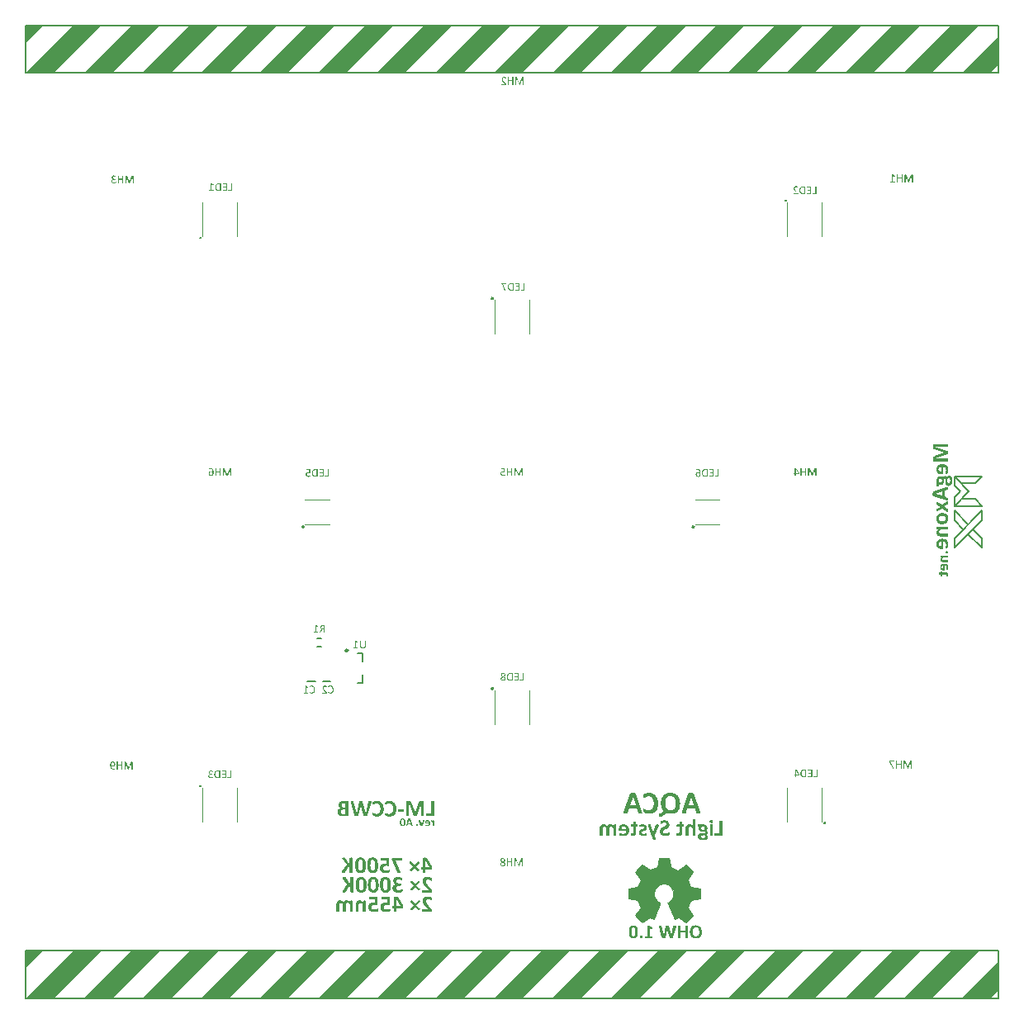
<source format=gbo>
%FSLAX44Y44*%
%MOMM*%
G71*
G01*
G75*
G04 Layer_Color=32896*
%ADD10C,0.5000*%
%ADD11C,1.0000*%
%ADD12C,1.2000*%
%ADD13C,6.5000*%
%ADD14C,0.6000*%
%ADD15R,3.0000X1.2000*%
%ADD16R,3.3000X1.0000*%
%ADD17R,3.3000X1.3000*%
%ADD18R,0.9200X2.3400*%
%ADD19R,0.7200X2.3400*%
%ADD20R,1.0000X1.0000*%
%ADD21R,0.9000X1.0000*%
%ADD22R,1.5000X0.6000*%
%ADD23C,0.2000*%
%ADD24C,0.1500*%
%ADD25C,0.1000*%
%ADD26C,6.6000*%
%ADD27C,0.7000*%
%ADD28R,3.1000X1.3000*%
%ADD29R,3.4000X1.1000*%
%ADD30R,3.4000X1.4000*%
%ADD31R,1.0200X2.4400*%
%ADD32R,0.8200X2.4400*%
%ADD33R,1.1000X1.1000*%
%ADD34R,1.0000X1.1000*%
%ADD35R,1.6000X0.7000*%
%ADD36C,0.1016*%
%ADD37C,0.2540*%
%ADD38C,0.2500*%
%ADD39C,0.0254*%
G36*
X1780485Y1296972D02*
X1780817Y1296953D01*
X1781129Y1296914D01*
X1781383Y1296875D01*
X1781578Y1296836D01*
X1781734Y1296797D01*
X1781831Y1296758D01*
X1781870D01*
X1782143Y1296660D01*
X1782377Y1296543D01*
X1782592Y1296426D01*
X1782768Y1296309D01*
X1782904Y1296212D01*
X1783002Y1296134D01*
X1783080Y1296075D01*
X1783099Y1296055D01*
X1783275Y1295860D01*
X1783411Y1295665D01*
X1783548Y1295470D01*
X1783645Y1295275D01*
X1783723Y1295119D01*
X1783782Y1294983D01*
X1783802Y1294904D01*
X1783821Y1294866D01*
X1783899Y1294592D01*
X1783958Y1294300D01*
X1783997Y1294007D01*
X1784016Y1293754D01*
X1784036Y1293519D01*
X1784055Y1293344D01*
Y1293227D01*
Y1293207D01*
Y1293188D01*
X1784036Y1292817D01*
Y1292642D01*
X1784016Y1292486D01*
X1783997Y1292369D01*
Y1292271D01*
X1783977Y1292213D01*
Y1292193D01*
X1783938Y1291861D01*
X1783899Y1291725D01*
X1783880Y1291608D01*
X1783860Y1291510D01*
Y1291432D01*
X1783840Y1291393D01*
Y1291374D01*
X1783763Y1291120D01*
X1783704Y1290945D01*
X1783665Y1290827D01*
X1783645Y1290789D01*
X1783587Y1290652D01*
X1783548Y1290554D01*
X1783509Y1290515D01*
Y1290496D01*
X1783431Y1290437D01*
X1783392Y1290418D01*
X1783294Y1290379D01*
X1783255Y1290359D01*
X1783236D01*
X1783099Y1290340D01*
X1783021D01*
X1782924Y1290320D01*
X1782475D01*
X1782417Y1290340D01*
X1782397D01*
X1782299Y1290359D01*
X1782241Y1290379D01*
X1782202Y1290398D01*
X1782182D01*
X1782124Y1290418D01*
X1782104Y1290437D01*
X1782085Y1290457D01*
Y1290476D01*
X1782046Y1290554D01*
Y1290574D01*
Y1290593D01*
X1782065Y1290691D01*
X1782085Y1290789D01*
X1782104Y1290867D01*
X1782124Y1290905D01*
X1782182Y1291062D01*
X1782241Y1291198D01*
X1782280Y1291315D01*
X1782299Y1291354D01*
Y1291374D01*
X1782358Y1291608D01*
X1782417Y1291842D01*
X1782436Y1291939D01*
X1782455Y1291998D01*
X1782475Y1292056D01*
Y1292076D01*
X1782514Y1292388D01*
X1782534Y1292681D01*
Y1292798D01*
Y1292895D01*
Y1292973D01*
Y1292993D01*
Y1293188D01*
X1782514Y1293363D01*
X1782495Y1293500D01*
X1782475Y1293637D01*
X1782455Y1293754D01*
X1782436Y1293832D01*
X1782417Y1293871D01*
Y1293890D01*
X1782299Y1294144D01*
X1782163Y1294339D01*
X1782104Y1294397D01*
X1782065Y1294456D01*
X1782046Y1294475D01*
X1782026Y1294495D01*
X1781812Y1294651D01*
X1781597Y1294749D01*
X1781519Y1294787D01*
X1781441Y1294827D01*
X1781402Y1294846D01*
X1781383D01*
X1781090Y1294904D01*
X1780817Y1294924D01*
X1780719Y1294944D01*
X1780544D01*
Y1290613D01*
X1780524Y1290418D01*
X1780446Y1290281D01*
X1780388Y1290184D01*
X1780368Y1290164D01*
X1780212Y1290067D01*
X1780037Y1290008D01*
X1779959Y1289989D01*
X1779237D01*
X1778983Y1290028D01*
X1778749Y1290047D01*
X1778535Y1290086D01*
X1778359Y1290125D01*
X1778242Y1290145D01*
X1778144Y1290184D01*
X1778125D01*
X1777891Y1290262D01*
X1777676Y1290359D01*
X1777481Y1290457D01*
X1777325Y1290554D01*
X1777189Y1290652D01*
X1777091Y1290730D01*
X1777032Y1290769D01*
X1777013Y1290789D01*
X1776837Y1290945D01*
X1776701Y1291120D01*
X1776584Y1291296D01*
X1776467Y1291471D01*
X1776389Y1291608D01*
X1776330Y1291725D01*
X1776311Y1291822D01*
X1776291Y1291842D01*
X1776194Y1292095D01*
X1776135Y1292349D01*
X1776077Y1292603D01*
X1776057Y1292837D01*
X1776038Y1293051D01*
X1776018Y1293207D01*
Y1293324D01*
Y1293344D01*
Y1293363D01*
X1776038Y1293676D01*
X1776057Y1293949D01*
X1776116Y1294222D01*
X1776155Y1294436D01*
X1776213Y1294631D01*
X1776272Y1294768D01*
X1776291Y1294846D01*
X1776311Y1294885D01*
X1776428Y1295139D01*
X1776545Y1295353D01*
X1776681Y1295548D01*
X1776818Y1295724D01*
X1776935Y1295860D01*
X1777032Y1295958D01*
X1777110Y1296016D01*
X1777130Y1296036D01*
X1777345Y1296192D01*
X1777559Y1296348D01*
X1777774Y1296465D01*
X1777969Y1296563D01*
X1778144Y1296660D01*
X1778281Y1296719D01*
X1778378Y1296738D01*
X1778418Y1296758D01*
X1778710Y1296836D01*
X1779003Y1296894D01*
X1779295Y1296933D01*
X1779568Y1296953D01*
X1779783Y1296972D01*
X1779978Y1296992D01*
X1780134D01*
X1780485Y1296972D01*
D02*
G37*
G36*
X1783704Y1305321D02*
X1783723Y1305302D01*
X1783743D01*
X1783782Y1305263D01*
X1783821Y1305204D01*
X1783840Y1305165D01*
Y1305146D01*
X1783860Y1305048D01*
X1783880Y1304951D01*
X1783899Y1304873D01*
Y1304834D01*
X1783919Y1304678D01*
Y1304522D01*
Y1304385D01*
Y1304366D01*
Y1304346D01*
Y1304151D01*
X1783899Y1303995D01*
Y1303897D01*
Y1303858D01*
X1783880Y1303722D01*
X1783860Y1303624D01*
X1783840Y1303566D01*
Y1303546D01*
X1783802Y1303468D01*
X1783782Y1303429D01*
X1783743Y1303390D01*
X1783704Y1303351D01*
X1783645Y1303332D01*
X1778886D01*
X1778691Y1303176D01*
X1778535Y1303039D01*
X1778378Y1302903D01*
X1778262Y1302785D01*
X1778183Y1302668D01*
X1778125Y1302590D01*
X1778086Y1302551D01*
X1778066Y1302532D01*
X1777969Y1302395D01*
X1777891Y1302239D01*
X1777852Y1302122D01*
X1777813Y1301986D01*
X1777793Y1301888D01*
X1777774Y1301810D01*
Y1301771D01*
Y1301752D01*
X1777793Y1301537D01*
X1777832Y1301361D01*
X1777871Y1301264D01*
X1777891Y1301225D01*
X1777988Y1301069D01*
X1778105Y1300952D01*
X1778183Y1300874D01*
X1778203Y1300854D01*
X1778223D01*
X1778398Y1300757D01*
X1778554Y1300679D01*
X1778671Y1300640D01*
X1778710Y1300620D01*
X1778730D01*
X1778847Y1300601D01*
X1778983Y1300581D01*
X1779256Y1300542D01*
X1783606D01*
X1783704Y1300523D01*
X1783723Y1300503D01*
X1783743D01*
X1783782Y1300464D01*
X1783821Y1300406D01*
X1783840Y1300367D01*
Y1300347D01*
X1783860Y1300249D01*
X1783880Y1300152D01*
X1783899Y1300074D01*
Y1300035D01*
X1783919Y1299879D01*
Y1299723D01*
Y1299586D01*
Y1299567D01*
Y1299547D01*
Y1299352D01*
X1783899Y1299196D01*
Y1299099D01*
Y1299060D01*
X1783880Y1298923D01*
X1783860Y1298826D01*
X1783840Y1298767D01*
Y1298747D01*
X1783802Y1298669D01*
X1783782Y1298630D01*
X1783743Y1298591D01*
X1783704Y1298552D01*
X1783645Y1298533D01*
X1778925D01*
X1778671Y1298552D01*
X1778457Y1298572D01*
X1778262Y1298591D01*
X1778105Y1298630D01*
X1777988Y1298650D01*
X1777910Y1298669D01*
X1777891D01*
X1777676Y1298728D01*
X1777501Y1298806D01*
X1777325Y1298864D01*
X1777189Y1298943D01*
X1777072Y1299021D01*
X1776994Y1299060D01*
X1776935Y1299099D01*
X1776915Y1299118D01*
X1776642Y1299372D01*
X1776447Y1299645D01*
X1776369Y1299762D01*
X1776311Y1299859D01*
X1776291Y1299918D01*
X1776272Y1299937D01*
X1776194Y1300132D01*
X1776116Y1300327D01*
X1776077Y1300542D01*
X1776057Y1300737D01*
X1776038Y1300913D01*
X1776018Y1301049D01*
Y1301127D01*
Y1301166D01*
X1776038Y1301420D01*
X1776077Y1301635D01*
X1776116Y1301849D01*
X1776174Y1302044D01*
X1776252Y1302200D01*
X1776291Y1302337D01*
X1776330Y1302415D01*
X1776350Y1302434D01*
X1776486Y1302668D01*
X1776623Y1302883D01*
X1776798Y1303078D01*
X1776935Y1303273D01*
X1777091Y1303429D01*
X1777208Y1303546D01*
X1777286Y1303624D01*
X1777306Y1303644D01*
X1776486D01*
X1776389Y1303663D01*
X1776350Y1303683D01*
X1776311Y1303722D01*
X1776272Y1303761D01*
X1776252Y1303800D01*
Y1303819D01*
X1776233Y1303897D01*
X1776213Y1303975D01*
X1776194Y1304034D01*
Y1304073D01*
X1776174Y1304209D01*
X1776155Y1304326D01*
Y1304444D01*
Y1304463D01*
Y1304483D01*
Y1304658D01*
X1776174Y1304795D01*
X1776194Y1304873D01*
Y1304912D01*
X1776213Y1305009D01*
X1776233Y1305087D01*
X1776252Y1305146D01*
Y1305165D01*
X1776291Y1305224D01*
X1776311Y1305263D01*
X1776330Y1305302D01*
X1776350D01*
X1776447Y1305341D01*
X1783606D01*
X1783704Y1305321D01*
D02*
G37*
G36*
X1777325Y1289150D02*
X1777442D01*
X1777520Y1289130D01*
X1777598Y1289111D01*
X1777637D01*
X1777657Y1289091D01*
X1777676D01*
X1777774Y1289013D01*
X1777832Y1288935D01*
X1777852Y1288877D01*
Y1288857D01*
Y1287999D01*
X1781734D01*
X1781968Y1287979D01*
X1782163Y1287960D01*
X1782319Y1287941D01*
X1782455Y1287921D01*
X1782573Y1287901D01*
X1782631Y1287882D01*
X1782651D01*
X1782963Y1287765D01*
X1783099Y1287687D01*
X1783216Y1287609D01*
X1783314Y1287550D01*
X1783372Y1287492D01*
X1783411Y1287472D01*
X1783431Y1287453D01*
X1783626Y1287219D01*
X1783763Y1286985D01*
X1783821Y1286887D01*
X1783860Y1286809D01*
X1783880Y1286750D01*
Y1286731D01*
X1783977Y1286380D01*
X1783997Y1286204D01*
X1784016Y1286029D01*
X1784036Y1285892D01*
Y1285775D01*
Y1285697D01*
Y1285678D01*
Y1285522D01*
X1784016Y1285385D01*
X1783997Y1285287D01*
Y1285249D01*
X1783977Y1285092D01*
X1783958Y1284956D01*
X1783938Y1284878D01*
Y1284839D01*
X1783899Y1284702D01*
X1783880Y1284605D01*
X1783840Y1284527D01*
Y1284507D01*
X1783802Y1284410D01*
X1783763Y1284332D01*
X1783723Y1284312D01*
Y1284293D01*
X1783645Y1284234D01*
X1783567Y1284195D01*
X1783489Y1284176D01*
X1783470D01*
X1783294Y1284137D01*
X1783119Y1284117D01*
X1782768D01*
X1782651Y1284137D01*
X1782573Y1284156D01*
X1782553D01*
X1782455Y1284176D01*
X1782397D01*
X1782358Y1284195D01*
X1782339D01*
X1782280Y1284215D01*
X1782241Y1284234D01*
X1782221Y1284254D01*
Y1284273D01*
X1782182Y1284332D01*
Y1284351D01*
X1782202Y1284449D01*
X1782221Y1284468D01*
Y1284488D01*
X1782260Y1284585D01*
X1782280Y1284624D01*
Y1284644D01*
X1782319Y1284800D01*
X1782339Y1284858D01*
Y1284878D01*
X1782358Y1284975D01*
Y1285053D01*
Y1285131D01*
Y1285151D01*
X1782339Y1285327D01*
X1782319Y1285463D01*
X1782280Y1285580D01*
X1782221Y1285658D01*
X1782163Y1285736D01*
X1782124Y1285775D01*
X1782104Y1285814D01*
X1782085D01*
X1781968Y1285873D01*
X1781831Y1285912D01*
X1781539Y1285970D01*
X1781402D01*
X1781305Y1285990D01*
X1777852D01*
Y1284429D01*
X1777832Y1284332D01*
X1777754Y1284273D01*
X1777696Y1284234D01*
X1777676Y1284215D01*
X1777598Y1284176D01*
X1777501Y1284156D01*
X1777286Y1284137D01*
X1777189Y1284117D01*
X1776877D01*
X1776759Y1284137D01*
X1776681Y1284156D01*
X1776662D01*
X1776545Y1284176D01*
X1776467Y1284195D01*
X1776428Y1284215D01*
X1776408D01*
X1776350Y1284254D01*
X1776311Y1284273D01*
X1776272Y1284293D01*
Y1284312D01*
X1776233Y1284351D01*
X1776213Y1284410D01*
Y1284429D01*
Y1284449D01*
Y1285990D01*
X1774575D01*
X1774536Y1286009D01*
X1774497Y1286029D01*
Y1286048D01*
X1774438Y1286087D01*
X1774399Y1286146D01*
X1774379Y1286185D01*
Y1286204D01*
X1774360Y1286302D01*
X1774341Y1286399D01*
X1774321Y1286477D01*
Y1286516D01*
X1774301Y1286673D01*
X1774282Y1286828D01*
Y1286946D01*
Y1286985D01*
Y1287004D01*
Y1287199D01*
X1774301Y1287355D01*
X1774321Y1287453D01*
Y1287492D01*
X1774341Y1287628D01*
X1774360Y1287726D01*
X1774379Y1287784D01*
Y1287804D01*
X1774418Y1287882D01*
X1774458Y1287921D01*
X1774477Y1287960D01*
X1774497D01*
X1774594Y1287999D01*
X1776213D01*
Y1288857D01*
Y1288916D01*
X1776233Y1288955D01*
X1776252Y1288974D01*
X1776272Y1288994D01*
X1776311Y1289033D01*
X1776350Y1289072D01*
X1776389Y1289091D01*
X1776408D01*
X1776486Y1289111D01*
X1776564Y1289130D01*
X1776623Y1289150D01*
X1776662D01*
X1776779Y1289169D01*
X1777189D01*
X1777325Y1289150D01*
D02*
G37*
G36*
X1778784Y1399054D02*
X1779282Y1399025D01*
X1779750Y1398966D01*
X1780131Y1398907D01*
X1780424Y1398849D01*
X1780658Y1398790D01*
X1780804Y1398732D01*
X1780863D01*
X1781273Y1398585D01*
X1781624Y1398410D01*
X1781947Y1398234D01*
X1782210Y1398058D01*
X1782415Y1397912D01*
X1782562Y1397795D01*
X1782679Y1397707D01*
X1782708Y1397677D01*
X1782972Y1397385D01*
X1783177Y1397092D01*
X1783382Y1396799D01*
X1783528Y1396506D01*
X1783645Y1396272D01*
X1783733Y1396067D01*
X1783762Y1395950D01*
X1783792Y1395891D01*
X1783909Y1395481D01*
X1783997Y1395042D01*
X1784055Y1394602D01*
X1784084Y1394222D01*
X1784114Y1393870D01*
X1784143Y1393607D01*
Y1393431D01*
Y1393402D01*
Y1393372D01*
X1784114Y1392816D01*
Y1392552D01*
X1784084Y1392318D01*
X1784055Y1392142D01*
Y1391996D01*
X1784026Y1391908D01*
Y1391879D01*
X1783967Y1391381D01*
X1783909Y1391176D01*
X1783880Y1391000D01*
X1783850Y1390854D01*
Y1390737D01*
X1783821Y1390678D01*
Y1390649D01*
X1783704Y1390268D01*
X1783616Y1390004D01*
X1783557Y1389829D01*
X1783528Y1389770D01*
X1783440Y1389565D01*
X1783382Y1389419D01*
X1783323Y1389360D01*
Y1389331D01*
X1783206Y1389243D01*
X1783147Y1389214D01*
X1783001Y1389155D01*
X1782942Y1389126D01*
X1782913D01*
X1782708Y1389097D01*
X1782591D01*
X1782444Y1389067D01*
X1781771D01*
X1781683Y1389097D01*
X1781654D01*
X1781507Y1389126D01*
X1781420Y1389155D01*
X1781361Y1389185D01*
X1781332D01*
X1781244Y1389214D01*
X1781214Y1389243D01*
X1781185Y1389272D01*
Y1389302D01*
X1781127Y1389419D01*
Y1389448D01*
Y1389477D01*
X1781156Y1389624D01*
X1781185Y1389770D01*
X1781214Y1389887D01*
X1781244Y1389946D01*
X1781332Y1390180D01*
X1781420Y1390385D01*
X1781478Y1390561D01*
X1781507Y1390620D01*
Y1390649D01*
X1781595Y1391000D01*
X1781683Y1391352D01*
X1781712Y1391498D01*
X1781742Y1391586D01*
X1781771Y1391674D01*
Y1391703D01*
X1781830Y1392172D01*
X1781859Y1392611D01*
Y1392787D01*
Y1392933D01*
Y1393050D01*
Y1393080D01*
Y1393372D01*
X1781830Y1393636D01*
X1781800Y1393841D01*
X1781771Y1394046D01*
X1781742Y1394222D01*
X1781712Y1394339D01*
X1781683Y1394397D01*
Y1394427D01*
X1781507Y1394807D01*
X1781302Y1395100D01*
X1781214Y1395188D01*
X1781156Y1395276D01*
X1781127Y1395305D01*
X1781097Y1395335D01*
X1780775Y1395569D01*
X1780453Y1395715D01*
X1780336Y1395774D01*
X1780219Y1395833D01*
X1780160Y1395862D01*
X1780131D01*
X1779692Y1395950D01*
X1779282Y1395979D01*
X1779135Y1396008D01*
X1778872D01*
Y1389507D01*
X1778842Y1389214D01*
X1778725Y1389009D01*
X1778637Y1388862D01*
X1778608Y1388833D01*
X1778374Y1388687D01*
X1778110Y1388599D01*
X1777993Y1388569D01*
X1776909D01*
X1776529Y1388628D01*
X1776177Y1388657D01*
X1775855Y1388716D01*
X1775591Y1388775D01*
X1775416Y1388804D01*
X1775269Y1388862D01*
X1775240D01*
X1774889Y1388979D01*
X1774566Y1389126D01*
X1774274Y1389272D01*
X1774039Y1389419D01*
X1773834Y1389565D01*
X1773688Y1389682D01*
X1773600Y1389741D01*
X1773571Y1389770D01*
X1773307Y1390004D01*
X1773102Y1390268D01*
X1772926Y1390532D01*
X1772751Y1390795D01*
X1772634Y1391000D01*
X1772546Y1391176D01*
X1772516Y1391322D01*
X1772487Y1391352D01*
X1772341Y1391732D01*
X1772253Y1392113D01*
X1772165Y1392494D01*
X1772136Y1392845D01*
X1772106Y1393167D01*
X1772077Y1393402D01*
Y1393577D01*
Y1393607D01*
Y1393636D01*
X1772106Y1394105D01*
X1772136Y1394515D01*
X1772224Y1394925D01*
X1772282Y1395247D01*
X1772370Y1395540D01*
X1772458Y1395745D01*
X1772487Y1395862D01*
X1772516Y1395920D01*
X1772692Y1396301D01*
X1772868Y1396623D01*
X1773073Y1396916D01*
X1773278Y1397180D01*
X1773454Y1397385D01*
X1773600Y1397531D01*
X1773717Y1397619D01*
X1773746Y1397648D01*
X1774069Y1397883D01*
X1774391Y1398117D01*
X1774713Y1398293D01*
X1775006Y1398439D01*
X1775269Y1398585D01*
X1775474Y1398673D01*
X1775621Y1398703D01*
X1775679Y1398732D01*
X1776119Y1398849D01*
X1776558Y1398937D01*
X1776997Y1398995D01*
X1777407Y1399025D01*
X1777729Y1399054D01*
X1778022Y1399083D01*
X1778257D01*
X1778784Y1399054D01*
D02*
G37*
G36*
X1783587Y1419701D02*
X1783645Y1419671D01*
X1783674D01*
X1783733Y1419613D01*
X1783792Y1419525D01*
X1783821Y1419466D01*
Y1419437D01*
X1783850Y1419291D01*
X1783880Y1419144D01*
X1783909Y1419027D01*
Y1418969D01*
X1783938Y1418734D01*
Y1418500D01*
Y1418324D01*
Y1418295D01*
Y1418266D01*
Y1417973D01*
X1783909Y1417738D01*
Y1417592D01*
Y1417534D01*
X1783880Y1417328D01*
X1783850Y1417182D01*
X1783821Y1417094D01*
Y1417065D01*
X1783762Y1416948D01*
X1783733Y1416889D01*
X1783674Y1416831D01*
X1783587Y1416772D01*
X1783499Y1416743D01*
X1770818D01*
X1783440Y1412379D01*
X1783587Y1412321D01*
X1783645Y1412262D01*
X1783674D01*
X1783792Y1412057D01*
X1783821Y1411998D01*
Y1411969D01*
X1783850Y1411793D01*
X1783880Y1411647D01*
X1783909Y1411530D01*
Y1411471D01*
X1783938Y1411237D01*
Y1411003D01*
Y1410827D01*
Y1410798D01*
Y1410768D01*
Y1410476D01*
X1783909Y1410271D01*
Y1410153D01*
Y1410095D01*
X1783880Y1409890D01*
Y1409743D01*
X1783850Y1409655D01*
Y1409626D01*
X1783792Y1409480D01*
X1783762Y1409392D01*
X1783704Y1409363D01*
Y1409333D01*
X1783528Y1409187D01*
X1783470Y1409158D01*
X1783440D01*
X1770818Y1404648D01*
Y1404618D01*
X1783440D01*
X1783587Y1404589D01*
X1783645Y1404560D01*
X1783674D01*
X1783733Y1404501D01*
X1783792Y1404413D01*
X1783821Y1404355D01*
Y1404326D01*
X1783850Y1404179D01*
X1783880Y1404033D01*
X1783909Y1403916D01*
Y1403857D01*
X1783938Y1403623D01*
Y1403388D01*
Y1403213D01*
Y1403183D01*
Y1403154D01*
Y1402861D01*
X1783909Y1402627D01*
Y1402480D01*
Y1402422D01*
X1783880Y1402217D01*
X1783850Y1402070D01*
X1783821Y1401983D01*
Y1401953D01*
X1783762Y1401836D01*
X1783733Y1401778D01*
X1783674Y1401719D01*
X1783587Y1401660D01*
X1783499Y1401631D01*
X1769412D01*
X1769236Y1401660D01*
X1769119Y1401690D01*
X1769090Y1401719D01*
X1768944Y1401778D01*
X1768797Y1401865D01*
X1768739Y1401924D01*
X1768709Y1401953D01*
X1768592Y1402070D01*
X1768504Y1402188D01*
X1768475Y1402305D01*
X1768446Y1402334D01*
X1768387Y1402510D01*
X1768358Y1402685D01*
Y1402832D01*
Y1402861D01*
Y1402890D01*
Y1405028D01*
X1768387Y1405350D01*
X1768416Y1405585D01*
X1768446Y1405760D01*
X1768475Y1405790D01*
Y1405819D01*
X1768563Y1406053D01*
X1768651Y1406229D01*
X1768739Y1406346D01*
X1768768Y1406375D01*
X1768944Y1406551D01*
X1769119Y1406668D01*
X1769266Y1406785D01*
X1769295Y1406815D01*
X1769324D01*
X1769617Y1406932D01*
X1769881Y1407049D01*
X1769998Y1407108D01*
X1770086Y1407137D01*
X1770144Y1407166D01*
X1770174D01*
X1779399Y1410622D01*
Y1410681D01*
X1770144Y1414048D01*
X1769793Y1414166D01*
X1769559Y1414283D01*
X1769383Y1414371D01*
X1769324Y1414400D01*
X1769090Y1414546D01*
X1768914Y1414693D01*
X1768797Y1414810D01*
X1768768Y1414868D01*
X1768621Y1415103D01*
X1768534Y1415337D01*
X1768504Y1415513D01*
X1768475Y1415542D01*
Y1415571D01*
X1768416Y1415864D01*
X1768358Y1416157D01*
Y1416304D01*
Y1416391D01*
Y1416450D01*
Y1416479D01*
Y1418559D01*
Y1418734D01*
X1768416Y1418910D01*
X1768534Y1419174D01*
X1768651Y1419349D01*
X1768680Y1419379D01*
X1768709Y1419408D01*
X1768826Y1419525D01*
X1768973Y1419584D01*
X1769295Y1419701D01*
X1769412D01*
X1769529Y1419730D01*
X1783440D01*
X1783587Y1419701D01*
D02*
G37*
G36*
X1783021Y1309711D02*
X1783216Y1309691D01*
X1783392Y1309652D01*
X1783528Y1309593D01*
X1783626Y1309554D01*
X1783685Y1309515D01*
X1783723Y1309496D01*
X1783743Y1309476D01*
X1783821Y1309359D01*
X1783880Y1309223D01*
X1783938Y1308930D01*
X1783958Y1308774D01*
X1783977Y1308657D01*
Y1308579D01*
Y1308560D01*
X1783958Y1308326D01*
X1783938Y1308130D01*
X1783899Y1307955D01*
X1783840Y1307838D01*
X1783802Y1307740D01*
X1783763Y1307682D01*
X1783743Y1307643D01*
X1783723Y1307623D01*
X1783606Y1307545D01*
X1783470Y1307467D01*
X1783138Y1307409D01*
X1782982Y1307389D01*
X1782846Y1307370D01*
X1782729D01*
X1782475Y1307389D01*
X1782280Y1307409D01*
X1782104Y1307448D01*
X1781968Y1307487D01*
X1781870Y1307545D01*
X1781812Y1307584D01*
X1781773Y1307604D01*
X1781753Y1307623D01*
X1781675Y1307740D01*
X1781597Y1307877D01*
X1781539Y1308169D01*
X1781519Y1308326D01*
X1781500Y1308423D01*
Y1308501D01*
Y1308540D01*
X1781519Y1308774D01*
X1781539Y1308969D01*
X1781578Y1309145D01*
X1781636Y1309262D01*
X1781695Y1309359D01*
X1781734Y1309418D01*
X1781753Y1309457D01*
X1781773Y1309476D01*
X1781890Y1309554D01*
X1782026Y1309613D01*
X1782358Y1309691D01*
X1782514Y1309711D01*
X1782651Y1309730D01*
X1782768D01*
X1783021Y1309711D01*
D02*
G37*
G36*
X1504449Y925986D02*
X1504547D01*
X1504620Y925961D01*
X1504669D01*
X1504840Y925937D01*
X1504986Y925888D01*
X1505059Y925839D01*
X1505084Y925815D01*
X1505157Y925717D01*
X1505181Y925644D01*
X1505206Y925546D01*
Y925522D01*
X1505181Y925351D01*
X1505133Y925180D01*
X1505108Y925034D01*
X1505084Y924985D01*
Y924961D01*
X1502155Y913659D01*
X1502106Y913513D01*
X1502057Y913391D01*
X1502008Y913317D01*
Y913293D01*
X1501911Y913195D01*
X1501813Y913122D01*
X1501740Y913098D01*
X1501715Y913073D01*
X1501544Y913024D01*
X1501374Y913000D01*
X1501227Y912976D01*
X1501178D01*
X1500885Y912951D01*
X1499714D01*
X1499592Y912976D01*
X1499372D01*
X1499152Y913000D01*
X1498981Y913024D01*
X1498859Y913073D01*
X1498835D01*
X1498713Y913147D01*
X1498615Y913220D01*
X1498566Y913269D01*
X1498542Y913293D01*
X1498469Y913415D01*
X1498420Y913537D01*
X1498396Y913635D01*
Y913659D01*
X1496443Y921861D01*
X1496418D01*
X1494344Y913659D01*
X1494295Y913513D01*
X1494270Y913391D01*
X1494222Y913317D01*
Y913293D01*
X1494124Y913195D01*
X1494026Y913122D01*
X1493953Y913098D01*
X1493929Y913073D01*
X1493758Y913024D01*
X1493562Y913000D01*
X1493416Y912976D01*
X1493367D01*
X1493074Y912951D01*
X1492122D01*
X1491854Y912976D01*
X1491634D01*
X1491390Y913000D01*
X1491219Y913024D01*
X1491122Y913073D01*
X1491073D01*
X1490926Y913147D01*
X1490829Y913220D01*
X1490780Y913269D01*
X1490755Y913293D01*
X1490682Y913415D01*
X1490633Y913537D01*
X1490585Y913635D01*
Y913659D01*
X1487631Y924936D01*
X1487582Y925180D01*
X1487533Y925351D01*
Y925473D01*
Y925498D01*
Y925644D01*
X1487582Y925742D01*
X1487607Y925790D01*
X1487631Y925815D01*
X1487729Y925888D01*
X1487826Y925937D01*
X1487924Y925961D01*
X1487973D01*
X1488192Y925986D01*
X1488412Y926010D01*
X1488974D01*
X1489218Y925986D01*
X1489364Y925961D01*
X1489413D01*
X1489584Y925937D01*
X1489706Y925913D01*
X1489779Y925888D01*
X1489803Y925864D01*
X1489901Y925815D01*
X1489950Y925766D01*
X1489999Y925717D01*
Y925693D01*
X1490023Y925620D01*
X1490048Y925522D01*
X1490072Y925449D01*
Y925424D01*
X1492318Y915539D01*
X1492342D01*
X1494783Y925400D01*
X1494832Y925522D01*
X1494856Y925644D01*
X1494881Y925693D01*
X1494905Y925717D01*
X1494978Y925790D01*
X1495052Y925839D01*
X1495100Y925888D01*
X1495125D01*
X1495247Y925937D01*
X1495393Y925961D01*
X1495515Y925986D01*
X1495564D01*
X1495808Y926010D01*
X1496638D01*
X1496858Y925986D01*
X1497004Y925961D01*
X1497053D01*
X1497224Y925937D01*
X1497370Y925913D01*
X1497468Y925888D01*
X1497493Y925864D01*
X1497590Y925815D01*
X1497663Y925766D01*
X1497688Y925717D01*
X1497712Y925693D01*
X1497785Y925498D01*
X1497810Y925424D01*
Y925400D01*
X1500177Y915539D01*
X1502423Y925449D01*
X1502448Y925571D01*
X1502472Y925668D01*
X1502496Y925717D01*
Y925742D01*
X1502545Y925815D01*
X1502618Y925864D01*
X1502667Y925913D01*
X1502692D01*
X1502814Y925937D01*
X1502960Y925961D01*
X1503058Y925986D01*
X1503107D01*
X1503326Y926010D01*
X1504205D01*
X1504449Y925986D01*
D02*
G37*
G36*
X1516263D02*
X1516410Y925961D01*
X1516459D01*
X1516629Y925937D01*
X1516752Y925913D01*
X1516825Y925888D01*
X1516849D01*
X1516947Y925839D01*
X1517020Y925790D01*
X1517044Y925766D01*
X1517069Y925742D01*
X1517118Y925620D01*
Y925595D01*
Y925571D01*
Y913366D01*
X1517093Y913244D01*
X1517069Y913195D01*
Y913171D01*
X1516996Y913122D01*
X1516922Y913073D01*
X1516873Y913049D01*
X1516849D01*
X1516727Y913024D01*
X1516605Y913000D01*
X1516507Y912976D01*
X1516459D01*
X1516239Y912951D01*
X1515531D01*
X1515336Y912976D01*
X1515165D01*
X1514994Y913000D01*
X1514872Y913024D01*
X1514799Y913049D01*
X1514774D01*
X1514677Y913098D01*
X1514603Y913122D01*
X1514555Y913171D01*
X1514506Y913244D01*
X1514481Y913317D01*
Y913342D01*
Y913366D01*
Y918590D01*
X1509648D01*
Y913366D01*
X1509624Y913244D01*
X1509599Y913195D01*
Y913171D01*
X1509526Y913122D01*
X1509453Y913073D01*
X1509404Y913049D01*
X1509380D01*
X1509258Y913024D01*
X1509136Y913000D01*
X1509038Y912976D01*
X1508989D01*
X1508770Y912951D01*
X1508086D01*
X1507891Y912976D01*
X1507720D01*
X1507549Y913000D01*
X1507403Y913024D01*
X1507329Y913049D01*
X1507305D01*
X1507207Y913098D01*
X1507134Y913122D01*
X1507110Y913171D01*
X1507085D01*
X1507036Y913244D01*
X1507012Y913317D01*
Y913342D01*
Y913366D01*
Y925571D01*
Y925644D01*
X1507036Y925693D01*
X1507061Y925742D01*
X1507085D01*
X1507159Y925815D01*
X1507232Y925864D01*
X1507281Y925888D01*
X1507305D01*
X1507427Y925913D01*
X1507574Y925937D01*
X1507671Y925961D01*
X1507720D01*
X1507915Y925986D01*
X1508111Y926010D01*
X1508599D01*
X1508794Y925986D01*
X1508940Y925961D01*
X1508989D01*
X1509160Y925937D01*
X1509282Y925913D01*
X1509355Y925888D01*
X1509380D01*
X1509478Y925839D01*
X1509551Y925790D01*
X1509575Y925766D01*
X1509599Y925742D01*
X1509648Y925620D01*
Y925595D01*
Y925571D01*
Y920835D01*
X1514481D01*
Y925571D01*
Y925644D01*
X1514506Y925693D01*
X1514530Y925742D01*
X1514555D01*
X1514603Y925815D01*
X1514677Y925864D01*
X1514750Y925888D01*
X1514774D01*
X1514896Y925913D01*
X1515018Y925937D01*
X1515116Y925961D01*
X1515165D01*
X1515360Y925986D01*
X1515580Y926010D01*
X1516068D01*
X1516263Y925986D01*
D02*
G37*
G36*
X1469617Y915954D02*
X1469861Y915929D01*
X1470081Y915880D01*
X1470227Y915807D01*
X1470349Y915734D01*
X1470422Y915685D01*
X1470471Y915661D01*
X1470496Y915636D01*
X1470593Y915490D01*
X1470667Y915319D01*
X1470764Y914904D01*
X1470789Y914709D01*
X1470813Y914538D01*
Y914440D01*
Y914391D01*
X1470789Y914074D01*
X1470764Y913830D01*
X1470715Y913610D01*
X1470642Y913439D01*
X1470593Y913317D01*
X1470544Y913244D01*
X1470520Y913195D01*
X1470496Y913171D01*
X1470349Y913073D01*
X1470178Y913000D01*
X1469812Y912927D01*
X1469617Y912902D01*
X1469471Y912878D01*
X1469348D01*
X1469055Y912902D01*
X1468811Y912927D01*
X1468592Y912976D01*
X1468445Y913049D01*
X1468323Y913098D01*
X1468250Y913147D01*
X1468201Y913171D01*
X1468177Y913195D01*
X1468079Y913342D01*
X1467982Y913513D01*
X1467908Y913928D01*
X1467884Y914123D01*
X1467859Y914294D01*
Y914391D01*
Y914440D01*
X1467884Y914758D01*
X1467908Y915002D01*
X1467957Y915221D01*
X1468006Y915392D01*
X1468079Y915514D01*
X1468128Y915587D01*
X1468152Y915636D01*
X1468177Y915661D01*
X1468323Y915758D01*
X1468494Y915856D01*
X1468860Y915929D01*
X1469055Y915954D01*
X1469178Y915978D01*
X1469324D01*
X1469617Y915954D01*
D02*
G37*
G36*
X1461757Y926157D02*
X1462172Y926108D01*
X1462563Y926035D01*
X1462880Y925937D01*
X1463124Y925839D01*
X1463319Y925766D01*
X1463441Y925717D01*
X1463490Y925693D01*
X1463808Y925498D01*
X1464100Y925278D01*
X1464369Y925058D01*
X1464564Y924839D01*
X1464735Y924643D01*
X1464881Y924497D01*
X1464955Y924399D01*
X1464979Y924350D01*
X1465174Y924009D01*
X1465345Y923643D01*
X1465492Y923276D01*
X1465589Y922959D01*
X1465687Y922642D01*
X1465736Y922422D01*
X1465760Y922324D01*
Y922251D01*
X1465785Y922227D01*
Y922202D01*
X1465858Y921714D01*
X1465931Y921250D01*
X1465980Y920787D01*
X1466004Y920347D01*
Y919981D01*
X1466029Y919810D01*
Y919688D01*
Y919566D01*
Y919493D01*
Y919444D01*
Y919420D01*
Y918858D01*
X1466004Y918321D01*
X1465956Y917858D01*
X1465931Y917442D01*
X1465882Y917101D01*
X1465858Y916832D01*
Y916735D01*
X1465833Y916661D01*
Y916637D01*
Y916613D01*
X1465736Y916173D01*
X1465638Y915783D01*
X1465516Y915416D01*
X1465394Y915124D01*
X1465296Y914880D01*
X1465199Y914684D01*
X1465150Y914587D01*
X1465126Y914538D01*
X1464930Y914245D01*
X1464686Y913976D01*
X1464467Y913757D01*
X1464247Y913561D01*
X1464052Y913415D01*
X1463905Y913317D01*
X1463808Y913244D01*
X1463759Y913220D01*
X1463417Y913073D01*
X1463051Y912976D01*
X1462660Y912878D01*
X1462319Y912829D01*
X1462001Y912805D01*
X1461757Y912780D01*
X1461537D01*
X1461074Y912805D01*
X1460634Y912853D01*
X1460244Y912927D01*
X1459926Y913024D01*
X1459682Y913098D01*
X1459487Y913171D01*
X1459365Y913220D01*
X1459316Y913244D01*
X1458999Y913439D01*
X1458706Y913659D01*
X1458462Y913879D01*
X1458242Y914098D01*
X1458071Y914294D01*
X1457949Y914440D01*
X1457876Y914538D01*
X1457852Y914587D01*
X1457656Y914928D01*
X1457486Y915294D01*
X1457339Y915636D01*
X1457241Y915978D01*
X1457144Y916271D01*
X1457095Y916515D01*
X1457070Y916588D01*
X1457046Y916661D01*
Y916686D01*
Y916710D01*
X1456948Y917198D01*
X1456900Y917687D01*
X1456851Y918150D01*
X1456802Y918590D01*
Y918956D01*
X1456778Y919127D01*
Y919249D01*
Y919371D01*
Y919444D01*
Y919493D01*
Y919517D01*
Y920079D01*
X1456802Y920616D01*
X1456851Y921079D01*
X1456875Y921495D01*
X1456924Y921836D01*
X1456973Y922080D01*
Y922178D01*
X1456997Y922251D01*
Y922276D01*
Y922300D01*
X1457095Y922739D01*
X1457193Y923154D01*
X1457315Y923521D01*
X1457412Y923813D01*
X1457534Y924057D01*
X1457632Y924253D01*
X1457681Y924350D01*
X1457705Y924399D01*
X1457900Y924692D01*
X1458145Y924961D01*
X1458364Y925180D01*
X1458584Y925376D01*
X1458779Y925522D01*
X1458950Y925644D01*
X1459048Y925693D01*
X1459097Y925717D01*
X1459438Y925864D01*
X1459804Y925986D01*
X1460170Y926059D01*
X1460512Y926132D01*
X1460829Y926157D01*
X1461074Y926181D01*
X1461293D01*
X1461757Y926157D01*
D02*
G37*
G36*
X1525881D02*
X1526393Y926108D01*
X1526857Y926035D01*
X1527247Y925937D01*
X1527565Y925839D01*
X1527809Y925766D01*
X1527907Y925742D01*
X1527980Y925717D01*
X1528004Y925693D01*
X1528029D01*
X1528444Y925498D01*
X1528834Y925278D01*
X1529176Y925058D01*
X1529444Y924839D01*
X1529689Y924643D01*
X1529859Y924497D01*
X1529957Y924399D01*
X1530006Y924350D01*
X1530274Y924009D01*
X1530518Y923643D01*
X1530714Y923276D01*
X1530885Y922959D01*
X1531007Y922642D01*
X1531104Y922422D01*
X1531129Y922324D01*
X1531153Y922251D01*
X1531177Y922227D01*
Y922202D01*
X1531299Y921714D01*
X1531397Y921250D01*
X1531470Y920762D01*
X1531519Y920323D01*
X1531544Y919957D01*
Y919786D01*
X1531568Y919664D01*
Y919542D01*
Y919469D01*
Y919420D01*
Y919395D01*
X1531544Y918785D01*
X1531519Y918199D01*
X1531446Y917711D01*
X1531373Y917272D01*
X1531324Y916906D01*
X1531275Y916759D01*
X1531251Y916637D01*
X1531226Y916539D01*
Y916466D01*
X1531202Y916442D01*
Y916417D01*
X1531055Y915978D01*
X1530860Y915563D01*
X1530689Y915221D01*
X1530494Y914928D01*
X1530347Y914684D01*
X1530201Y914513D01*
X1530103Y914416D01*
X1530079Y914367D01*
X1529786Y914074D01*
X1529469Y913830D01*
X1529151Y913635D01*
X1528858Y913464D01*
X1528590Y913342D01*
X1528395Y913244D01*
X1528248Y913195D01*
X1528199Y913171D01*
X1527760Y913049D01*
X1527321Y912951D01*
X1526881Y912878D01*
X1526466Y912829D01*
X1526100Y912805D01*
X1525807Y912780D01*
X1525563D01*
X1525002Y912805D01*
X1524514Y912853D01*
X1524050Y912927D01*
X1523659Y913024D01*
X1523318Y913098D01*
X1523073Y913171D01*
X1523000Y913195D01*
X1522927Y913220D01*
X1522903Y913244D01*
X1522878D01*
X1522463Y913439D01*
X1522073Y913659D01*
X1521755Y913879D01*
X1521463Y914098D01*
X1521243Y914294D01*
X1521072Y914440D01*
X1520950Y914538D01*
X1520925Y914587D01*
X1520633Y914928D01*
X1520388Y915294D01*
X1520193Y915661D01*
X1520022Y916002D01*
X1519900Y916295D01*
X1519803Y916515D01*
X1519778Y916613D01*
X1519754Y916686D01*
X1519729Y916710D01*
Y916735D01*
X1519583Y917223D01*
X1519485Y917711D01*
X1519412Y918199D01*
X1519363Y918663D01*
X1519339Y919029D01*
X1519315Y919200D01*
Y919346D01*
Y919469D01*
Y919542D01*
Y919591D01*
Y919615D01*
X1519339Y920225D01*
X1519363Y920787D01*
X1519436Y921275D01*
X1519510Y921690D01*
X1519583Y922056D01*
X1519632Y922300D01*
X1519656Y922398D01*
X1519681Y922471D01*
X1519705Y922495D01*
Y922520D01*
X1519876Y922959D01*
X1520047Y923374D01*
X1520242Y923716D01*
X1520413Y924009D01*
X1520584Y924253D01*
X1520730Y924424D01*
X1520828Y924546D01*
X1520852Y924570D01*
X1521145Y924863D01*
X1521463Y925107D01*
X1521780Y925327D01*
X1522073Y925498D01*
X1522341Y925620D01*
X1522536Y925717D01*
X1522683Y925766D01*
X1522707Y925790D01*
X1522732D01*
X1523171Y925913D01*
X1523611Y926010D01*
X1524050Y926083D01*
X1524440Y926132D01*
X1524807Y926157D01*
X1525075Y926181D01*
X1525319D01*
X1525881Y926157D01*
D02*
G37*
G36*
X1250475Y1033881D02*
X1250680Y1033867D01*
X1250884Y1033823D01*
X1251045Y1033794D01*
X1251192Y1033750D01*
X1251294Y1033706D01*
X1251353Y1033691D01*
X1251382Y1033677D01*
X1251572Y1033589D01*
X1251733Y1033501D01*
X1251879Y1033399D01*
X1252011Y1033296D01*
X1252113Y1033208D01*
X1252187Y1033135D01*
X1252231Y1033077D01*
X1252245Y1033062D01*
X1252362Y1032901D01*
X1252479Y1032740D01*
X1252567Y1032579D01*
X1252640Y1032433D01*
X1252713Y1032301D01*
X1252757Y1032199D01*
X1252772Y1032126D01*
X1252786Y1032096D01*
X1252845Y1031877D01*
X1252889Y1031658D01*
X1252918Y1031438D01*
X1252933Y1031233D01*
X1252947Y1031072D01*
X1252962Y1030926D01*
Y1030838D01*
Y1030824D01*
Y1030809D01*
X1252947Y1030546D01*
X1252933Y1030297D01*
X1252904Y1030063D01*
X1252874Y1029873D01*
X1252845Y1029726D01*
X1252816Y1029609D01*
X1252786Y1029536D01*
Y1029507D01*
X1252713Y1029302D01*
X1252626Y1029127D01*
X1252538Y1028966D01*
X1252450Y1028834D01*
X1252377Y1028732D01*
X1252318Y1028658D01*
X1252274Y1028600D01*
X1252260Y1028585D01*
X1252113Y1028454D01*
X1251967Y1028351D01*
X1251821Y1028249D01*
X1251674Y1028176D01*
X1251557Y1028117D01*
X1251455Y1028073D01*
X1251397Y1028058D01*
X1251367Y1028044D01*
X1251162Y1027985D01*
X1250943Y1027942D01*
X1250724Y1027912D01*
X1250533Y1027898D01*
X1250358Y1027883D01*
X1250226Y1027868D01*
X1250109D01*
X1249831Y1027883D01*
X1249699D01*
X1249582Y1027898D01*
X1249495Y1027912D01*
X1249421D01*
X1249378Y1027927D01*
X1249363D01*
X1249114Y1027956D01*
X1249012Y1027985D01*
X1248924Y1028000D01*
X1248851Y1028015D01*
X1248792D01*
X1248763Y1028029D01*
X1248748D01*
X1248558Y1028088D01*
X1248427Y1028132D01*
X1248339Y1028161D01*
X1248309Y1028176D01*
X1248207Y1028220D01*
X1248134Y1028249D01*
X1248105Y1028278D01*
X1248090D01*
X1248046Y1028336D01*
X1248032Y1028366D01*
X1248002Y1028439D01*
X1247988Y1028468D01*
Y1028483D01*
X1247973Y1028585D01*
Y1028629D01*
Y1028644D01*
X1247958Y1028717D01*
Y1028790D01*
Y1028849D01*
Y1028863D01*
Y1028966D01*
Y1029053D01*
X1247973Y1029097D01*
Y1029112D01*
X1247988Y1029185D01*
X1248002Y1029229D01*
X1248017Y1029258D01*
Y1029273D01*
X1248032Y1029317D01*
X1248046Y1029331D01*
X1248061Y1029346D01*
X1248075D01*
X1248134Y1029375D01*
X1248163D01*
X1248236Y1029361D01*
X1248309Y1029346D01*
X1248368Y1029331D01*
X1248397Y1029317D01*
X1248514Y1029273D01*
X1248617Y1029229D01*
X1248705Y1029200D01*
X1248734Y1029185D01*
X1248748D01*
X1248924Y1029141D01*
X1249100Y1029097D01*
X1249173Y1029083D01*
X1249217Y1029068D01*
X1249260Y1029053D01*
X1249275D01*
X1249509Y1029024D01*
X1249729Y1029009D01*
X1250109D01*
X1250241Y1029024D01*
X1250343Y1029039D01*
X1250446Y1029053D01*
X1250533Y1029068D01*
X1250592Y1029083D01*
X1250621Y1029097D01*
X1250636D01*
X1250826Y1029185D01*
X1250972Y1029287D01*
X1251016Y1029331D01*
X1251060Y1029361D01*
X1251075Y1029375D01*
X1251089Y1029390D01*
X1251206Y1029551D01*
X1251280Y1029712D01*
X1251309Y1029770D01*
X1251338Y1029829D01*
X1251353Y1029858D01*
Y1029873D01*
X1251397Y1030092D01*
X1251411Y1030297D01*
X1251426Y1030370D01*
Y1030443D01*
Y1030487D01*
Y1030502D01*
X1248178D01*
X1248032Y1030516D01*
X1247929Y1030575D01*
X1247856Y1030619D01*
X1247841Y1030633D01*
X1247768Y1030751D01*
X1247724Y1030882D01*
X1247710Y1030941D01*
Y1030985D01*
Y1031014D01*
Y1031029D01*
Y1031277D01*
Y1031482D01*
X1247739Y1031672D01*
X1247754Y1031848D01*
X1247783Y1032009D01*
X1247812Y1032140D01*
X1247827Y1032228D01*
X1247856Y1032301D01*
Y1032316D01*
X1247915Y1032492D01*
X1247988Y1032653D01*
X1248061Y1032799D01*
X1248134Y1032916D01*
X1248207Y1033018D01*
X1248266Y1033091D01*
X1248295Y1033135D01*
X1248309Y1033150D01*
X1248427Y1033282D01*
X1248558Y1033384D01*
X1248690Y1033472D01*
X1248822Y1033560D01*
X1248924Y1033618D01*
X1249012Y1033662D01*
X1249085Y1033677D01*
X1249100Y1033691D01*
X1249290Y1033764D01*
X1249480Y1033808D01*
X1249670Y1033852D01*
X1249846Y1033867D01*
X1250007Y1033881D01*
X1250124Y1033896D01*
X1250241D01*
X1250475Y1033881D01*
D02*
G37*
G36*
X1246700Y1033779D02*
X1246730D01*
X1246832Y1033764D01*
X1246905Y1033750D01*
X1246949Y1033735D01*
X1246964D01*
X1247051Y1033691D01*
X1247066Y1033677D01*
X1247081Y1033662D01*
X1247110Y1033589D01*
Y1033574D01*
Y1033560D01*
Y1033501D01*
Y1033486D01*
Y1033472D01*
Y1033428D01*
X1247095Y1033384D01*
Y1033340D01*
Y1033326D01*
X1247066Y1033252D01*
X1247051Y1033194D01*
X1247022Y1033135D01*
Y1033121D01*
X1245413Y1028293D01*
X1245384Y1028220D01*
X1245369Y1028161D01*
X1245340Y1028132D01*
Y1028117D01*
X1245296Y1028073D01*
X1245237Y1028058D01*
X1245193Y1028029D01*
X1245179D01*
X1245076Y1028015D01*
X1244974Y1028000D01*
X1244886Y1027985D01*
X1244857D01*
X1244681Y1027971D01*
X1244023D01*
X1243950Y1027985D01*
X1243818D01*
X1243686Y1028000D01*
X1243584Y1028015D01*
X1243511Y1028029D01*
X1243496D01*
X1243423Y1028058D01*
X1243364Y1028088D01*
X1243350Y1028102D01*
X1243335Y1028117D01*
X1243262Y1028234D01*
X1243247Y1028278D01*
Y1028293D01*
X1241638Y1033121D01*
X1241624Y1033179D01*
Y1033223D01*
X1241609Y1033252D01*
Y1033267D01*
X1241594Y1033355D01*
X1241580Y1033369D01*
Y1033384D01*
X1241565Y1033457D01*
Y1033472D01*
Y1033530D01*
Y1033560D01*
X1241580Y1033633D01*
X1241594Y1033662D01*
X1241624Y1033691D01*
X1241667Y1033720D01*
X1241697Y1033735D01*
X1241711D01*
X1241770Y1033750D01*
X1241843Y1033764D01*
X1241901Y1033779D01*
X1241931D01*
X1242048Y1033794D01*
X1242443D01*
X1242560Y1033779D01*
X1242633Y1033764D01*
X1242662D01*
X1242750Y1033750D01*
X1242823Y1033735D01*
X1242867Y1033720D01*
X1242882D01*
X1242926Y1033706D01*
X1242969Y1033677D01*
X1242984Y1033662D01*
X1242999Y1033647D01*
X1243043Y1033574D01*
X1243057Y1033545D01*
Y1033530D01*
X1244257Y1029609D01*
X1244286Y1029448D01*
X1244315Y1029609D01*
X1245544Y1033530D01*
X1245588Y1033618D01*
X1245603Y1033633D01*
X1245618Y1033647D01*
X1245647Y1033691D01*
X1245691Y1033706D01*
X1245720Y1033720D01*
X1245735D01*
X1245808Y1033735D01*
X1245881Y1033750D01*
X1245939Y1033764D01*
X1245969D01*
X1246086Y1033779D01*
X1246217Y1033794D01*
X1246627D01*
X1246700Y1033779D01*
D02*
G37*
G36*
X1254425Y1033881D02*
X1254528Y1033867D01*
X1254615Y1033852D01*
X1254630Y1033838D01*
X1254644D01*
X1254762Y1033794D01*
X1254879Y1033735D01*
X1254952Y1033691D01*
X1254966Y1033677D01*
X1254981D01*
X1255098Y1033589D01*
X1255215Y1033486D01*
X1255303Y1033399D01*
X1255318Y1033384D01*
X1255332Y1033369D01*
X1255464Y1033208D01*
X1255595Y1033062D01*
X1255654Y1032989D01*
X1255683Y1032930D01*
X1255713Y1032901D01*
X1255727Y1032887D01*
Y1033545D01*
X1255742Y1033618D01*
X1255756Y1033647D01*
X1255786Y1033677D01*
X1255815Y1033706D01*
X1255844Y1033720D01*
X1255859D01*
X1255917Y1033735D01*
X1255976Y1033750D01*
X1256020Y1033764D01*
X1256049D01*
X1256151Y1033779D01*
X1256239Y1033794D01*
X1256488D01*
X1256590Y1033779D01*
X1256649Y1033764D01*
X1256678D01*
X1256751Y1033750D01*
X1256810Y1033735D01*
X1256854Y1033720D01*
X1256868D01*
X1256912Y1033691D01*
X1256942Y1033677D01*
X1256971Y1033662D01*
Y1033647D01*
X1257000Y1033574D01*
Y1033560D01*
Y1033545D01*
Y1028205D01*
X1256985Y1028132D01*
X1256971Y1028117D01*
Y1028102D01*
X1256942Y1028073D01*
X1256898Y1028044D01*
X1256868Y1028029D01*
X1256854D01*
X1256780Y1028015D01*
X1256707Y1028000D01*
X1256649Y1027985D01*
X1256620D01*
X1256503Y1027971D01*
X1256107D01*
X1255991Y1027985D01*
X1255888D01*
X1255786Y1028000D01*
X1255713Y1028015D01*
X1255669Y1028029D01*
X1255654D01*
X1255595Y1028058D01*
X1255566Y1028073D01*
X1255537Y1028102D01*
X1255508Y1028132D01*
X1255493Y1028176D01*
Y1028190D01*
Y1028205D01*
Y1031541D01*
X1255376Y1031716D01*
X1255274Y1031848D01*
X1255215Y1031936D01*
X1255186Y1031950D01*
Y1031965D01*
X1255083Y1032096D01*
X1254996Y1032184D01*
X1254937Y1032243D01*
X1254908Y1032257D01*
X1254805Y1032331D01*
X1254718Y1032389D01*
X1254659Y1032404D01*
X1254644Y1032418D01*
X1254542Y1032448D01*
X1254469Y1032477D01*
X1254308D01*
X1254249Y1032462D01*
X1254206Y1032448D01*
X1254191D01*
X1254132Y1032433D01*
X1254074Y1032418D01*
X1254045Y1032404D01*
X1254030D01*
X1253971Y1032389D01*
X1253928Y1032374D01*
X1253898Y1032360D01*
X1253884D01*
X1253811Y1032345D01*
X1253781D01*
X1253708Y1032360D01*
X1253679Y1032374D01*
X1253650Y1032404D01*
X1253635Y1032433D01*
X1253620Y1032462D01*
Y1032477D01*
X1253606Y1032535D01*
X1253591Y1032609D01*
X1253577Y1032667D01*
Y1032682D01*
X1253562Y1032799D01*
Y1032916D01*
Y1033018D01*
Y1033033D01*
Y1033047D01*
Y1033194D01*
Y1033296D01*
X1253577Y1033369D01*
Y1033384D01*
Y1033472D01*
Y1033530D01*
X1253591Y1033560D01*
Y1033574D01*
X1253606Y1033618D01*
Y1033647D01*
X1253620Y1033677D01*
X1253650Y1033735D01*
X1253664Y1033750D01*
X1253679D01*
X1253708Y1033764D01*
X1253737Y1033779D01*
X1253767Y1033794D01*
X1253781D01*
X1253825Y1033808D01*
X1253884Y1033823D01*
X1253928Y1033838D01*
X1253942D01*
X1254015Y1033852D01*
X1254074Y1033867D01*
X1254118Y1033881D01*
X1254132D01*
X1254191Y1033896D01*
X1254293D01*
X1254425Y1033881D01*
D02*
G37*
G36*
X1239956Y1029770D02*
X1240102Y1029756D01*
X1240234Y1029726D01*
X1240321Y1029682D01*
X1240395Y1029639D01*
X1240438Y1029609D01*
X1240468Y1029595D01*
X1240482Y1029580D01*
X1240541Y1029492D01*
X1240585Y1029390D01*
X1240643Y1029141D01*
X1240658Y1029024D01*
X1240673Y1028922D01*
Y1028863D01*
Y1028834D01*
X1240658Y1028644D01*
X1240643Y1028497D01*
X1240614Y1028366D01*
X1240570Y1028263D01*
X1240541Y1028190D01*
X1240511Y1028146D01*
X1240497Y1028117D01*
X1240482Y1028102D01*
X1240395Y1028044D01*
X1240292Y1028000D01*
X1240073Y1027956D01*
X1239956Y1027942D01*
X1239868Y1027927D01*
X1239795D01*
X1239619Y1027942D01*
X1239473Y1027956D01*
X1239341Y1027985D01*
X1239253Y1028029D01*
X1239180Y1028058D01*
X1239136Y1028088D01*
X1239107Y1028102D01*
X1239092Y1028117D01*
X1239034Y1028205D01*
X1238975Y1028307D01*
X1238932Y1028556D01*
X1238917Y1028673D01*
X1238902Y1028775D01*
Y1028834D01*
Y1028863D01*
X1238917Y1029053D01*
X1238932Y1029200D01*
X1238961Y1029331D01*
X1238990Y1029434D01*
X1239034Y1029507D01*
X1239063Y1029551D01*
X1239078Y1029580D01*
X1239092Y1029595D01*
X1239180Y1029653D01*
X1239283Y1029712D01*
X1239502Y1029756D01*
X1239619Y1029770D01*
X1239692Y1029785D01*
X1239780D01*
X1239956Y1029770D01*
D02*
G37*
G36*
X1232143Y1035783D02*
X1232216D01*
X1232333Y1035769D01*
X1232421Y1035754D01*
X1232479Y1035740D01*
X1232494D01*
X1232567Y1035710D01*
X1232611Y1035681D01*
X1232640Y1035652D01*
X1232655Y1035637D01*
X1232684Y1035593D01*
X1232713Y1035535D01*
X1232728Y1035491D01*
Y1035476D01*
X1235128Y1028600D01*
X1235171Y1028468D01*
X1235201Y1028351D01*
X1235215Y1028293D01*
Y1028263D01*
Y1028176D01*
X1235201Y1028117D01*
X1235186Y1028073D01*
X1235171Y1028058D01*
X1235113Y1028029D01*
X1235040Y1028000D01*
X1234996Y1027985D01*
X1234967D01*
X1234835Y1027971D01*
X1234352D01*
X1234221Y1027985D01*
X1234118D01*
X1234016Y1028000D01*
X1233928Y1028015D01*
X1233884Y1028029D01*
X1233869D01*
X1233811Y1028058D01*
X1233782Y1028073D01*
X1233752Y1028102D01*
X1233694Y1028205D01*
X1233679Y1028234D01*
Y1028249D01*
X1233196Y1029770D01*
X1230256D01*
X1229758Y1028205D01*
X1229714Y1028117D01*
X1229700Y1028088D01*
Y1028073D01*
X1229656Y1028044D01*
X1229612Y1028029D01*
X1229583Y1028015D01*
X1229568D01*
X1229495Y1028000D01*
X1229407D01*
X1229349Y1027985D01*
X1229319D01*
X1229173Y1027971D01*
X1228646D01*
X1228500Y1027985D01*
X1228383D01*
X1228266Y1028000D01*
X1228193Y1028029D01*
X1228164Y1028044D01*
X1228149Y1028058D01*
X1228105Y1028117D01*
X1228090Y1028176D01*
Y1028220D01*
Y1028234D01*
X1228105Y1028351D01*
X1228134Y1028454D01*
X1228164Y1028556D01*
X1228178Y1028571D01*
Y1028585D01*
X1230577Y1035462D01*
X1230607Y1035535D01*
X1230636Y1035593D01*
X1230651Y1035622D01*
X1230665Y1035637D01*
X1230709Y1035681D01*
X1230768Y1035710D01*
X1230812Y1035740D01*
X1230826D01*
X1230929Y1035754D01*
X1231031Y1035769D01*
X1231119Y1035783D01*
X1231163D01*
X1231338Y1035798D01*
X1232084D01*
X1232143Y1035783D01*
D02*
G37*
G36*
X1778784Y1322471D02*
X1779282Y1322441D01*
X1779750Y1322383D01*
X1780131Y1322324D01*
X1780424Y1322265D01*
X1780658Y1322207D01*
X1780804Y1322148D01*
X1780863D01*
X1781273Y1322002D01*
X1781624Y1321826D01*
X1781947Y1321651D01*
X1782210Y1321475D01*
X1782415Y1321328D01*
X1782562Y1321211D01*
X1782679Y1321123D01*
X1782708Y1321094D01*
X1782972Y1320801D01*
X1783177Y1320508D01*
X1783382Y1320215D01*
X1783528Y1319923D01*
X1783645Y1319688D01*
X1783733Y1319483D01*
X1783762Y1319366D01*
X1783792Y1319308D01*
X1783909Y1318898D01*
X1783997Y1318458D01*
X1784055Y1318019D01*
X1784084Y1317638D01*
X1784114Y1317287D01*
X1784143Y1317023D01*
Y1316848D01*
Y1316818D01*
Y1316789D01*
X1784114Y1316233D01*
Y1315969D01*
X1784084Y1315735D01*
X1784055Y1315559D01*
Y1315413D01*
X1784026Y1315325D01*
Y1315295D01*
X1783967Y1314798D01*
X1783909Y1314592D01*
X1783880Y1314417D01*
X1783850Y1314270D01*
Y1314153D01*
X1783821Y1314095D01*
Y1314065D01*
X1783704Y1313685D01*
X1783616Y1313421D01*
X1783557Y1313245D01*
X1783528Y1313187D01*
X1783440Y1312982D01*
X1783382Y1312835D01*
X1783323Y1312777D01*
Y1312747D01*
X1783206Y1312660D01*
X1783147Y1312630D01*
X1783001Y1312572D01*
X1782942Y1312543D01*
X1782913D01*
X1782708Y1312513D01*
X1782591D01*
X1782444Y1312484D01*
X1781771D01*
X1781683Y1312513D01*
X1781654D01*
X1781507Y1312543D01*
X1781420Y1312572D01*
X1781361Y1312601D01*
X1781332D01*
X1781244Y1312630D01*
X1781214Y1312660D01*
X1781185Y1312689D01*
Y1312718D01*
X1781127Y1312835D01*
Y1312865D01*
Y1312894D01*
X1781156Y1313040D01*
X1781185Y1313187D01*
X1781214Y1313304D01*
X1781244Y1313362D01*
X1781332Y1313597D01*
X1781420Y1313802D01*
X1781478Y1313978D01*
X1781507Y1314036D01*
Y1314065D01*
X1781595Y1314417D01*
X1781683Y1314768D01*
X1781712Y1314915D01*
X1781742Y1315003D01*
X1781771Y1315090D01*
Y1315120D01*
X1781830Y1315588D01*
X1781859Y1316028D01*
Y1316203D01*
Y1316350D01*
Y1316467D01*
Y1316496D01*
Y1316789D01*
X1781830Y1317053D01*
X1781800Y1317258D01*
X1781771Y1317463D01*
X1781742Y1317638D01*
X1781712Y1317755D01*
X1781683Y1317814D01*
Y1317843D01*
X1781507Y1318224D01*
X1781302Y1318517D01*
X1781214Y1318605D01*
X1781156Y1318693D01*
X1781127Y1318722D01*
X1781097Y1318751D01*
X1780775Y1318985D01*
X1780453Y1319132D01*
X1780336Y1319191D01*
X1780219Y1319249D01*
X1780160Y1319278D01*
X1780131D01*
X1779692Y1319366D01*
X1779282Y1319395D01*
X1779135Y1319425D01*
X1778872D01*
Y1312923D01*
X1778842Y1312630D01*
X1778725Y1312425D01*
X1778637Y1312279D01*
X1778608Y1312250D01*
X1778374Y1312103D01*
X1778110Y1312015D01*
X1777993Y1311986D01*
X1776909D01*
X1776529Y1312045D01*
X1776177Y1312074D01*
X1775855Y1312133D01*
X1775591Y1312191D01*
X1775416Y1312220D01*
X1775269Y1312279D01*
X1775240D01*
X1774889Y1312396D01*
X1774566Y1312543D01*
X1774274Y1312689D01*
X1774039Y1312835D01*
X1773834Y1312982D01*
X1773688Y1313099D01*
X1773600Y1313158D01*
X1773571Y1313187D01*
X1773307Y1313421D01*
X1773102Y1313685D01*
X1772926Y1313948D01*
X1772751Y1314212D01*
X1772634Y1314417D01*
X1772546Y1314592D01*
X1772516Y1314739D01*
X1772487Y1314768D01*
X1772341Y1315149D01*
X1772253Y1315530D01*
X1772165Y1315910D01*
X1772136Y1316262D01*
X1772106Y1316584D01*
X1772077Y1316818D01*
Y1316994D01*
Y1317023D01*
Y1317053D01*
X1772106Y1317521D01*
X1772136Y1317931D01*
X1772224Y1318341D01*
X1772282Y1318663D01*
X1772370Y1318956D01*
X1772458Y1319161D01*
X1772487Y1319278D01*
X1772516Y1319337D01*
X1772692Y1319718D01*
X1772868Y1320040D01*
X1773073Y1320333D01*
X1773278Y1320596D01*
X1773454Y1320801D01*
X1773600Y1320948D01*
X1773717Y1321035D01*
X1773746Y1321065D01*
X1774069Y1321299D01*
X1774391Y1321533D01*
X1774713Y1321709D01*
X1775006Y1321855D01*
X1775269Y1322002D01*
X1775474Y1322090D01*
X1775621Y1322119D01*
X1775679Y1322148D01*
X1776119Y1322265D01*
X1776558Y1322353D01*
X1776997Y1322412D01*
X1777407Y1322441D01*
X1777729Y1322471D01*
X1778022Y1322500D01*
X1778257D01*
X1778784Y1322471D01*
D02*
G37*
G36*
X1783645Y1375625D02*
X1783733Y1375596D01*
X1783762Y1375566D01*
X1783821Y1375449D01*
X1783880Y1375303D01*
X1783909Y1375215D01*
Y1375156D01*
X1783938Y1374893D01*
Y1374600D01*
Y1374483D01*
Y1374366D01*
Y1374307D01*
Y1374278D01*
Y1373926D01*
X1783909Y1373663D01*
Y1373516D01*
Y1373458D01*
X1783880Y1373253D01*
X1783850Y1373077D01*
X1783821Y1372989D01*
Y1372960D01*
X1783762Y1372843D01*
X1783733Y1372784D01*
X1783674Y1372726D01*
X1783470Y1372608D01*
X1783411Y1372579D01*
X1783382D01*
X1780336Y1371613D01*
Y1365726D01*
X1783470Y1364731D01*
X1783645Y1364643D01*
X1783704Y1364613D01*
X1783733D01*
X1783792Y1364525D01*
X1783821Y1364438D01*
X1783850Y1364379D01*
Y1364350D01*
X1783880Y1364203D01*
Y1364028D01*
X1783909Y1363911D01*
Y1363852D01*
X1783938Y1363559D01*
Y1363237D01*
Y1363091D01*
Y1362973D01*
Y1362915D01*
Y1362885D01*
Y1362505D01*
X1783909Y1362212D01*
Y1362036D01*
Y1361978D01*
X1783880Y1361743D01*
X1783821Y1361597D01*
X1783792Y1361538D01*
X1783762Y1361509D01*
X1783645Y1361421D01*
X1783528Y1361392D01*
X1783411D01*
X1783177Y1361421D01*
X1782972Y1361480D01*
X1782767Y1361538D01*
X1782737Y1361568D01*
X1782708D01*
X1768944Y1366371D01*
X1768797Y1366429D01*
X1768680Y1366488D01*
X1768621Y1366517D01*
X1768592Y1366546D01*
X1768504Y1366634D01*
X1768446Y1366751D01*
X1768387Y1366839D01*
Y1366868D01*
X1768358Y1367073D01*
X1768329Y1367278D01*
X1768299Y1367454D01*
Y1367513D01*
Y1367542D01*
X1768270Y1367893D01*
Y1368245D01*
Y1368421D01*
Y1368538D01*
Y1368626D01*
Y1368655D01*
Y1369065D01*
Y1369387D01*
X1768299Y1369504D01*
Y1369592D01*
Y1369621D01*
Y1369651D01*
X1768329Y1369885D01*
X1768358Y1370061D01*
X1768387Y1370178D01*
Y1370207D01*
X1768446Y1370354D01*
X1768504Y1370441D01*
X1768563Y1370500D01*
X1768592Y1370529D01*
X1768680Y1370588D01*
X1768797Y1370646D01*
X1768885Y1370676D01*
X1768914D01*
X1782679Y1375479D01*
X1782942Y1375566D01*
X1783177Y1375625D01*
X1783294Y1375654D01*
X1783528D01*
X1783645Y1375625D01*
D02*
G37*
G36*
X1785783Y1387252D02*
X1785988Y1387193D01*
X1786164Y1387135D01*
X1786310Y1387105D01*
X1786427Y1387047D01*
X1786486Y1387017D01*
X1786515D01*
X1786720Y1386900D01*
X1786896Y1386754D01*
X1787189Y1386461D01*
X1787306Y1386314D01*
X1787394Y1386197D01*
X1787423Y1386139D01*
X1787453Y1386109D01*
X1787599Y1385875D01*
X1787716Y1385612D01*
X1787892Y1385084D01*
X1787950Y1384879D01*
X1788009Y1384674D01*
X1788038Y1384557D01*
Y1384528D01*
X1788126Y1384147D01*
X1788185Y1383766D01*
X1788214Y1383356D01*
X1788243Y1383005D01*
X1788273Y1382683D01*
Y1382419D01*
Y1382244D01*
Y1382214D01*
Y1382185D01*
X1788243Y1381687D01*
X1788214Y1381219D01*
X1788155Y1380809D01*
X1788097Y1380428D01*
X1788038Y1380164D01*
X1788009Y1379930D01*
X1787950Y1379813D01*
Y1379754D01*
X1787833Y1379374D01*
X1787687Y1379022D01*
X1787570Y1378729D01*
X1787423Y1378466D01*
X1787306Y1378261D01*
X1787218Y1378114D01*
X1787160Y1378026D01*
X1787130Y1377997D01*
X1786925Y1377763D01*
X1786720Y1377529D01*
X1786545Y1377353D01*
X1786340Y1377206D01*
X1786164Y1377089D01*
X1786047Y1377001D01*
X1785959Y1376972D01*
X1785930Y1376943D01*
X1785666Y1376826D01*
X1785402Y1376738D01*
X1785139Y1376679D01*
X1784905Y1376621D01*
X1784729D01*
X1784582Y1376591D01*
X1784436D01*
X1783938Y1376621D01*
X1783733Y1376679D01*
X1783528Y1376709D01*
X1783382Y1376767D01*
X1783264Y1376826D01*
X1783206Y1376855D01*
X1783177D01*
X1782796Y1377089D01*
X1782474Y1377324D01*
X1782357Y1377441D01*
X1782269Y1377529D01*
X1782240Y1377587D01*
X1782210Y1377616D01*
X1781947Y1377997D01*
X1781742Y1378378D01*
X1781683Y1378554D01*
X1781624Y1378700D01*
X1781595Y1378788D01*
Y1378817D01*
X1781449Y1379374D01*
X1781420Y1379637D01*
X1781361Y1379872D01*
Y1380106D01*
X1781332Y1380282D01*
Y1380399D01*
Y1380428D01*
X1781214Y1383034D01*
X1781185Y1383415D01*
X1781097Y1383679D01*
X1781010Y1383854D01*
X1780980Y1383884D01*
Y1383913D01*
X1780775Y1384089D01*
X1780600Y1384177D01*
X1780453Y1384206D01*
X1780394D01*
X1780219Y1384177D01*
X1780072Y1384147D01*
X1779955Y1384118D01*
X1779926Y1384089D01*
X1779780Y1384001D01*
X1779662Y1383913D01*
X1779574Y1383854D01*
X1779545Y1383825D01*
X1779662Y1383591D01*
X1779750Y1383356D01*
X1779809Y1383181D01*
X1779838Y1383122D01*
Y1383093D01*
X1779897Y1382742D01*
X1779926Y1382419D01*
X1779955Y1382302D01*
Y1382214D01*
Y1382156D01*
Y1382126D01*
Y1381746D01*
X1779926Y1381394D01*
X1779867Y1381102D01*
X1779838Y1380809D01*
X1779780Y1380604D01*
X1779750Y1380428D01*
X1779721Y1380311D01*
Y1380282D01*
X1779604Y1379989D01*
X1779487Y1379725D01*
X1779370Y1379491D01*
X1779252Y1379286D01*
X1779135Y1379110D01*
X1779047Y1378993D01*
X1778989Y1378934D01*
X1778960Y1378905D01*
X1778549Y1378524D01*
X1778169Y1378232D01*
X1777993Y1378144D01*
X1777847Y1378056D01*
X1777759Y1377997D01*
X1777729D01*
X1777437Y1377880D01*
X1777173Y1377822D01*
X1776880Y1377763D01*
X1776617Y1377704D01*
X1776382D01*
X1776207Y1377675D01*
X1776060D01*
X1775797Y1377704D01*
X1775562Y1377734D01*
X1775387Y1377763D01*
X1775357Y1377792D01*
X1775328D01*
X1775064Y1377909D01*
X1774859Y1378026D01*
X1774713Y1378114D01*
X1774654Y1378173D01*
Y1376914D01*
X1774625Y1376796D01*
X1774508Y1376709D01*
X1774420Y1376650D01*
X1774391Y1376621D01*
X1774274Y1376562D01*
X1774156Y1376533D01*
X1773864Y1376504D01*
X1773746Y1376474D01*
X1773336D01*
X1773132Y1376504D01*
X1772985D01*
X1772868Y1376533D01*
X1772722Y1376562D01*
X1772663Y1376591D01*
X1772487Y1376679D01*
X1772399Y1376796D01*
X1772370Y1376884D01*
Y1376914D01*
Y1380311D01*
X1772312Y1380633D01*
X1772253Y1380896D01*
Y1381014D01*
X1772224Y1381102D01*
Y1381160D01*
Y1381189D01*
X1772165Y1381512D01*
X1772136Y1381834D01*
Y1381951D01*
Y1382039D01*
Y1382097D01*
Y1382126D01*
Y1382478D01*
X1772194Y1382829D01*
X1772224Y1383152D01*
X1772282Y1383415D01*
X1772341Y1383620D01*
X1772370Y1383796D01*
X1772429Y1383913D01*
Y1383942D01*
X1772546Y1384235D01*
X1772663Y1384499D01*
X1772780Y1384733D01*
X1772926Y1384938D01*
X1773044Y1385114D01*
X1773132Y1385231D01*
X1773190Y1385319D01*
X1773219Y1385348D01*
X1773629Y1385729D01*
X1774010Y1386022D01*
X1774186Y1386109D01*
X1774332Y1386197D01*
X1774420Y1386227D01*
X1774449Y1386256D01*
X1774742Y1386373D01*
X1775006Y1386432D01*
X1775299Y1386490D01*
X1775562Y1386549D01*
X1775797D01*
X1775972Y1386578D01*
X1776441D01*
X1776704Y1386549D01*
X1776968Y1386490D01*
X1777173Y1386461D01*
X1777349Y1386402D01*
X1777466Y1386373D01*
X1777554Y1386344D01*
X1777583D01*
X1777993Y1386139D01*
X1778286Y1385904D01*
X1778403Y1385817D01*
X1778491Y1385729D01*
X1778549Y1385699D01*
X1778579Y1385670D01*
X1778930Y1386022D01*
X1779282Y1386256D01*
X1779428Y1386373D01*
X1779545Y1386432D01*
X1779604Y1386461D01*
X1779633Y1386490D01*
X1779867Y1386607D01*
X1780072Y1386666D01*
X1780482Y1386783D01*
X1780658D01*
X1780804Y1386812D01*
X1780922D01*
X1781332Y1386783D01*
X1781654Y1386666D01*
X1781800Y1386637D01*
X1781888Y1386578D01*
X1781947Y1386549D01*
X1781976D01*
X1782298Y1386314D01*
X1782532Y1386051D01*
X1782620Y1385934D01*
X1782679Y1385846D01*
X1782737Y1385787D01*
Y1385758D01*
X1782942Y1385992D01*
X1783118Y1386197D01*
X1783264Y1386344D01*
X1783294Y1386402D01*
X1783323D01*
X1783528Y1386607D01*
X1783733Y1386754D01*
X1783850Y1386871D01*
X1783909Y1386900D01*
X1784143Y1387017D01*
X1784377Y1387105D01*
X1784524Y1387164D01*
X1784553Y1387193D01*
X1784582D01*
X1784875Y1387252D01*
X1785110Y1387281D01*
X1785344D01*
X1785783Y1387252D01*
D02*
G37*
G36*
X1783704Y1360660D02*
X1783762Y1360601D01*
X1783792Y1360543D01*
X1783821Y1360513D01*
X1783850Y1360396D01*
X1783880Y1360250D01*
X1783909Y1360133D01*
Y1360074D01*
X1783938Y1359810D01*
Y1359518D01*
Y1359400D01*
Y1359313D01*
Y1359254D01*
Y1359225D01*
Y1358873D01*
X1783909Y1358639D01*
Y1358463D01*
Y1358405D01*
X1783880Y1358200D01*
Y1358024D01*
X1783850Y1357936D01*
Y1357907D01*
X1783821Y1357790D01*
X1783792Y1357731D01*
X1783733Y1357672D01*
X1783587Y1357555D01*
X1783557Y1357526D01*
X1783528D01*
X1779721Y1355564D01*
X1783528Y1353573D01*
X1783674Y1353485D01*
X1783704Y1353426D01*
X1783733D01*
X1783792Y1353338D01*
X1783821Y1353250D01*
X1783850Y1353192D01*
Y1353163D01*
X1783880Y1353016D01*
Y1352840D01*
X1783909Y1352723D01*
Y1352665D01*
X1783938Y1352372D01*
Y1352079D01*
Y1351962D01*
Y1351874D01*
Y1351815D01*
Y1351786D01*
Y1351405D01*
X1783909Y1351112D01*
Y1350937D01*
Y1350878D01*
X1783880Y1350644D01*
X1783850Y1350468D01*
X1783821Y1350380D01*
Y1350351D01*
X1783762Y1350234D01*
X1783674Y1350205D01*
X1783645Y1350175D01*
X1783499D01*
X1783382Y1350205D01*
X1783294Y1350234D01*
X1783264Y1350263D01*
X1777905Y1353221D01*
X1773044Y1350527D01*
X1772897Y1350468D01*
X1772751Y1350410D01*
X1772663D01*
X1772575Y1350439D01*
X1772487Y1350468D01*
X1772458Y1350527D01*
X1772429Y1350556D01*
X1772370Y1350673D01*
X1772341Y1350820D01*
X1772312Y1350937D01*
Y1350966D01*
Y1350995D01*
X1772282Y1351259D01*
Y1351552D01*
Y1351669D01*
Y1351757D01*
Y1351815D01*
Y1351845D01*
Y1352137D01*
Y1352372D01*
X1772312Y1352518D01*
Y1352577D01*
X1772341Y1352753D01*
X1772370Y1352870D01*
X1772399Y1352957D01*
Y1352987D01*
X1772458Y1353163D01*
X1772487Y1353192D01*
X1772516Y1353221D01*
X1772634Y1353280D01*
X1772663Y1353309D01*
X1772692D01*
X1776265Y1355242D01*
X1772692Y1357116D01*
X1772546Y1357233D01*
X1772487Y1357263D01*
Y1357292D01*
X1772429Y1357350D01*
X1772399Y1357438D01*
X1772370Y1357526D01*
Y1357555D01*
X1772341Y1357702D01*
Y1357878D01*
X1772312Y1357995D01*
Y1358024D01*
Y1358053D01*
X1772282Y1358317D01*
Y1358580D01*
Y1358698D01*
Y1358785D01*
Y1358844D01*
Y1358873D01*
Y1359283D01*
X1772312Y1359576D01*
Y1359693D01*
X1772341Y1359781D01*
Y1359810D01*
Y1359840D01*
X1772370Y1360045D01*
X1772399Y1360220D01*
X1772429Y1360308D01*
X1772458Y1360338D01*
X1772516Y1360425D01*
X1772604Y1360455D01*
X1772663Y1360484D01*
X1772692D01*
X1772809Y1360455D01*
X1772926Y1360396D01*
X1773014Y1360367D01*
X1773044Y1360338D01*
X1777993Y1357614D01*
X1783264Y1360572D01*
X1783411Y1360630D01*
X1783528Y1360660D01*
X1783587Y1360689D01*
X1783616D01*
X1783704Y1360660D01*
D02*
G37*
G36*
X1783616Y1335005D02*
X1783645Y1334976D01*
X1783674D01*
X1783733Y1334917D01*
X1783792Y1334829D01*
X1783821Y1334771D01*
Y1334742D01*
X1783850Y1334595D01*
X1783880Y1334449D01*
X1783909Y1334331D01*
Y1334273D01*
X1783938Y1334039D01*
Y1333804D01*
Y1333599D01*
Y1333570D01*
Y1333541D01*
Y1333248D01*
X1783909Y1333014D01*
Y1332867D01*
Y1332809D01*
X1783880Y1332604D01*
X1783850Y1332457D01*
X1783821Y1332369D01*
Y1332340D01*
X1783762Y1332223D01*
X1783733Y1332164D01*
X1783674Y1332106D01*
X1783616Y1332047D01*
X1783528Y1332018D01*
X1776382D01*
X1776089Y1331783D01*
X1775855Y1331579D01*
X1775621Y1331373D01*
X1775445Y1331198D01*
X1775328Y1331022D01*
X1775240Y1330905D01*
X1775181Y1330846D01*
X1775152Y1330817D01*
X1775006Y1330612D01*
X1774889Y1330378D01*
X1774830Y1330202D01*
X1774772Y1329997D01*
X1774742Y1329851D01*
X1774713Y1329733D01*
Y1329675D01*
Y1329646D01*
X1774742Y1329323D01*
X1774801Y1329060D01*
X1774859Y1328914D01*
X1774889Y1328855D01*
X1775035Y1328621D01*
X1775211Y1328445D01*
X1775328Y1328328D01*
X1775357Y1328298D01*
X1775387D01*
X1775650Y1328152D01*
X1775884Y1328035D01*
X1776060Y1327976D01*
X1776119Y1327947D01*
X1776148D01*
X1776324Y1327918D01*
X1776529Y1327888D01*
X1776939Y1327830D01*
X1783470D01*
X1783616Y1327801D01*
X1783645Y1327771D01*
X1783674D01*
X1783733Y1327713D01*
X1783792Y1327625D01*
X1783821Y1327566D01*
Y1327537D01*
X1783850Y1327391D01*
X1783880Y1327244D01*
X1783909Y1327127D01*
Y1327068D01*
X1783938Y1326834D01*
Y1326600D01*
Y1326395D01*
Y1326366D01*
Y1326336D01*
Y1326043D01*
X1783909Y1325809D01*
Y1325663D01*
Y1325604D01*
X1783880Y1325399D01*
X1783850Y1325253D01*
X1783821Y1325165D01*
Y1325136D01*
X1783762Y1325018D01*
X1783733Y1324960D01*
X1783674Y1324901D01*
X1783616Y1324843D01*
X1783528Y1324813D01*
X1776441D01*
X1776060Y1324843D01*
X1775738Y1324872D01*
X1775445Y1324901D01*
X1775211Y1324960D01*
X1775035Y1324989D01*
X1774918Y1325018D01*
X1774889D01*
X1774566Y1325106D01*
X1774303Y1325223D01*
X1774039Y1325311D01*
X1773834Y1325428D01*
X1773659Y1325546D01*
X1773542Y1325604D01*
X1773454Y1325663D01*
X1773424Y1325692D01*
X1773014Y1326073D01*
X1772722Y1326483D01*
X1772604Y1326658D01*
X1772516Y1326805D01*
X1772487Y1326893D01*
X1772458Y1326922D01*
X1772341Y1327215D01*
X1772224Y1327508D01*
X1772165Y1327830D01*
X1772136Y1328123D01*
X1772106Y1328386D01*
X1772077Y1328591D01*
Y1328708D01*
Y1328767D01*
X1772106Y1329148D01*
X1772165Y1329470D01*
X1772224Y1329792D01*
X1772312Y1330085D01*
X1772429Y1330319D01*
X1772487Y1330524D01*
X1772546Y1330641D01*
X1772575Y1330671D01*
X1772780Y1331022D01*
X1772985Y1331344D01*
X1773249Y1331637D01*
X1773454Y1331930D01*
X1773688Y1332164D01*
X1773864Y1332340D01*
X1773981Y1332457D01*
X1774010Y1332486D01*
X1772780D01*
X1772634Y1332516D01*
X1772575Y1332545D01*
X1772516Y1332604D01*
X1772458Y1332662D01*
X1772429Y1332721D01*
Y1332750D01*
X1772399Y1332867D01*
X1772370Y1332984D01*
X1772341Y1333072D01*
Y1333131D01*
X1772312Y1333336D01*
X1772282Y1333511D01*
Y1333687D01*
Y1333716D01*
Y1333746D01*
Y1334009D01*
X1772312Y1334214D01*
X1772341Y1334331D01*
Y1334390D01*
X1772370Y1334536D01*
X1772399Y1334654D01*
X1772429Y1334742D01*
Y1334771D01*
X1772487Y1334859D01*
X1772516Y1334917D01*
X1772546Y1334976D01*
X1772575D01*
X1772722Y1335034D01*
X1783470D01*
X1783616Y1335005D01*
D02*
G37*
G36*
X1778754Y1348857D02*
X1779223Y1348828D01*
X1779662Y1348770D01*
X1780043Y1348711D01*
X1780336Y1348652D01*
X1780570Y1348623D01*
X1780717Y1348564D01*
X1780775D01*
X1781156Y1348418D01*
X1781507Y1348272D01*
X1781830Y1348096D01*
X1782093Y1347920D01*
X1782327Y1347774D01*
X1782474Y1347657D01*
X1782591Y1347569D01*
X1782620Y1347540D01*
X1782884Y1347247D01*
X1783118Y1346954D01*
X1783294Y1346661D01*
X1783470Y1346397D01*
X1783587Y1346163D01*
X1783674Y1345958D01*
X1783733Y1345841D01*
X1783762Y1345782D01*
X1783880Y1345372D01*
X1783967Y1344933D01*
X1784055Y1344523D01*
X1784084Y1344142D01*
X1784114Y1343791D01*
X1784143Y1343527D01*
Y1343352D01*
Y1343322D01*
Y1343293D01*
X1784114Y1342766D01*
X1784084Y1342268D01*
X1783997Y1341829D01*
X1783909Y1341448D01*
X1783850Y1341155D01*
X1783762Y1340921D01*
X1783733Y1340774D01*
X1783704Y1340716D01*
X1783528Y1340306D01*
X1783323Y1339954D01*
X1783118Y1339632D01*
X1782913Y1339369D01*
X1782737Y1339164D01*
X1782591Y1338988D01*
X1782474Y1338900D01*
X1782444Y1338871D01*
X1782122Y1338607D01*
X1781800Y1338402D01*
X1781478Y1338197D01*
X1781156Y1338051D01*
X1780892Y1337934D01*
X1780687Y1337846D01*
X1780570Y1337816D01*
X1780512Y1337787D01*
X1780072Y1337670D01*
X1779633Y1337553D01*
X1779223Y1337494D01*
X1778842Y1337465D01*
X1778520Y1337436D01*
X1778257Y1337406D01*
X1777495D01*
X1777027Y1337465D01*
X1776587Y1337524D01*
X1776236Y1337582D01*
X1775914Y1337641D01*
X1775709Y1337699D01*
X1775562Y1337729D01*
X1775504Y1337758D01*
X1775094Y1337904D01*
X1774742Y1338051D01*
X1774420Y1338226D01*
X1774156Y1338402D01*
X1773922Y1338549D01*
X1773776Y1338666D01*
X1773659Y1338754D01*
X1773629Y1338783D01*
X1773366Y1339046D01*
X1773132Y1339339D01*
X1772926Y1339632D01*
X1772780Y1339925D01*
X1772634Y1340159D01*
X1772546Y1340364D01*
X1772516Y1340482D01*
X1772487Y1340540D01*
X1772341Y1340950D01*
X1772253Y1341360D01*
X1772165Y1341799D01*
X1772136Y1342180D01*
X1772106Y1342532D01*
X1772077Y1342795D01*
Y1342971D01*
Y1343000D01*
Y1343029D01*
X1772106Y1343557D01*
X1772136Y1344055D01*
X1772224Y1344494D01*
X1772312Y1344875D01*
X1772399Y1345167D01*
X1772458Y1345402D01*
X1772516Y1345548D01*
X1772546Y1345607D01*
X1772722Y1345987D01*
X1772926Y1346339D01*
X1773132Y1346661D01*
X1773336Y1346924D01*
X1773512Y1347130D01*
X1773659Y1347276D01*
X1773776Y1347393D01*
X1773805Y1347422D01*
X1774127Y1347686D01*
X1774449Y1347891D01*
X1774772Y1348096D01*
X1775064Y1348242D01*
X1775328Y1348389D01*
X1775533Y1348477D01*
X1775679Y1348506D01*
X1775738Y1348535D01*
X1776177Y1348652D01*
X1776587Y1348740D01*
X1777027Y1348799D01*
X1777407Y1348828D01*
X1777729Y1348857D01*
X1777993Y1348887D01*
X1778227D01*
X1778754Y1348857D01*
D02*
G37*
G36*
X1477159Y926010D02*
X1477404D01*
X1477477Y925986D01*
X1477648D01*
X1477672Y925961D01*
X1477696D01*
X1477794Y925913D01*
X1477818Y925888D01*
X1480601Y924082D01*
X1480748Y923984D01*
X1480772Y923960D01*
X1480796Y923935D01*
X1480870Y923813D01*
X1480894Y923764D01*
Y923740D01*
X1480943Y923594D01*
Y923521D01*
Y923496D01*
Y923374D01*
Y923252D01*
Y923154D01*
Y923105D01*
Y922837D01*
X1480918Y922666D01*
Y922544D01*
Y922495D01*
X1480894Y922373D01*
X1480870Y922276D01*
X1480821Y922227D01*
Y922202D01*
X1480748Y922153D01*
X1480577D01*
X1480455Y922178D01*
X1480333Y922227D01*
X1480235Y922276D01*
X1480211Y922300D01*
X1478111Y923447D01*
Y915026D01*
X1480601D01*
X1480650Y915002D01*
X1480674Y914977D01*
X1480699Y914953D01*
X1480748Y914904D01*
X1480796Y914855D01*
X1480821Y914806D01*
Y914782D01*
X1480845Y914684D01*
X1480870Y914587D01*
X1480894Y914489D01*
Y914465D01*
X1480918Y914318D01*
Y914147D01*
Y914025D01*
Y914001D01*
Y913976D01*
Y913781D01*
X1480894Y913635D01*
Y913537D01*
Y913513D01*
X1480870Y913391D01*
X1480845Y913293D01*
X1480821Y913220D01*
Y913195D01*
X1480748Y913098D01*
X1480699Y913049D01*
X1480601Y913000D01*
X1473400D01*
X1473278Y913024D01*
X1473230Y913049D01*
X1473132Y913147D01*
X1473107Y913171D01*
Y913195D01*
X1473083Y913293D01*
X1473059Y913391D01*
X1473034Y913488D01*
Y913513D01*
X1473010Y913659D01*
X1472985Y913830D01*
Y913928D01*
Y913976D01*
Y914172D01*
X1473010Y914342D01*
X1473034Y914440D01*
Y914465D01*
X1473059Y914587D01*
X1473083Y914709D01*
X1473107Y914758D01*
Y914782D01*
X1473156Y914855D01*
X1473181Y914904D01*
X1473205Y914953D01*
X1473230D01*
X1473278Y915002D01*
X1473352Y915026D01*
X1475500D01*
Y925717D01*
X1475524Y925815D01*
X1475548Y925839D01*
X1475597Y925888D01*
X1475646Y925913D01*
X1475695Y925937D01*
X1475719D01*
X1475817Y925961D01*
X1475939Y925986D01*
X1476037Y926010D01*
X1476085D01*
X1476281Y926035D01*
X1477037D01*
X1477159Y926010D01*
D02*
G37*
G36*
X1148658Y1393905D02*
X1148718Y1393890D01*
X1148733D01*
X1148807Y1393875D01*
X1148851D01*
X1148881Y1393860D01*
X1148896D01*
X1148955Y1393831D01*
X1148985Y1393816D01*
Y1393801D01*
X1149000Y1393741D01*
Y1393727D01*
Y1393712D01*
Y1386416D01*
X1148985Y1386268D01*
X1148941Y1386163D01*
X1148896Y1386104D01*
X1148881Y1386089D01*
X1148792Y1386045D01*
X1148703Y1386015D01*
X1148643Y1386000D01*
X1145137D01*
X1145062Y1386015D01*
X1145048D01*
X1144988Y1386074D01*
X1144973Y1386089D01*
Y1386104D01*
X1144943Y1386193D01*
X1144929Y1386223D01*
Y1386238D01*
X1144914Y1386312D01*
Y1386371D01*
Y1386431D01*
Y1386446D01*
Y1386535D01*
Y1386594D01*
X1144929Y1386639D01*
Y1386654D01*
X1144943Y1386713D01*
X1144958Y1386758D01*
X1144973Y1386773D01*
Y1386788D01*
X1145018Y1386862D01*
X1145033Y1386877D01*
X1145048D01*
X1145107Y1386906D01*
X1147960D01*
Y1393712D01*
X1147975Y1393786D01*
X1147990Y1393801D01*
X1148049Y1393846D01*
X1148064Y1393860D01*
X1148079D01*
X1148123Y1393875D01*
X1148183D01*
X1148227Y1393890D01*
X1148242D01*
X1148316Y1393905D01*
X1148391Y1393920D01*
X1148584D01*
X1148658Y1393905D01*
D02*
G37*
G36*
X1129787Y1393860D02*
X1129862Y1393831D01*
X1129921Y1393786D01*
X1129936Y1393771D01*
X1129980Y1393682D01*
X1130010Y1393578D01*
X1130025Y1393504D01*
Y1393489D01*
Y1393474D01*
Y1390264D01*
X1130010Y1390131D01*
X1129995Y1390027D01*
X1129980Y1389982D01*
X1129966Y1389967D01*
X1129891Y1389923D01*
X1129817Y1389908D01*
X1129743Y1389893D01*
X1129535D01*
X1129386Y1389908D01*
X1129312D01*
X1129267Y1389923D01*
X1129223D01*
X1129015Y1389953D01*
X1128807Y1389967D01*
X1128391D01*
X1128212Y1389953D01*
X1128064Y1389938D01*
X1127930Y1389923D01*
X1127826Y1389893D01*
X1127737Y1389878D01*
X1127692Y1389863D01*
X1127677D01*
X1127425Y1389789D01*
X1127321Y1389730D01*
X1127232Y1389685D01*
X1127157Y1389641D01*
X1127098Y1389611D01*
X1127068Y1389596D01*
X1127053Y1389581D01*
X1126890Y1389418D01*
X1126771Y1389269D01*
X1126726Y1389195D01*
X1126697Y1389135D01*
X1126682Y1389106D01*
Y1389091D01*
X1126608Y1388868D01*
X1126578Y1388645D01*
X1126563Y1388556D01*
Y1388481D01*
Y1388437D01*
Y1388422D01*
Y1388259D01*
X1126593Y1388110D01*
X1126608Y1387991D01*
X1126637Y1387872D01*
X1126667Y1387783D01*
X1126682Y1387724D01*
X1126712Y1387679D01*
Y1387664D01*
X1126830Y1387456D01*
X1126949Y1387293D01*
X1127009Y1387233D01*
X1127053Y1387189D01*
X1127083Y1387159D01*
X1127098Y1387144D01*
X1127291Y1387010D01*
X1127469Y1386906D01*
X1127559Y1386877D01*
X1127618Y1386847D01*
X1127663Y1386832D01*
X1127677D01*
X1127945Y1386788D01*
X1128064Y1386758D01*
X1128183D01*
X1128287Y1386743D01*
X1128584D01*
X1128732Y1386758D01*
X1128866Y1386773D01*
X1128970Y1386788D01*
X1129059D01*
X1129134Y1386802D01*
X1129178Y1386817D01*
X1129193D01*
X1129401Y1386877D01*
X1129579Y1386921D01*
X1129639Y1386951D01*
X1129683Y1386966D01*
X1129713Y1386981D01*
X1129728D01*
X1129862Y1387040D01*
X1129980Y1387100D01*
X1130040Y1387129D01*
X1130070Y1387144D01*
X1130159Y1387204D01*
X1130218Y1387218D01*
X1130248Y1387233D01*
X1130263D01*
X1130307Y1387218D01*
X1130322Y1387204D01*
X1130337D01*
X1130382Y1387144D01*
X1130396Y1387129D01*
Y1387114D01*
X1130411Y1387070D01*
Y1387025D01*
X1130426Y1386996D01*
Y1386981D01*
Y1386862D01*
Y1386817D01*
Y1386802D01*
Y1386728D01*
Y1386669D01*
Y1386624D01*
Y1386609D01*
X1130411Y1386520D01*
Y1386490D01*
Y1386476D01*
X1130396Y1386416D01*
X1130382Y1386401D01*
Y1386386D01*
X1130337Y1386342D01*
X1130307Y1386327D01*
Y1386312D01*
X1130263Y1386282D01*
X1130189Y1386253D01*
X1130129Y1386223D01*
X1130099Y1386208D01*
X1129966Y1386149D01*
X1129832Y1386104D01*
X1129772Y1386089D01*
X1129728Y1386074D01*
X1129698Y1386059D01*
X1129683D01*
X1129475Y1386015D01*
X1129282Y1385970D01*
X1129208Y1385955D01*
X1129148D01*
X1129104Y1385941D01*
X1129089D01*
X1128836Y1385911D01*
X1128732Y1385896D01*
X1128628D01*
X1128539Y1385881D01*
X1128405D01*
X1128168Y1385896D01*
X1127930Y1385911D01*
X1127737Y1385941D01*
X1127559Y1385970D01*
X1127410Y1386000D01*
X1127291Y1386015D01*
X1127232Y1386045D01*
X1127202D01*
X1127009Y1386119D01*
X1126830Y1386208D01*
X1126682Y1386282D01*
X1126533Y1386371D01*
X1126429Y1386446D01*
X1126355Y1386505D01*
X1126295Y1386550D01*
X1126281Y1386565D01*
X1126132Y1386698D01*
X1126013Y1386832D01*
X1125909Y1386981D01*
X1125820Y1387114D01*
X1125760Y1387218D01*
X1125716Y1387322D01*
X1125686Y1387382D01*
X1125671Y1387397D01*
X1125597Y1387590D01*
X1125538Y1387783D01*
X1125508Y1387976D01*
X1125478Y1388140D01*
X1125463Y1388303D01*
X1125449Y1388422D01*
Y1388496D01*
Y1388526D01*
Y1388704D01*
X1125478Y1388883D01*
X1125508Y1389046D01*
X1125538Y1389180D01*
X1125567Y1389284D01*
X1125597Y1389373D01*
X1125612Y1389432D01*
X1125627Y1389447D01*
X1125701Y1389596D01*
X1125775Y1389745D01*
X1125850Y1389863D01*
X1125939Y1389967D01*
X1125998Y1390056D01*
X1126058Y1390116D01*
X1126102Y1390161D01*
X1126117Y1390175D01*
X1126251Y1390279D01*
X1126385Y1390368D01*
X1126518Y1390458D01*
X1126652Y1390517D01*
X1126756Y1390562D01*
X1126845Y1390606D01*
X1126919Y1390636D01*
X1126934D01*
X1127128Y1390695D01*
X1127321Y1390725D01*
X1127514Y1390755D01*
X1127692Y1390785D01*
X1127841D01*
X1127974Y1390800D01*
X1128435D01*
X1128495Y1390785D01*
X1128732D01*
X1128866Y1390770D01*
X1128955Y1390755D01*
X1128985D01*
Y1392969D01*
X1126162D01*
X1126087Y1392984D01*
X1126043Y1393028D01*
X1126013Y1393073D01*
X1125998Y1393088D01*
X1125968Y1393192D01*
X1125939Y1393296D01*
Y1393385D01*
Y1393400D01*
Y1393415D01*
Y1393504D01*
X1125954Y1393563D01*
X1125968Y1393608D01*
Y1393623D01*
X1125983Y1393682D01*
X1125998Y1393727D01*
X1126013Y1393741D01*
Y1393756D01*
X1126058Y1393831D01*
X1126073Y1393846D01*
X1126087D01*
X1126147Y1393875D01*
X1129668D01*
X1129787Y1393860D01*
D02*
G37*
G36*
X1143472D02*
X1143562Y1393831D01*
X1143621Y1393786D01*
X1143636Y1393771D01*
X1143710Y1393682D01*
X1143740Y1393578D01*
X1143755Y1393489D01*
Y1393459D01*
Y1393444D01*
Y1386416D01*
X1143740Y1386268D01*
X1143695Y1386163D01*
X1143651Y1386104D01*
X1143636Y1386089D01*
X1143547Y1386045D01*
X1143458Y1386015D01*
X1143398Y1386000D01*
X1139594D01*
X1139535Y1386015D01*
X1139505D01*
X1139446Y1386059D01*
X1139431Y1386089D01*
X1139401Y1386178D01*
X1139386Y1386208D01*
Y1386223D01*
X1139371Y1386297D01*
Y1386357D01*
Y1386416D01*
Y1386431D01*
Y1386505D01*
Y1386579D01*
X1139386Y1386609D01*
Y1386624D01*
X1139401Y1386684D01*
X1139416Y1386728D01*
X1139431Y1386743D01*
Y1386758D01*
X1139475Y1386832D01*
X1139490Y1386847D01*
X1139505D01*
X1139565Y1386877D01*
X1142715D01*
Y1389685D01*
X1140070D01*
X1140010Y1389700D01*
X1139995D01*
X1139936Y1389730D01*
X1139921Y1389759D01*
X1139891Y1389848D01*
X1139877Y1389878D01*
Y1389893D01*
X1139862Y1389967D01*
Y1390027D01*
Y1390071D01*
Y1390086D01*
Y1390161D01*
Y1390235D01*
X1139877Y1390264D01*
Y1390279D01*
X1139891Y1390339D01*
X1139906Y1390383D01*
X1139921Y1390398D01*
Y1390413D01*
X1139966Y1390487D01*
X1139981Y1390502D01*
X1139995D01*
X1140040Y1390532D01*
X1142715D01*
Y1392999D01*
X1139624D01*
X1139565Y1393013D01*
X1139550D01*
X1139505Y1393058D01*
X1139490Y1393088D01*
X1139461Y1393177D01*
X1139446Y1393207D01*
Y1393221D01*
X1139431Y1393296D01*
X1139416Y1393355D01*
Y1393400D01*
Y1393415D01*
Y1393504D01*
X1139431Y1393563D01*
X1139446Y1393608D01*
Y1393623D01*
X1139461Y1393682D01*
X1139475Y1393727D01*
X1139490Y1393741D01*
Y1393756D01*
X1139520Y1393831D01*
X1139535Y1393846D01*
X1139550D01*
X1139594Y1393875D01*
X1143368D01*
X1143472Y1393860D01*
D02*
G37*
G36*
X1527350Y1393964D02*
X1527573Y1393950D01*
X1527781Y1393920D01*
X1527945Y1393890D01*
X1528093Y1393846D01*
X1528197Y1393816D01*
X1528257Y1393801D01*
X1528287Y1393786D01*
X1528465Y1393712D01*
X1528643Y1393638D01*
X1528792Y1393548D01*
X1528911Y1393474D01*
X1529015Y1393400D01*
X1529104Y1393355D01*
X1529148Y1393311D01*
X1529163Y1393296D01*
X1529401Y1393043D01*
X1529505Y1392924D01*
X1529594Y1392805D01*
X1529668Y1392701D01*
X1529713Y1392627D01*
X1529743Y1392568D01*
X1529758Y1392553D01*
X1529921Y1392241D01*
X1529980Y1392077D01*
X1530040Y1391944D01*
X1530085Y1391825D01*
X1530114Y1391736D01*
X1530144Y1391676D01*
Y1391646D01*
X1530233Y1391290D01*
X1530263Y1391126D01*
X1530293Y1390978D01*
X1530307Y1390844D01*
X1530322Y1390740D01*
X1530337Y1390681D01*
Y1390651D01*
X1530367Y1390279D01*
Y1390116D01*
X1530382Y1389953D01*
Y1389834D01*
Y1389730D01*
Y1389670D01*
Y1389641D01*
Y1389432D01*
X1530367Y1389224D01*
Y1389046D01*
X1530352Y1388883D01*
Y1388749D01*
X1530337Y1388645D01*
Y1388586D01*
Y1388556D01*
X1530293Y1388199D01*
X1530263Y1388051D01*
X1530248Y1387917D01*
X1530218Y1387798D01*
X1530203Y1387709D01*
X1530188Y1387649D01*
Y1387634D01*
X1530085Y1387337D01*
X1530040Y1387218D01*
X1529995Y1387114D01*
X1529951Y1387010D01*
X1529921Y1386951D01*
X1529891Y1386906D01*
Y1386891D01*
X1529728Y1386669D01*
X1529654Y1386579D01*
X1529579Y1386490D01*
X1529520Y1386431D01*
X1529460Y1386386D01*
X1529431Y1386357D01*
X1529416Y1386342D01*
X1529193Y1386193D01*
X1528985Y1386089D01*
X1528896Y1386045D01*
X1528822Y1386030D01*
X1528777Y1386000D01*
X1528762D01*
X1528465Y1385926D01*
X1528316Y1385911D01*
X1528183Y1385896D01*
X1528064Y1385881D01*
X1527885D01*
X1527633Y1385896D01*
X1527410Y1385911D01*
X1527202Y1385941D01*
X1527038Y1385985D01*
X1526890Y1386030D01*
X1526786Y1386059D01*
X1526726Y1386074D01*
X1526697Y1386089D01*
X1526518Y1386178D01*
X1526355Y1386282D01*
X1526206Y1386371D01*
X1526087Y1386476D01*
X1525998Y1386550D01*
X1525924Y1386624D01*
X1525879Y1386669D01*
X1525865Y1386684D01*
X1525746Y1386832D01*
X1525656Y1386966D01*
X1525567Y1387114D01*
X1525493Y1387248D01*
X1525448Y1387367D01*
X1525404Y1387456D01*
X1525374Y1387516D01*
Y1387531D01*
X1525315Y1387709D01*
X1525285Y1387902D01*
X1525255Y1388065D01*
X1525226Y1388214D01*
Y1388348D01*
X1525211Y1388452D01*
Y1388511D01*
Y1388541D01*
Y1388719D01*
X1525226Y1388883D01*
X1525240Y1389046D01*
X1525270Y1389180D01*
X1525285Y1389284D01*
X1525315Y1389373D01*
X1525330Y1389432D01*
Y1389447D01*
X1525374Y1389596D01*
X1525448Y1389730D01*
X1525508Y1389863D01*
X1525567Y1389967D01*
X1525642Y1390042D01*
X1525686Y1390101D01*
X1525716Y1390146D01*
X1525731Y1390161D01*
X1525835Y1390264D01*
X1525954Y1390368D01*
X1526191Y1390517D01*
X1526295Y1390577D01*
X1526370Y1390621D01*
X1526429Y1390636D01*
X1526444Y1390651D01*
X1526608Y1390710D01*
X1526786Y1390755D01*
X1526964Y1390785D01*
X1527142Y1390814D01*
X1527291D01*
X1527410Y1390829D01*
X1527514D01*
X1527722Y1390814D01*
X1527900Y1390800D01*
X1527975Y1390785D01*
X1528034D01*
X1528064Y1390770D01*
X1528078D01*
X1528257Y1390740D01*
X1528420Y1390695D01*
X1528480Y1390681D01*
X1528524Y1390666D01*
X1528554Y1390651D01*
X1528569D01*
X1528732Y1390606D01*
X1528866Y1390547D01*
X1528925Y1390517D01*
X1528970Y1390502D01*
X1528985Y1390487D01*
X1529000D01*
X1529133Y1390428D01*
X1529252Y1390368D01*
X1529327Y1390324D01*
X1529341Y1390309D01*
X1529356D01*
X1529341Y1390517D01*
X1529327Y1390710D01*
X1529297Y1390903D01*
X1529267Y1391052D01*
X1529252Y1391186D01*
X1529223Y1391290D01*
X1529208Y1391349D01*
Y1391379D01*
X1529163Y1391572D01*
X1529104Y1391736D01*
X1529044Y1391899D01*
X1528970Y1392033D01*
X1528925Y1392137D01*
X1528881Y1392211D01*
X1528851Y1392271D01*
X1528836Y1392285D01*
X1528732Y1392419D01*
X1528613Y1392553D01*
X1528509Y1392657D01*
X1528405Y1392746D01*
X1528301Y1392820D01*
X1528227Y1392865D01*
X1528183Y1392895D01*
X1528168Y1392909D01*
X1528004Y1392984D01*
X1527841Y1393043D01*
X1527677Y1393088D01*
X1527514Y1393118D01*
X1527380Y1393132D01*
X1527276Y1393147D01*
X1526964D01*
X1526801Y1393132D01*
X1526726Y1393118D01*
X1526682D01*
X1526652Y1393103D01*
X1526637D01*
X1526474Y1393073D01*
X1526340Y1393028D01*
X1526266Y1393013D01*
X1526236Y1392999D01*
X1526117Y1392969D01*
X1526028Y1392939D01*
X1525969Y1392924D01*
X1525954Y1392909D01*
X1525879Y1392880D01*
X1525820Y1392865D01*
X1525775D01*
X1525701Y1392880D01*
X1525686D01*
X1525656Y1392924D01*
X1525642Y1392954D01*
X1525612Y1393043D01*
Y1393073D01*
Y1393088D01*
X1525597Y1393162D01*
Y1393221D01*
Y1393266D01*
Y1393281D01*
Y1393340D01*
Y1393385D01*
X1525612Y1393400D01*
Y1393415D01*
Y1393489D01*
X1525627Y1393519D01*
X1525656Y1393593D01*
X1525671Y1393608D01*
X1525701Y1393667D01*
X1525716Y1393682D01*
X1525731D01*
X1525775Y1393712D01*
X1525835Y1393741D01*
X1525894Y1393756D01*
X1525909Y1393771D01*
X1526013Y1393816D01*
X1526117Y1393846D01*
X1526206Y1393875D01*
X1526236D01*
X1526385Y1393905D01*
X1526518Y1393935D01*
X1526578D01*
X1526622Y1393950D01*
X1526667D01*
X1526830Y1393964D01*
X1526979Y1393979D01*
X1527113D01*
X1527350Y1393964D01*
D02*
G37*
G36*
X1137380Y1393860D02*
X1137469Y1393831D01*
X1137529Y1393786D01*
X1137544Y1393771D01*
X1137618Y1393682D01*
X1137648Y1393578D01*
X1137663Y1393489D01*
Y1393459D01*
Y1393444D01*
Y1386416D01*
X1137648Y1386268D01*
X1137603Y1386163D01*
X1137559Y1386104D01*
X1137544Y1386089D01*
X1137455Y1386045D01*
X1137365Y1386015D01*
X1137306Y1386000D01*
X1135612D01*
X1135241Y1386015D01*
X1134914Y1386045D01*
X1134616Y1386074D01*
X1134364Y1386119D01*
X1134156Y1386163D01*
X1134007Y1386208D01*
X1133948Y1386223D01*
X1133903D01*
X1133888Y1386238D01*
X1133874D01*
X1133606Y1386342D01*
X1133368Y1386461D01*
X1133160Y1386594D01*
X1132982Y1386713D01*
X1132833Y1386817D01*
X1132729Y1386906D01*
X1132655Y1386981D01*
X1132640Y1386996D01*
X1132462Y1387189D01*
X1132299Y1387412D01*
X1132180Y1387620D01*
X1132061Y1387813D01*
X1131972Y1387991D01*
X1131912Y1388140D01*
X1131882Y1388229D01*
X1131868Y1388244D01*
Y1388259D01*
X1131778Y1388556D01*
X1131719Y1388853D01*
X1131659Y1389150D01*
X1131630Y1389432D01*
X1131615Y1389685D01*
Y1389774D01*
X1131600Y1389863D01*
Y1389938D01*
Y1389997D01*
Y1390027D01*
Y1390042D01*
X1131615Y1390368D01*
X1131645Y1390666D01*
X1131674Y1390933D01*
X1131719Y1391171D01*
X1131778Y1391364D01*
X1131808Y1391513D01*
X1131823Y1391557D01*
X1131838Y1391602D01*
X1131853Y1391617D01*
Y1391632D01*
X1131957Y1391884D01*
X1132076Y1392122D01*
X1132195Y1392330D01*
X1132313Y1392508D01*
X1132417Y1392642D01*
X1132506Y1392746D01*
X1132566Y1392820D01*
X1132581Y1392835D01*
X1132774Y1393013D01*
X1132967Y1393177D01*
X1133160Y1393296D01*
X1133354Y1393415D01*
X1133517Y1393504D01*
X1133651Y1393563D01*
X1133740Y1393593D01*
X1133755Y1393608D01*
X1133770D01*
X1134037Y1393697D01*
X1134334Y1393756D01*
X1134616Y1393816D01*
X1134899Y1393846D01*
X1135136Y1393860D01*
X1135241D01*
X1135315Y1393875D01*
X1137276D01*
X1137380Y1393860D01*
D02*
G37*
G36*
X1628276Y1085905D02*
X1628306D01*
X1628395Y1085890D01*
X1628469Y1085875D01*
X1628529Y1085860D01*
X1628544D01*
X1628603Y1085846D01*
X1628648Y1085831D01*
X1628677Y1085816D01*
X1628692Y1085801D01*
X1628752Y1085756D01*
X1628781Y1085742D01*
Y1085727D01*
X1631590Y1080942D01*
X1631619Y1080883D01*
X1631649Y1080823D01*
X1631664Y1080794D01*
Y1080779D01*
X1631709Y1080689D01*
X1631723Y1080660D01*
Y1080645D01*
X1631738Y1080526D01*
Y1080481D01*
Y1080467D01*
Y1080392D01*
Y1080333D01*
Y1080288D01*
Y1080273D01*
Y1080169D01*
X1631723Y1080095D01*
Y1080051D01*
Y1080036D01*
X1631709Y1079976D01*
X1631694Y1079932D01*
X1631679Y1079902D01*
Y1079887D01*
X1631619Y1079843D01*
X1631590Y1079828D01*
X1631515Y1079813D01*
X1628232D01*
Y1078149D01*
X1628217Y1078089D01*
Y1078074D01*
Y1078059D01*
X1628202Y1078045D01*
X1628172Y1078030D01*
X1628157Y1078015D01*
X1628142D01*
X1628098Y1078000D01*
X1628038D01*
X1627994Y1077985D01*
X1627979D01*
X1627890Y1077970D01*
X1627622D01*
X1627548Y1077985D01*
X1627474D01*
X1627399Y1078000D01*
X1627355D01*
X1627325Y1078015D01*
X1627310D01*
X1627236Y1078045D01*
X1627221Y1078059D01*
X1627191Y1078119D01*
Y1078149D01*
Y1079813D01*
X1626315D01*
X1626241Y1079828D01*
X1626181Y1079872D01*
X1626151Y1079902D01*
X1626136Y1079917D01*
X1626107Y1080021D01*
X1626077Y1080125D01*
Y1080214D01*
Y1080229D01*
Y1080244D01*
X1626092Y1080377D01*
X1626107Y1080481D01*
X1626136Y1080541D01*
X1626151Y1080556D01*
X1626196Y1080630D01*
X1626255Y1080660D01*
X1626300Y1080675D01*
X1627191D01*
Y1085697D01*
X1627206Y1085742D01*
X1627221Y1085771D01*
X1627236Y1085786D01*
X1627251D01*
X1627296Y1085816D01*
X1627340Y1085831D01*
X1627385Y1085846D01*
X1627399D01*
X1627474Y1085860D01*
X1627548Y1085875D01*
X1627608Y1085890D01*
X1627637D01*
X1627756Y1085905D01*
X1627875Y1085920D01*
X1628217D01*
X1628276Y1085905D01*
D02*
G37*
G36*
X1037380Y1084860D02*
X1037469Y1084831D01*
X1037529Y1084786D01*
X1037544Y1084771D01*
X1037618Y1084682D01*
X1037648Y1084578D01*
X1037663Y1084489D01*
Y1084459D01*
Y1084444D01*
Y1077416D01*
X1037648Y1077268D01*
X1037603Y1077163D01*
X1037559Y1077104D01*
X1037544Y1077089D01*
X1037455Y1077045D01*
X1037365Y1077015D01*
X1037306Y1077000D01*
X1035612D01*
X1035241Y1077015D01*
X1034914Y1077045D01*
X1034616Y1077074D01*
X1034364Y1077119D01*
X1034156Y1077163D01*
X1034007Y1077208D01*
X1033948Y1077223D01*
X1033903D01*
X1033888Y1077238D01*
X1033874D01*
X1033606Y1077342D01*
X1033368Y1077461D01*
X1033160Y1077594D01*
X1032982Y1077713D01*
X1032833Y1077817D01*
X1032729Y1077906D01*
X1032655Y1077981D01*
X1032640Y1077996D01*
X1032462Y1078189D01*
X1032299Y1078412D01*
X1032180Y1078620D01*
X1032061Y1078813D01*
X1031972Y1078991D01*
X1031912Y1079140D01*
X1031882Y1079229D01*
X1031868Y1079244D01*
Y1079259D01*
X1031778Y1079556D01*
X1031719Y1079853D01*
X1031660Y1080150D01*
X1031630Y1080432D01*
X1031615Y1080685D01*
Y1080774D01*
X1031600Y1080863D01*
Y1080938D01*
Y1080997D01*
Y1081027D01*
Y1081042D01*
X1031615Y1081369D01*
X1031645Y1081666D01*
X1031674Y1081933D01*
X1031719Y1082171D01*
X1031778Y1082364D01*
X1031808Y1082513D01*
X1031823Y1082557D01*
X1031838Y1082602D01*
X1031853Y1082617D01*
Y1082632D01*
X1031957Y1082884D01*
X1032076Y1083122D01*
X1032195Y1083330D01*
X1032313Y1083508D01*
X1032417Y1083642D01*
X1032506Y1083746D01*
X1032566Y1083820D01*
X1032581Y1083835D01*
X1032774Y1084014D01*
X1032967Y1084177D01*
X1033160Y1084296D01*
X1033354Y1084415D01*
X1033517Y1084504D01*
X1033651Y1084563D01*
X1033740Y1084593D01*
X1033755Y1084608D01*
X1033770D01*
X1034037Y1084697D01*
X1034334Y1084756D01*
X1034616Y1084816D01*
X1034899Y1084846D01*
X1035137Y1084860D01*
X1035241D01*
X1035315Y1084875D01*
X1037276D01*
X1037380Y1084860D01*
D02*
G37*
G36*
X1043473D02*
X1043562Y1084831D01*
X1043621Y1084786D01*
X1043636Y1084771D01*
X1043710Y1084682D01*
X1043740Y1084578D01*
X1043755Y1084489D01*
Y1084459D01*
Y1084444D01*
Y1077416D01*
X1043740Y1077268D01*
X1043695Y1077163D01*
X1043651Y1077104D01*
X1043636Y1077089D01*
X1043547Y1077045D01*
X1043458Y1077015D01*
X1043398Y1077000D01*
X1039594D01*
X1039535Y1077015D01*
X1039505D01*
X1039446Y1077059D01*
X1039431Y1077089D01*
X1039401Y1077178D01*
X1039386Y1077208D01*
Y1077223D01*
X1039371Y1077297D01*
Y1077357D01*
Y1077416D01*
Y1077431D01*
Y1077505D01*
Y1077579D01*
X1039386Y1077609D01*
Y1077624D01*
X1039401Y1077683D01*
X1039416Y1077728D01*
X1039431Y1077743D01*
Y1077758D01*
X1039475Y1077832D01*
X1039490Y1077847D01*
X1039505D01*
X1039565Y1077877D01*
X1042715D01*
Y1080685D01*
X1040070D01*
X1040010Y1080700D01*
X1039995D01*
X1039936Y1080730D01*
X1039921Y1080759D01*
X1039891Y1080848D01*
X1039877Y1080878D01*
Y1080893D01*
X1039862Y1080967D01*
Y1081027D01*
Y1081071D01*
Y1081086D01*
Y1081161D01*
Y1081235D01*
X1039877Y1081264D01*
Y1081279D01*
X1039891Y1081339D01*
X1039906Y1081383D01*
X1039921Y1081398D01*
Y1081413D01*
X1039966Y1081487D01*
X1039981Y1081502D01*
X1039995D01*
X1040040Y1081532D01*
X1042715D01*
Y1083999D01*
X1039624D01*
X1039565Y1084014D01*
X1039550D01*
X1039505Y1084058D01*
X1039490Y1084088D01*
X1039461Y1084177D01*
X1039446Y1084207D01*
Y1084221D01*
X1039431Y1084296D01*
X1039416Y1084355D01*
Y1084400D01*
Y1084415D01*
Y1084504D01*
X1039431Y1084563D01*
X1039446Y1084608D01*
Y1084623D01*
X1039461Y1084682D01*
X1039475Y1084727D01*
X1039490Y1084742D01*
Y1084756D01*
X1039520Y1084831D01*
X1039535Y1084846D01*
X1039550D01*
X1039594Y1084875D01*
X1043368D01*
X1043473Y1084860D01*
D02*
G37*
G36*
X1649658Y1085905D02*
X1649718Y1085890D01*
X1649733D01*
X1649807Y1085875D01*
X1649851D01*
X1649881Y1085860D01*
X1649896D01*
X1649955Y1085831D01*
X1649985Y1085816D01*
Y1085801D01*
X1650000Y1085742D01*
Y1085727D01*
Y1085712D01*
Y1078416D01*
X1649985Y1078268D01*
X1649941Y1078164D01*
X1649896Y1078104D01*
X1649881Y1078089D01*
X1649792Y1078045D01*
X1649703Y1078015D01*
X1649643Y1078000D01*
X1646137D01*
X1646062Y1078015D01*
X1646048D01*
X1645988Y1078074D01*
X1645973Y1078089D01*
Y1078104D01*
X1645943Y1078193D01*
X1645929Y1078223D01*
Y1078238D01*
X1645914Y1078312D01*
Y1078372D01*
Y1078431D01*
Y1078446D01*
Y1078535D01*
Y1078594D01*
X1645929Y1078639D01*
Y1078654D01*
X1645943Y1078713D01*
X1645958Y1078758D01*
X1645973Y1078773D01*
Y1078788D01*
X1646018Y1078862D01*
X1646033Y1078877D01*
X1646048D01*
X1646107Y1078906D01*
X1648960D01*
Y1085712D01*
X1648975Y1085786D01*
X1648990Y1085801D01*
X1649049Y1085846D01*
X1649064Y1085860D01*
X1649079D01*
X1649123Y1085875D01*
X1649183D01*
X1649227Y1085890D01*
X1649242D01*
X1649317Y1085905D01*
X1649391Y1085920D01*
X1649584D01*
X1649658Y1085905D01*
D02*
G37*
G36*
X1638380Y1085860D02*
X1638469Y1085831D01*
X1638529Y1085786D01*
X1638544Y1085771D01*
X1638618Y1085682D01*
X1638648Y1085578D01*
X1638663Y1085489D01*
Y1085459D01*
Y1085444D01*
Y1078416D01*
X1638648Y1078268D01*
X1638603Y1078164D01*
X1638559Y1078104D01*
X1638544Y1078089D01*
X1638455Y1078045D01*
X1638365Y1078015D01*
X1638306Y1078000D01*
X1636612D01*
X1636241Y1078015D01*
X1635914Y1078045D01*
X1635616Y1078074D01*
X1635364Y1078119D01*
X1635156Y1078164D01*
X1635007Y1078208D01*
X1634948Y1078223D01*
X1634903D01*
X1634888Y1078238D01*
X1634874D01*
X1634606Y1078342D01*
X1634368Y1078461D01*
X1634160Y1078594D01*
X1633982Y1078713D01*
X1633833Y1078817D01*
X1633729Y1078906D01*
X1633655Y1078981D01*
X1633640Y1078996D01*
X1633462Y1079189D01*
X1633298Y1079412D01*
X1633180Y1079620D01*
X1633061Y1079813D01*
X1632972Y1079991D01*
X1632912Y1080140D01*
X1632882Y1080229D01*
X1632868Y1080244D01*
Y1080259D01*
X1632778Y1080556D01*
X1632719Y1080853D01*
X1632659Y1081150D01*
X1632630Y1081432D01*
X1632615Y1081685D01*
Y1081774D01*
X1632600Y1081863D01*
Y1081938D01*
Y1081997D01*
Y1082027D01*
Y1082042D01*
X1632615Y1082368D01*
X1632645Y1082666D01*
X1632674Y1082933D01*
X1632719Y1083171D01*
X1632778Y1083364D01*
X1632808Y1083513D01*
X1632823Y1083557D01*
X1632838Y1083602D01*
X1632853Y1083617D01*
Y1083632D01*
X1632957Y1083884D01*
X1633076Y1084122D01*
X1633194Y1084330D01*
X1633313Y1084508D01*
X1633417Y1084642D01*
X1633506Y1084746D01*
X1633566Y1084820D01*
X1633581Y1084835D01*
X1633774Y1085014D01*
X1633967Y1085177D01*
X1634160Y1085296D01*
X1634353Y1085415D01*
X1634517Y1085504D01*
X1634651Y1085563D01*
X1634740Y1085593D01*
X1634755Y1085608D01*
X1634769D01*
X1635037Y1085697D01*
X1635334Y1085756D01*
X1635616Y1085816D01*
X1635899Y1085846D01*
X1636137Y1085860D01*
X1636241D01*
X1636315Y1085875D01*
X1638276D01*
X1638380Y1085860D01*
D02*
G37*
G36*
X1644473D02*
X1644562Y1085831D01*
X1644621Y1085786D01*
X1644636Y1085771D01*
X1644710Y1085682D01*
X1644740Y1085578D01*
X1644755Y1085489D01*
Y1085459D01*
Y1085444D01*
Y1078416D01*
X1644740Y1078268D01*
X1644695Y1078164D01*
X1644651Y1078104D01*
X1644636Y1078089D01*
X1644547Y1078045D01*
X1644458Y1078015D01*
X1644398Y1078000D01*
X1640594D01*
X1640535Y1078015D01*
X1640505D01*
X1640446Y1078059D01*
X1640431Y1078089D01*
X1640401Y1078178D01*
X1640386Y1078208D01*
Y1078223D01*
X1640371Y1078297D01*
Y1078357D01*
Y1078416D01*
Y1078431D01*
Y1078505D01*
Y1078579D01*
X1640386Y1078609D01*
Y1078624D01*
X1640401Y1078683D01*
X1640416Y1078728D01*
X1640431Y1078743D01*
Y1078758D01*
X1640475Y1078832D01*
X1640490Y1078847D01*
X1640505D01*
X1640565Y1078877D01*
X1643715D01*
Y1081685D01*
X1641070D01*
X1641010Y1081700D01*
X1640995D01*
X1640936Y1081730D01*
X1640921Y1081759D01*
X1640891Y1081849D01*
X1640877Y1081878D01*
Y1081893D01*
X1640862Y1081967D01*
Y1082027D01*
Y1082071D01*
Y1082086D01*
Y1082160D01*
Y1082235D01*
X1640877Y1082264D01*
Y1082279D01*
X1640891Y1082339D01*
X1640906Y1082383D01*
X1640921Y1082398D01*
Y1082413D01*
X1640966Y1082487D01*
X1640981Y1082502D01*
X1640995D01*
X1641040Y1082532D01*
X1643715D01*
Y1084999D01*
X1640624D01*
X1640565Y1085014D01*
X1640550D01*
X1640505Y1085058D01*
X1640490Y1085088D01*
X1640461Y1085177D01*
X1640446Y1085207D01*
Y1085221D01*
X1640431Y1085296D01*
X1640416Y1085355D01*
Y1085400D01*
Y1085415D01*
Y1085504D01*
X1640431Y1085563D01*
X1640446Y1085608D01*
Y1085623D01*
X1640461Y1085682D01*
X1640475Y1085727D01*
X1640490Y1085742D01*
Y1085756D01*
X1640520Y1085831D01*
X1640535Y1085846D01*
X1640550D01*
X1640594Y1085875D01*
X1644368D01*
X1644473Y1085860D01*
D02*
G37*
G36*
X1348658Y1184905D02*
X1348718Y1184890D01*
X1348732D01*
X1348807Y1184875D01*
X1348851D01*
X1348881Y1184860D01*
X1348896D01*
X1348955Y1184831D01*
X1348985Y1184816D01*
Y1184801D01*
X1349000Y1184742D01*
Y1184727D01*
Y1184712D01*
Y1177416D01*
X1348985Y1177268D01*
X1348941Y1177163D01*
X1348896Y1177104D01*
X1348881Y1177089D01*
X1348792Y1177045D01*
X1348703Y1177015D01*
X1348643Y1177000D01*
X1345137D01*
X1345062Y1177015D01*
X1345047D01*
X1344988Y1177074D01*
X1344973Y1177089D01*
Y1177104D01*
X1344944Y1177193D01*
X1344929Y1177223D01*
Y1177238D01*
X1344914Y1177312D01*
Y1177372D01*
Y1177431D01*
Y1177446D01*
Y1177535D01*
Y1177594D01*
X1344929Y1177639D01*
Y1177654D01*
X1344944Y1177713D01*
X1344958Y1177758D01*
X1344973Y1177773D01*
Y1177787D01*
X1345018Y1177862D01*
X1345033Y1177877D01*
X1345047D01*
X1345107Y1177906D01*
X1347960D01*
Y1184712D01*
X1347975Y1184786D01*
X1347990Y1184801D01*
X1348049Y1184846D01*
X1348064Y1184860D01*
X1348079D01*
X1348123Y1184875D01*
X1348183D01*
X1348227Y1184890D01*
X1348242D01*
X1348316Y1184905D01*
X1348391Y1184920D01*
X1348584D01*
X1348658Y1184905D01*
D02*
G37*
G36*
X1331278Y1584860D02*
X1331293Y1584845D01*
X1331307D01*
X1331352Y1584786D01*
X1331367Y1584771D01*
Y1584756D01*
X1331396Y1584667D01*
X1331411Y1584623D01*
Y1584608D01*
X1331426Y1584548D01*
Y1584489D01*
Y1584429D01*
Y1584415D01*
X1331411Y1584266D01*
X1331396Y1584162D01*
X1331382Y1584103D01*
Y1584073D01*
X1331322Y1583999D01*
X1331263Y1583969D01*
X1331218Y1583954D01*
X1327414D01*
X1330401Y1577267D01*
X1330431Y1577223D01*
X1330446Y1577178D01*
Y1577149D01*
Y1577134D01*
X1330431Y1577089D01*
X1330416Y1577059D01*
X1330401Y1577045D01*
Y1577030D01*
X1330356Y1577015D01*
X1330297Y1577000D01*
X1330252Y1576985D01*
X1330237D01*
X1330134Y1576970D01*
X1329807D01*
X1329718Y1576985D01*
X1329643D01*
X1329569Y1577000D01*
X1329509D01*
X1329480Y1577015D01*
X1329465D01*
X1329376Y1577045D01*
X1329361Y1577074D01*
X1329346D01*
X1329286Y1577163D01*
X1329272Y1577178D01*
Y1577193D01*
X1326434Y1583731D01*
X1326404Y1583791D01*
X1326389Y1583850D01*
X1326374Y1583880D01*
Y1583895D01*
X1326344Y1583999D01*
X1326330Y1584028D01*
Y1584043D01*
X1326315Y1584103D01*
Y1584162D01*
X1326300Y1584207D01*
Y1584221D01*
X1326285Y1584296D01*
Y1584355D01*
Y1584400D01*
Y1584415D01*
Y1584504D01*
X1326300Y1584578D01*
X1326315Y1584623D01*
Y1584637D01*
X1326330Y1584697D01*
X1326344Y1584742D01*
X1326359Y1584756D01*
Y1584771D01*
X1326389Y1584816D01*
X1326419Y1584831D01*
X1326449Y1584845D01*
X1326463D01*
X1326552Y1584875D01*
X1331203D01*
X1331278Y1584860D01*
D02*
G37*
G36*
X1343472Y1184860D02*
X1343562Y1184831D01*
X1343621Y1184786D01*
X1343636Y1184771D01*
X1343710Y1184682D01*
X1343740Y1184578D01*
X1343755Y1184489D01*
Y1184459D01*
Y1184444D01*
Y1177416D01*
X1343740Y1177268D01*
X1343695Y1177163D01*
X1343651Y1177104D01*
X1343636Y1177089D01*
X1343547Y1177045D01*
X1343458Y1177015D01*
X1343398Y1177000D01*
X1339594D01*
X1339535Y1177015D01*
X1339505D01*
X1339446Y1177059D01*
X1339431Y1177089D01*
X1339401Y1177178D01*
X1339386Y1177208D01*
Y1177223D01*
X1339371Y1177297D01*
Y1177357D01*
Y1177416D01*
Y1177431D01*
Y1177505D01*
Y1177579D01*
X1339386Y1177609D01*
Y1177624D01*
X1339401Y1177683D01*
X1339416Y1177728D01*
X1339431Y1177743D01*
Y1177758D01*
X1339475Y1177832D01*
X1339490Y1177847D01*
X1339505D01*
X1339565Y1177877D01*
X1342715D01*
Y1180685D01*
X1340070D01*
X1340010Y1180700D01*
X1339995D01*
X1339936Y1180730D01*
X1339921Y1180759D01*
X1339891Y1180848D01*
X1339877Y1180878D01*
Y1180893D01*
X1339862Y1180967D01*
Y1181027D01*
Y1181071D01*
Y1181086D01*
Y1181161D01*
Y1181235D01*
X1339877Y1181264D01*
Y1181279D01*
X1339891Y1181339D01*
X1339906Y1181383D01*
X1339921Y1181398D01*
Y1181413D01*
X1339966Y1181487D01*
X1339981Y1181502D01*
X1339995D01*
X1340040Y1181532D01*
X1342715D01*
Y1183999D01*
X1339624D01*
X1339565Y1184014D01*
X1339550D01*
X1339505Y1184058D01*
X1339490Y1184088D01*
X1339460Y1184177D01*
X1339446Y1184207D01*
Y1184221D01*
X1339431Y1184296D01*
X1339416Y1184355D01*
Y1184400D01*
Y1184415D01*
Y1184504D01*
X1339431Y1184563D01*
X1339446Y1184608D01*
Y1184623D01*
X1339460Y1184682D01*
X1339475Y1184727D01*
X1339490Y1184742D01*
Y1184756D01*
X1339520Y1184831D01*
X1339535Y1184846D01*
X1339550D01*
X1339594Y1184875D01*
X1343368D01*
X1343472Y1184860D01*
D02*
G37*
G36*
X1328242Y1184964D02*
X1328435Y1184950D01*
X1328599Y1184920D01*
X1328732Y1184890D01*
X1328822Y1184860D01*
X1328896Y1184846D01*
X1328911Y1184831D01*
X1329074Y1184771D01*
X1329223Y1184697D01*
X1329356Y1184638D01*
X1329460Y1184563D01*
X1329550Y1184504D01*
X1329609Y1184459D01*
X1329654Y1184429D01*
X1329668Y1184415D01*
X1329862Y1184207D01*
X1329995Y1183999D01*
X1330055Y1183909D01*
X1330085Y1183835D01*
X1330099Y1183791D01*
X1330114Y1183776D01*
X1330203Y1183508D01*
X1330233Y1183374D01*
X1330248Y1183256D01*
Y1183152D01*
X1330263Y1183077D01*
Y1183018D01*
Y1183003D01*
X1330248Y1182765D01*
X1330233Y1182661D01*
X1330218Y1182572D01*
X1330203Y1182498D01*
X1330188Y1182438D01*
X1330174Y1182409D01*
Y1182394D01*
X1330085Y1182186D01*
X1329980Y1182022D01*
X1329936Y1181948D01*
X1329906Y1181904D01*
X1329891Y1181874D01*
X1329877Y1181859D01*
X1329713Y1181695D01*
X1329564Y1181547D01*
X1329505Y1181487D01*
X1329446Y1181443D01*
X1329416Y1181428D01*
X1329401Y1181413D01*
X1329178Y1181264D01*
X1328970Y1181131D01*
X1328881Y1181086D01*
X1328807Y1181042D01*
X1328762Y1181027D01*
X1328747Y1181012D01*
X1329044Y1180848D01*
X1329178Y1180774D01*
X1329297Y1180715D01*
X1329386Y1180655D01*
X1329460Y1180611D01*
X1329505Y1180581D01*
X1329520Y1180566D01*
X1329743Y1180403D01*
X1329832Y1180314D01*
X1329921Y1180239D01*
X1329980Y1180180D01*
X1330025Y1180120D01*
X1330055Y1180091D01*
X1330070Y1180076D01*
X1330218Y1179883D01*
X1330322Y1179704D01*
X1330367Y1179630D01*
X1330382Y1179571D01*
X1330411Y1179526D01*
Y1179511D01*
X1330486Y1179273D01*
X1330515Y1179051D01*
X1330530Y1178961D01*
Y1178887D01*
Y1178842D01*
Y1178828D01*
X1330515Y1178664D01*
X1330500Y1178501D01*
X1330471Y1178367D01*
X1330441Y1178233D01*
X1330411Y1178144D01*
X1330397Y1178055D01*
X1330367Y1178010D01*
Y1177996D01*
X1330218Y1177743D01*
X1330129Y1177639D01*
X1330040Y1177550D01*
X1329980Y1177476D01*
X1329921Y1177416D01*
X1329877Y1177386D01*
X1329862Y1177372D01*
X1329594Y1177208D01*
X1329446Y1177149D01*
X1329327Y1177104D01*
X1329208Y1177059D01*
X1329119Y1177030D01*
X1329059Y1177000D01*
X1329044D01*
X1328658Y1176926D01*
X1328480Y1176911D01*
X1328316Y1176896D01*
X1328168Y1176881D01*
X1327707D01*
X1327484Y1176896D01*
X1327291Y1176926D01*
X1327113Y1176955D01*
X1326979Y1176970D01*
X1326875Y1177000D01*
X1326815Y1177015D01*
X1326786D01*
X1326608Y1177074D01*
X1326444Y1177134D01*
X1326295Y1177208D01*
X1326177Y1177268D01*
X1326073Y1177327D01*
X1325998Y1177372D01*
X1325954Y1177401D01*
X1325939Y1177416D01*
X1325820Y1177520D01*
X1325716Y1177639D01*
X1325627Y1177758D01*
X1325553Y1177862D01*
X1325493Y1177951D01*
X1325448Y1178040D01*
X1325434Y1178085D01*
X1325419Y1178100D01*
X1325359Y1178248D01*
X1325300Y1178412D01*
X1325270Y1178560D01*
X1325255Y1178709D01*
X1325240Y1178828D01*
X1325226Y1178917D01*
Y1178991D01*
Y1179006D01*
X1325240Y1179259D01*
X1325255Y1179363D01*
X1325285Y1179467D01*
X1325300Y1179541D01*
X1325330Y1179600D01*
X1325345Y1179630D01*
Y1179645D01*
X1325448Y1179853D01*
X1325567Y1180031D01*
X1325612Y1180106D01*
X1325656Y1180150D01*
X1325686Y1180180D01*
X1325701Y1180195D01*
X1325879Y1180388D01*
X1326073Y1180536D01*
X1326147Y1180596D01*
X1326206Y1180640D01*
X1326251Y1180670D01*
X1326266Y1180685D01*
X1326533Y1180848D01*
X1326667Y1180923D01*
X1326786Y1180982D01*
X1326890Y1181042D01*
X1326964Y1181086D01*
X1327023Y1181101D01*
X1327038Y1181116D01*
X1326786Y1181264D01*
X1326667Y1181339D01*
X1326578Y1181398D01*
X1326489Y1181458D01*
X1326429Y1181487D01*
X1326400Y1181517D01*
X1326385Y1181532D01*
X1326191Y1181695D01*
X1326043Y1181859D01*
X1325983Y1181918D01*
X1325939Y1181963D01*
X1325924Y1181993D01*
X1325909Y1182008D01*
X1325775Y1182201D01*
X1325686Y1182379D01*
X1325656Y1182453D01*
X1325627Y1182513D01*
X1325612Y1182542D01*
Y1182557D01*
X1325553Y1182765D01*
X1325523Y1182959D01*
X1325508Y1183033D01*
Y1183092D01*
Y1183137D01*
Y1183152D01*
X1325538Y1183434D01*
X1325553Y1183553D01*
X1325582Y1183657D01*
X1325612Y1183746D01*
X1325627Y1183805D01*
X1325656Y1183850D01*
Y1183865D01*
X1325775Y1184103D01*
X1325850Y1184192D01*
X1325909Y1184281D01*
X1325968Y1184355D01*
X1326028Y1184400D01*
X1326058Y1184429D01*
X1326073Y1184444D01*
X1326295Y1184608D01*
X1326533Y1184742D01*
X1326637Y1184786D01*
X1326711Y1184816D01*
X1326771Y1184846D01*
X1326786D01*
X1326949Y1184890D01*
X1327128Y1184935D01*
X1327306Y1184964D01*
X1327454Y1184979D01*
X1327603Y1184994D01*
X1328034D01*
X1328242Y1184964D01*
D02*
G37*
G36*
X1337380Y1184860D02*
X1337469Y1184831D01*
X1337529Y1184786D01*
X1337544Y1184771D01*
X1337618Y1184682D01*
X1337648Y1184578D01*
X1337663Y1184489D01*
Y1184459D01*
Y1184444D01*
Y1177416D01*
X1337648Y1177268D01*
X1337603Y1177163D01*
X1337559Y1177104D01*
X1337544Y1177089D01*
X1337455Y1177045D01*
X1337365Y1177015D01*
X1337306Y1177000D01*
X1335612D01*
X1335241Y1177015D01*
X1334914Y1177045D01*
X1334617Y1177074D01*
X1334364Y1177119D01*
X1334156Y1177163D01*
X1334007Y1177208D01*
X1333948Y1177223D01*
X1333903D01*
X1333888Y1177238D01*
X1333873D01*
X1333606Y1177342D01*
X1333368Y1177461D01*
X1333160Y1177594D01*
X1332982Y1177713D01*
X1332833Y1177817D01*
X1332729Y1177906D01*
X1332655Y1177981D01*
X1332640Y1177996D01*
X1332462Y1178189D01*
X1332298Y1178412D01*
X1332180Y1178620D01*
X1332061Y1178813D01*
X1331972Y1178991D01*
X1331912Y1179140D01*
X1331882Y1179229D01*
X1331868Y1179244D01*
Y1179259D01*
X1331778Y1179556D01*
X1331719Y1179853D01*
X1331660Y1180150D01*
X1331630Y1180432D01*
X1331615Y1180685D01*
Y1180774D01*
X1331600Y1180863D01*
Y1180938D01*
Y1180997D01*
Y1181027D01*
Y1181042D01*
X1331615Y1181369D01*
X1331645Y1181666D01*
X1331674Y1181933D01*
X1331719Y1182171D01*
X1331778Y1182364D01*
X1331808Y1182513D01*
X1331823Y1182557D01*
X1331838Y1182602D01*
X1331853Y1182617D01*
Y1182632D01*
X1331957Y1182884D01*
X1332076Y1183122D01*
X1332195Y1183330D01*
X1332313Y1183508D01*
X1332417Y1183642D01*
X1332507Y1183746D01*
X1332566Y1183820D01*
X1332581Y1183835D01*
X1332774Y1184014D01*
X1332967Y1184177D01*
X1333160Y1184296D01*
X1333353Y1184415D01*
X1333517Y1184504D01*
X1333651Y1184563D01*
X1333740Y1184593D01*
X1333755Y1184608D01*
X1333770D01*
X1334037Y1184697D01*
X1334334Y1184756D01*
X1334617Y1184816D01*
X1334899Y1184846D01*
X1335137Y1184860D01*
X1335241D01*
X1335315Y1184875D01*
X1337276D01*
X1337380Y1184860D01*
D02*
G37*
G36*
X1338380Y1584860D02*
X1338469Y1584831D01*
X1338529Y1584786D01*
X1338544Y1584771D01*
X1338618Y1584682D01*
X1338648Y1584578D01*
X1338663Y1584489D01*
Y1584459D01*
Y1584444D01*
Y1577416D01*
X1338648Y1577267D01*
X1338603Y1577163D01*
X1338559Y1577104D01*
X1338544Y1577089D01*
X1338454Y1577045D01*
X1338365Y1577015D01*
X1338306Y1577000D01*
X1336612D01*
X1336241Y1577015D01*
X1335914Y1577045D01*
X1335616Y1577074D01*
X1335364Y1577119D01*
X1335156Y1577163D01*
X1335007Y1577208D01*
X1334948Y1577223D01*
X1334903D01*
X1334888Y1577238D01*
X1334874D01*
X1334606Y1577342D01*
X1334368Y1577461D01*
X1334160Y1577594D01*
X1333982Y1577713D01*
X1333833Y1577817D01*
X1333729Y1577906D01*
X1333655Y1577981D01*
X1333640Y1577995D01*
X1333462Y1578189D01*
X1333298Y1578412D01*
X1333180Y1578620D01*
X1333061Y1578813D01*
X1332972Y1578991D01*
X1332912Y1579140D01*
X1332882Y1579229D01*
X1332868Y1579244D01*
Y1579259D01*
X1332778Y1579556D01*
X1332719Y1579853D01*
X1332659Y1580150D01*
X1332630Y1580432D01*
X1332615Y1580685D01*
Y1580774D01*
X1332600Y1580863D01*
Y1580938D01*
Y1580997D01*
Y1581027D01*
Y1581042D01*
X1332615Y1581369D01*
X1332645Y1581666D01*
X1332674Y1581933D01*
X1332719Y1582171D01*
X1332778Y1582364D01*
X1332808Y1582513D01*
X1332823Y1582557D01*
X1332838Y1582602D01*
X1332853Y1582617D01*
Y1582632D01*
X1332957Y1582884D01*
X1333076Y1583122D01*
X1333194Y1583330D01*
X1333313Y1583508D01*
X1333417Y1583642D01*
X1333506Y1583746D01*
X1333566Y1583820D01*
X1333581Y1583835D01*
X1333774Y1584013D01*
X1333967Y1584177D01*
X1334160Y1584296D01*
X1334353Y1584415D01*
X1334517Y1584504D01*
X1334651Y1584563D01*
X1334740Y1584593D01*
X1334755Y1584608D01*
X1334769D01*
X1335037Y1584697D01*
X1335334Y1584756D01*
X1335616Y1584816D01*
X1335899Y1584845D01*
X1336136Y1584860D01*
X1336241D01*
X1336315Y1584875D01*
X1338276D01*
X1338380Y1584860D01*
D02*
G37*
G36*
X1543472Y1393860D02*
X1543562Y1393831D01*
X1543621Y1393786D01*
X1543636Y1393771D01*
X1543710Y1393682D01*
X1543740Y1393578D01*
X1543755Y1393489D01*
Y1393459D01*
Y1393444D01*
Y1386416D01*
X1543740Y1386268D01*
X1543695Y1386163D01*
X1543651Y1386104D01*
X1543636Y1386089D01*
X1543547Y1386045D01*
X1543458Y1386015D01*
X1543398Y1386000D01*
X1539594D01*
X1539535Y1386015D01*
X1539505D01*
X1539446Y1386059D01*
X1539431Y1386089D01*
X1539401Y1386178D01*
X1539386Y1386208D01*
Y1386223D01*
X1539371Y1386297D01*
Y1386357D01*
Y1386416D01*
Y1386431D01*
Y1386505D01*
Y1386579D01*
X1539386Y1386609D01*
Y1386624D01*
X1539401Y1386684D01*
X1539416Y1386728D01*
X1539431Y1386743D01*
Y1386758D01*
X1539475Y1386832D01*
X1539490Y1386847D01*
X1539505D01*
X1539565Y1386877D01*
X1542715D01*
Y1389685D01*
X1540070D01*
X1540010Y1389700D01*
X1539995D01*
X1539936Y1389730D01*
X1539921Y1389759D01*
X1539891Y1389848D01*
X1539877Y1389878D01*
Y1389893D01*
X1539862Y1389967D01*
Y1390027D01*
Y1390071D01*
Y1390086D01*
Y1390161D01*
Y1390235D01*
X1539877Y1390264D01*
Y1390279D01*
X1539891Y1390339D01*
X1539906Y1390383D01*
X1539921Y1390398D01*
Y1390413D01*
X1539966Y1390487D01*
X1539981Y1390502D01*
X1539995D01*
X1540040Y1390532D01*
X1542715D01*
Y1392999D01*
X1539624D01*
X1539565Y1393013D01*
X1539550D01*
X1539505Y1393058D01*
X1539490Y1393088D01*
X1539460Y1393177D01*
X1539446Y1393207D01*
Y1393221D01*
X1539431Y1393296D01*
X1539416Y1393355D01*
Y1393400D01*
Y1393415D01*
Y1393504D01*
X1539431Y1393563D01*
X1539446Y1393608D01*
Y1393623D01*
X1539460Y1393682D01*
X1539475Y1393727D01*
X1539490Y1393741D01*
Y1393756D01*
X1539520Y1393831D01*
X1539535Y1393846D01*
X1539550D01*
X1539594Y1393875D01*
X1543368D01*
X1543472Y1393860D01*
D02*
G37*
G36*
X1548658Y1393905D02*
X1548718Y1393890D01*
X1548732D01*
X1548807Y1393875D01*
X1548851D01*
X1548881Y1393860D01*
X1548896D01*
X1548955Y1393831D01*
X1548985Y1393816D01*
Y1393801D01*
X1549000Y1393741D01*
Y1393727D01*
Y1393712D01*
Y1386416D01*
X1548985Y1386268D01*
X1548941Y1386163D01*
X1548896Y1386104D01*
X1548881Y1386089D01*
X1548792Y1386045D01*
X1548703Y1386015D01*
X1548643Y1386000D01*
X1545137D01*
X1545062Y1386015D01*
X1545047D01*
X1544988Y1386074D01*
X1544973Y1386089D01*
Y1386104D01*
X1544944Y1386193D01*
X1544929Y1386223D01*
Y1386238D01*
X1544914Y1386312D01*
Y1386371D01*
Y1386431D01*
Y1386446D01*
Y1386535D01*
Y1386594D01*
X1544929Y1386639D01*
Y1386654D01*
X1544944Y1386713D01*
X1544958Y1386758D01*
X1544973Y1386773D01*
Y1386788D01*
X1545018Y1386862D01*
X1545033Y1386877D01*
X1545047D01*
X1545107Y1386906D01*
X1547960D01*
Y1393712D01*
X1547975Y1393786D01*
X1547990Y1393801D01*
X1548049Y1393846D01*
X1548064Y1393860D01*
X1548079D01*
X1548123Y1393875D01*
X1548183D01*
X1548227Y1393890D01*
X1548242D01*
X1548316Y1393905D01*
X1548391Y1393920D01*
X1548584D01*
X1548658Y1393905D01*
D02*
G37*
G36*
X1537380Y1393860D02*
X1537469Y1393831D01*
X1537529Y1393786D01*
X1537544Y1393771D01*
X1537618Y1393682D01*
X1537648Y1393578D01*
X1537663Y1393489D01*
Y1393459D01*
Y1393444D01*
Y1386416D01*
X1537648Y1386268D01*
X1537603Y1386163D01*
X1537559Y1386104D01*
X1537544Y1386089D01*
X1537455Y1386045D01*
X1537365Y1386015D01*
X1537306Y1386000D01*
X1535612D01*
X1535241Y1386015D01*
X1534914Y1386045D01*
X1534617Y1386074D01*
X1534364Y1386119D01*
X1534156Y1386163D01*
X1534007Y1386208D01*
X1533948Y1386223D01*
X1533903D01*
X1533888Y1386238D01*
X1533873D01*
X1533606Y1386342D01*
X1533368Y1386461D01*
X1533160Y1386594D01*
X1532982Y1386713D01*
X1532833Y1386817D01*
X1532729Y1386906D01*
X1532655Y1386981D01*
X1532640Y1386996D01*
X1532462Y1387189D01*
X1532298Y1387412D01*
X1532180Y1387620D01*
X1532061Y1387813D01*
X1531972Y1387991D01*
X1531912Y1388140D01*
X1531882Y1388229D01*
X1531868Y1388244D01*
Y1388259D01*
X1531778Y1388556D01*
X1531719Y1388853D01*
X1531660Y1389150D01*
X1531630Y1389432D01*
X1531615Y1389685D01*
Y1389774D01*
X1531600Y1389863D01*
Y1389938D01*
Y1389997D01*
Y1390027D01*
Y1390042D01*
X1531615Y1390368D01*
X1531645Y1390666D01*
X1531674Y1390933D01*
X1531719Y1391171D01*
X1531778Y1391364D01*
X1531808Y1391513D01*
X1531823Y1391557D01*
X1531838Y1391602D01*
X1531853Y1391617D01*
Y1391632D01*
X1531957Y1391884D01*
X1532076Y1392122D01*
X1532195Y1392330D01*
X1532313Y1392508D01*
X1532417Y1392642D01*
X1532507Y1392746D01*
X1532566Y1392820D01*
X1532581Y1392835D01*
X1532774Y1393013D01*
X1532967Y1393177D01*
X1533160Y1393296D01*
X1533353Y1393415D01*
X1533517Y1393504D01*
X1533651Y1393563D01*
X1533740Y1393593D01*
X1533755Y1393608D01*
X1533770D01*
X1534037Y1393697D01*
X1534334Y1393756D01*
X1534617Y1393816D01*
X1534899Y1393846D01*
X1535137Y1393860D01*
X1535241D01*
X1535315Y1393875D01*
X1537276D01*
X1537380Y1393860D01*
D02*
G37*
G36*
X1344472Y1584860D02*
X1344562Y1584831D01*
X1344621Y1584786D01*
X1344636Y1584771D01*
X1344710Y1584682D01*
X1344740Y1584578D01*
X1344755Y1584489D01*
Y1584459D01*
Y1584444D01*
Y1577416D01*
X1344740Y1577267D01*
X1344695Y1577163D01*
X1344651Y1577104D01*
X1344636Y1577089D01*
X1344547Y1577045D01*
X1344458Y1577015D01*
X1344398Y1577000D01*
X1340594D01*
X1340535Y1577015D01*
X1340505D01*
X1340446Y1577059D01*
X1340431Y1577089D01*
X1340401Y1577178D01*
X1340386Y1577208D01*
Y1577223D01*
X1340371Y1577297D01*
Y1577357D01*
Y1577416D01*
Y1577431D01*
Y1577505D01*
Y1577579D01*
X1340386Y1577609D01*
Y1577624D01*
X1340401Y1577684D01*
X1340416Y1577728D01*
X1340431Y1577743D01*
Y1577758D01*
X1340475Y1577832D01*
X1340490Y1577847D01*
X1340505D01*
X1340565Y1577877D01*
X1343715D01*
Y1580685D01*
X1341070D01*
X1341010Y1580700D01*
X1340995D01*
X1340936Y1580730D01*
X1340921Y1580759D01*
X1340891Y1580849D01*
X1340877Y1580878D01*
Y1580893D01*
X1340862Y1580967D01*
Y1581027D01*
Y1581071D01*
Y1581086D01*
Y1581160D01*
Y1581235D01*
X1340877Y1581264D01*
Y1581279D01*
X1340891Y1581339D01*
X1340906Y1581383D01*
X1340921Y1581398D01*
Y1581413D01*
X1340966Y1581487D01*
X1340981Y1581502D01*
X1340995D01*
X1341040Y1581532D01*
X1343715D01*
Y1583999D01*
X1340624D01*
X1340565Y1584013D01*
X1340550D01*
X1340505Y1584058D01*
X1340490Y1584088D01*
X1340461Y1584177D01*
X1340446Y1584207D01*
Y1584221D01*
X1340431Y1584296D01*
X1340416Y1584355D01*
Y1584400D01*
Y1584415D01*
Y1584504D01*
X1340431Y1584563D01*
X1340446Y1584608D01*
Y1584623D01*
X1340461Y1584682D01*
X1340475Y1584727D01*
X1340490Y1584742D01*
Y1584756D01*
X1340520Y1584831D01*
X1340535Y1584845D01*
X1340550D01*
X1340594Y1584875D01*
X1344368D01*
X1344472Y1584860D01*
D02*
G37*
G36*
X1349658Y1584905D02*
X1349718Y1584890D01*
X1349733D01*
X1349807Y1584875D01*
X1349851D01*
X1349881Y1584860D01*
X1349896D01*
X1349955Y1584831D01*
X1349985Y1584816D01*
Y1584801D01*
X1350000Y1584742D01*
Y1584727D01*
Y1584712D01*
Y1577416D01*
X1349985Y1577267D01*
X1349941Y1577163D01*
X1349896Y1577104D01*
X1349881Y1577089D01*
X1349792Y1577045D01*
X1349703Y1577015D01*
X1349643Y1577000D01*
X1346137D01*
X1346062Y1577015D01*
X1346048D01*
X1345988Y1577074D01*
X1345973Y1577089D01*
Y1577104D01*
X1345943Y1577193D01*
X1345929Y1577223D01*
Y1577238D01*
X1345914Y1577312D01*
Y1577372D01*
Y1577431D01*
Y1577446D01*
Y1577535D01*
Y1577594D01*
X1345929Y1577639D01*
Y1577654D01*
X1345943Y1577713D01*
X1345958Y1577758D01*
X1345973Y1577773D01*
Y1577787D01*
X1346018Y1577862D01*
X1346033Y1577877D01*
X1346048D01*
X1346107Y1577906D01*
X1348960D01*
Y1584712D01*
X1348975Y1584786D01*
X1348990Y1584801D01*
X1349049Y1584845D01*
X1349064Y1584860D01*
X1349079D01*
X1349123Y1584875D01*
X1349183D01*
X1349227Y1584890D01*
X1349242D01*
X1349317Y1584905D01*
X1349391Y1584920D01*
X1349584D01*
X1349658Y1584905D01*
D02*
G37*
G36*
X1521763Y1061769D02*
X1521958D01*
X1522270Y1061730D01*
X1522504Y1061691D01*
X1522661Y1061652D01*
X1522699D01*
X1522895Y1061574D01*
X1523012Y1061496D01*
X1523090Y1061418D01*
X1523129Y1061379D01*
X1523207Y1061262D01*
X1523285Y1061105D01*
X1523324Y1060988D01*
Y1060949D01*
X1529727Y1042601D01*
X1529844Y1042249D01*
X1529922Y1041937D01*
X1529961Y1041781D01*
Y1041703D01*
Y1041469D01*
X1529922Y1041312D01*
X1529883Y1041195D01*
X1529844Y1041156D01*
X1529688Y1041078D01*
X1529492Y1041000D01*
X1529375Y1040961D01*
X1529297D01*
X1528946Y1040922D01*
X1527658D01*
X1527306Y1040961D01*
X1527033D01*
X1526760Y1041000D01*
X1526525Y1041039D01*
X1526408Y1041078D01*
X1526369D01*
X1526213Y1041156D01*
X1526135Y1041195D01*
X1526057Y1041273D01*
X1525901Y1041547D01*
X1525862Y1041625D01*
Y1041664D01*
X1524574Y1045724D01*
X1516727D01*
X1515399Y1041547D01*
X1515282Y1041312D01*
X1515243Y1041234D01*
Y1041195D01*
X1515126Y1041117D01*
X1515009Y1041078D01*
X1514931Y1041039D01*
X1514892D01*
X1514696Y1041000D01*
X1514462D01*
X1514306Y1040961D01*
X1514228D01*
X1513837Y1040922D01*
X1512432D01*
X1512042Y1040961D01*
X1511729D01*
X1511417Y1041000D01*
X1511222Y1041078D01*
X1511144Y1041117D01*
X1511105Y1041156D01*
X1510988Y1041312D01*
X1510949Y1041469D01*
Y1041586D01*
Y1041625D01*
X1510988Y1041937D01*
X1511066Y1042210D01*
X1511144Y1042484D01*
X1511183Y1042523D01*
Y1042562D01*
X1517585Y1060910D01*
X1517663Y1061105D01*
X1517742Y1061262D01*
X1517780Y1061340D01*
X1517820Y1061379D01*
X1517937Y1061496D01*
X1518093Y1061574D01*
X1518210Y1061652D01*
X1518249D01*
X1518522Y1061691D01*
X1518796Y1061730D01*
X1519030Y1061769D01*
X1519147D01*
X1519615Y1061808D01*
X1521606D01*
X1521763Y1061769D01*
D02*
G37*
G36*
X1477999Y1062003D02*
X1478702Y1061925D01*
X1479365Y1061808D01*
X1479951Y1061691D01*
X1480459Y1061535D01*
X1480810Y1061418D01*
X1481044Y1061340D01*
X1481083Y1061301D01*
X1481122D01*
X1481747Y1061027D01*
X1482332Y1060676D01*
X1482840Y1060325D01*
X1483269Y1059973D01*
X1483621Y1059661D01*
X1483894Y1059427D01*
X1484089Y1059271D01*
X1484128Y1059193D01*
X1484558Y1058646D01*
X1484948Y1058060D01*
X1485299Y1057475D01*
X1485573Y1056928D01*
X1485807Y1056460D01*
X1485963Y1056069D01*
X1486002Y1055913D01*
X1486041Y1055796D01*
X1486080Y1055757D01*
Y1055718D01*
X1486315Y1054937D01*
X1486471Y1054156D01*
X1486627Y1053376D01*
X1486705Y1052634D01*
X1486744Y1052009D01*
Y1051736D01*
X1486783Y1051502D01*
Y1051346D01*
Y1051189D01*
Y1051111D01*
Y1051072D01*
X1486744Y1050135D01*
X1486666Y1049237D01*
X1486588Y1048496D01*
X1486471Y1047793D01*
X1486353Y1047246D01*
X1486236Y1046856D01*
X1486197Y1046700D01*
Y1046583D01*
X1486158Y1046544D01*
Y1046505D01*
X1485885Y1045802D01*
X1485612Y1045177D01*
X1485299Y1044592D01*
X1484987Y1044123D01*
X1484753Y1043733D01*
X1484519Y1043459D01*
X1484362Y1043303D01*
X1484323Y1043225D01*
X1483855Y1042757D01*
X1483347Y1042366D01*
X1482879Y1042054D01*
X1482410Y1041781D01*
X1482020Y1041547D01*
X1481708Y1041390D01*
X1481513Y1041312D01*
X1481434Y1041273D01*
X1480771Y1041078D01*
X1480107Y1040922D01*
X1479443Y1040805D01*
X1478858Y1040727D01*
X1478350Y1040688D01*
X1477921Y1040649D01*
X1477569D01*
X1476789Y1040688D01*
X1476437Y1040727D01*
X1476125Y1040766D01*
X1475891D01*
X1475696Y1040805D01*
X1475578Y1040844D01*
X1475540D01*
X1474876Y1040961D01*
X1474603Y1041039D01*
X1474368Y1041117D01*
X1474173Y1041156D01*
X1474017Y1041195D01*
X1473939Y1041234D01*
X1473900D01*
X1473392Y1041429D01*
X1473002Y1041625D01*
X1472846Y1041664D01*
X1472729Y1041742D01*
X1472690Y1041781D01*
X1472650D01*
X1472338Y1041976D01*
X1472143Y1042132D01*
X1472026Y1042210D01*
X1471987Y1042249D01*
X1471870Y1042366D01*
X1471792Y1042484D01*
X1471714Y1042523D01*
Y1042562D01*
X1471635Y1042796D01*
X1471596Y1042874D01*
Y1042913D01*
X1471557Y1043225D01*
X1471518Y1043342D01*
Y1043381D01*
X1471479Y1043616D01*
Y1043850D01*
Y1044006D01*
Y1044084D01*
Y1044474D01*
Y1044748D01*
X1471518Y1044943D01*
Y1044982D01*
X1471557Y1045216D01*
X1471596Y1045372D01*
X1471635Y1045490D01*
Y1045529D01*
X1471674Y1045646D01*
X1471714Y1045724D01*
X1471753Y1045802D01*
X1471792D01*
X1471948Y1045880D01*
X1472026D01*
X1472221Y1045841D01*
X1472416Y1045763D01*
X1472572Y1045646D01*
X1472650Y1045607D01*
X1472963Y1045412D01*
X1473236Y1045216D01*
X1473470Y1045060D01*
X1473548Y1045021D01*
X1473587D01*
X1474056Y1044787D01*
X1474524Y1044631D01*
X1474720Y1044553D01*
X1474837Y1044474D01*
X1474954Y1044436D01*
X1474993D01*
X1475657Y1044318D01*
X1476281Y1044240D01*
X1476555Y1044201D01*
X1476945D01*
X1477804Y1044279D01*
X1478194Y1044318D01*
X1478506Y1044397D01*
X1478780Y1044474D01*
X1478975Y1044514D01*
X1479131Y1044592D01*
X1479170D01*
X1479521Y1044787D01*
X1479834Y1044982D01*
X1480146Y1045177D01*
X1480380Y1045412D01*
X1480576Y1045568D01*
X1480732Y1045724D01*
X1480810Y1045841D01*
X1480849Y1045880D01*
X1481083Y1046231D01*
X1481278Y1046622D01*
X1481474Y1046973D01*
X1481630Y1047324D01*
X1481747Y1047637D01*
X1481825Y1047871D01*
X1481903Y1048066D01*
Y1048105D01*
X1482020Y1048613D01*
X1482098Y1049159D01*
X1482176Y1049706D01*
X1482215Y1050174D01*
Y1050604D01*
X1482254Y1050955D01*
Y1051189D01*
Y1051228D01*
Y1051267D01*
Y1051892D01*
X1482215Y1052439D01*
X1482137Y1052946D01*
X1482059Y1053415D01*
X1482020Y1053766D01*
X1481942Y1054039D01*
X1481903Y1054195D01*
Y1054274D01*
X1481747Y1054742D01*
X1481591Y1055171D01*
X1481434Y1055562D01*
X1481278Y1055913D01*
X1481122Y1056187D01*
X1481005Y1056382D01*
X1480927Y1056499D01*
X1480888Y1056538D01*
X1480615Y1056889D01*
X1480341Y1057162D01*
X1480068Y1057397D01*
X1479834Y1057631D01*
X1479600Y1057787D01*
X1479404Y1057904D01*
X1479287Y1057943D01*
X1479248Y1057982D01*
X1478858Y1058139D01*
X1478506Y1058295D01*
X1478116Y1058373D01*
X1477804Y1058412D01*
X1477491Y1058451D01*
X1477257Y1058490D01*
X1476672D01*
X1476281Y1058451D01*
X1475969Y1058412D01*
X1475696Y1058334D01*
X1475461Y1058295D01*
X1475305Y1058217D01*
X1475188Y1058177D01*
X1475149D01*
X1474563Y1057982D01*
X1474134Y1057748D01*
X1473978Y1057670D01*
X1473861Y1057631D01*
X1473783Y1057553D01*
X1473744D01*
X1473353Y1057319D01*
X1473041Y1057162D01*
X1472885Y1057006D01*
X1472807Y1056967D01*
X1472533Y1056811D01*
X1472338Y1056733D01*
X1472221Y1056694D01*
X1472182D01*
X1471987Y1056733D01*
X1471909Y1056772D01*
X1471831Y1056850D01*
X1471753Y1056928D01*
X1471714Y1057006D01*
Y1057045D01*
X1471674Y1057241D01*
X1471635Y1057397D01*
X1471596Y1057553D01*
Y1057592D01*
X1471557Y1057865D01*
Y1058139D01*
Y1058373D01*
Y1058412D01*
Y1058451D01*
Y1058763D01*
Y1058997D01*
X1471596Y1059154D01*
Y1059193D01*
X1471635Y1059388D01*
Y1059583D01*
X1471674Y1059661D01*
Y1059700D01*
X1471714Y1059856D01*
X1471753Y1059973D01*
X1471792Y1060051D01*
Y1060090D01*
X1471870Y1060208D01*
X1471987Y1060325D01*
X1472065Y1060403D01*
X1472104Y1060442D01*
X1472299Y1060637D01*
X1472533Y1060793D01*
X1472768Y1060910D01*
X1472807Y1060949D01*
X1472846D01*
X1473275Y1061184D01*
X1473666Y1061340D01*
X1473861Y1061418D01*
X1473978Y1061457D01*
X1474056Y1061496D01*
X1474095D01*
X1474603Y1061652D01*
X1475071Y1061769D01*
X1475266Y1061808D01*
X1475422Y1061847D01*
X1475540Y1061886D01*
X1475578D01*
X1476164Y1061964D01*
X1476672Y1062042D01*
X1477218D01*
X1477999Y1062003D01*
D02*
G37*
G36*
X1462110Y1061769D02*
X1462305D01*
X1462617Y1061730D01*
X1462852Y1061691D01*
X1463008Y1061652D01*
X1463047D01*
X1463242Y1061574D01*
X1463359Y1061496D01*
X1463437Y1061418D01*
X1463476Y1061379D01*
X1463554Y1061262D01*
X1463632Y1061105D01*
X1463671Y1060988D01*
Y1060949D01*
X1470074Y1042601D01*
X1470191Y1042249D01*
X1470269Y1041937D01*
X1470308Y1041781D01*
Y1041703D01*
Y1041469D01*
X1470269Y1041312D01*
X1470230Y1041195D01*
X1470191Y1041156D01*
X1470035Y1041078D01*
X1469840Y1041000D01*
X1469722Y1040961D01*
X1469644D01*
X1469293Y1040922D01*
X1468005D01*
X1467653Y1040961D01*
X1467380D01*
X1467107Y1041000D01*
X1466873Y1041039D01*
X1466756Y1041078D01*
X1466716D01*
X1466560Y1041156D01*
X1466482Y1041195D01*
X1466404Y1041273D01*
X1466248Y1041547D01*
X1466209Y1041625D01*
Y1041664D01*
X1464921Y1045724D01*
X1457074D01*
X1455746Y1041547D01*
X1455629Y1041312D01*
X1455590Y1041234D01*
Y1041195D01*
X1455473Y1041117D01*
X1455356Y1041078D01*
X1455278Y1041039D01*
X1455239D01*
X1455044Y1041000D01*
X1454809D01*
X1454653Y1040961D01*
X1454575D01*
X1454185Y1040922D01*
X1452779D01*
X1452389Y1040961D01*
X1452077D01*
X1451764Y1041000D01*
X1451569Y1041078D01*
X1451491Y1041117D01*
X1451452Y1041156D01*
X1451335Y1041312D01*
X1451296Y1041469D01*
Y1041586D01*
Y1041625D01*
X1451335Y1041937D01*
X1451413Y1042210D01*
X1451491Y1042484D01*
X1451530Y1042523D01*
Y1042562D01*
X1457932Y1060910D01*
X1458011Y1061105D01*
X1458089Y1061262D01*
X1458128Y1061340D01*
X1458167Y1061379D01*
X1458284Y1061496D01*
X1458440Y1061574D01*
X1458557Y1061652D01*
X1458596D01*
X1458869Y1061691D01*
X1459143Y1061730D01*
X1459377Y1061769D01*
X1459494D01*
X1459963Y1061808D01*
X1461954D01*
X1462110Y1061769D01*
D02*
G37*
G36*
X1541637Y1034254D02*
X1541930Y1034225D01*
X1542164Y1034166D01*
X1542340Y1034107D01*
X1542486Y1034019D01*
X1542574Y1033961D01*
X1542633Y1033932D01*
X1542662Y1033902D01*
X1542779Y1033756D01*
X1542867Y1033551D01*
X1542955Y1033141D01*
X1542984Y1032936D01*
X1543013Y1032790D01*
Y1032672D01*
Y1032643D01*
X1542984Y1032350D01*
X1542955Y1032087D01*
X1542896Y1031882D01*
X1542838Y1031706D01*
X1542779Y1031589D01*
X1542720Y1031501D01*
X1542662Y1031472D01*
Y1031442D01*
X1542516Y1031325D01*
X1542310Y1031267D01*
X1541842Y1031150D01*
X1541637D01*
X1541461Y1031120D01*
X1541286D01*
X1540934Y1031150D01*
X1540641Y1031179D01*
X1540407Y1031237D01*
X1540231Y1031296D01*
X1540085Y1031355D01*
X1539997Y1031384D01*
X1539938Y1031442D01*
X1539909D01*
X1539792Y1031589D01*
X1539675Y1031794D01*
X1539587Y1032204D01*
X1539558Y1032409D01*
X1539528Y1032555D01*
Y1032672D01*
Y1032702D01*
X1539558Y1032995D01*
X1539587Y1033258D01*
X1539646Y1033492D01*
X1539704Y1033639D01*
X1539792Y1033785D01*
X1539850Y1033873D01*
X1539880Y1033902D01*
X1539909Y1033932D01*
X1540056Y1034049D01*
X1540260Y1034137D01*
X1540729Y1034254D01*
X1540934D01*
X1541110Y1034283D01*
X1541286D01*
X1541637Y1034254D01*
D02*
G37*
G36*
X1500134Y1062042D02*
X1500954Y1061964D01*
X1501696Y1061847D01*
X1502321Y1061691D01*
X1502828Y1061535D01*
X1503219Y1061418D01*
X1503375Y1061379D01*
X1503492Y1061340D01*
X1503531Y1061301D01*
X1503570D01*
X1504234Y1060988D01*
X1504858Y1060637D01*
X1505405Y1060286D01*
X1505834Y1059934D01*
X1506225Y1059622D01*
X1506498Y1059388D01*
X1506654Y1059232D01*
X1506732Y1059154D01*
X1507162Y1058607D01*
X1507552Y1058021D01*
X1507864Y1057436D01*
X1508138Y1056928D01*
X1508333Y1056421D01*
X1508489Y1056069D01*
X1508528Y1055913D01*
X1508567Y1055796D01*
X1508606Y1055757D01*
Y1055718D01*
X1508801Y1054937D01*
X1508958Y1054195D01*
X1509075Y1053415D01*
X1509153Y1052712D01*
X1509192Y1052126D01*
Y1051853D01*
X1509231Y1051658D01*
Y1051463D01*
Y1051346D01*
Y1051267D01*
Y1051228D01*
X1509192Y1050213D01*
X1509153Y1049315D01*
X1509036Y1048496D01*
X1508918Y1047793D01*
X1508840Y1047207D01*
X1508762Y1046973D01*
X1508723Y1046778D01*
X1508684Y1046622D01*
Y1046505D01*
X1508645Y1046466D01*
Y1046426D01*
X1508411Y1045724D01*
X1508099Y1045060D01*
X1507825Y1044514D01*
X1507513Y1044045D01*
X1507279Y1043655D01*
X1507045Y1043381D01*
X1506888Y1043225D01*
X1506849Y1043147D01*
X1506381Y1042679D01*
X1505873Y1042288D01*
X1505366Y1041976D01*
X1504897Y1041703D01*
X1504468Y1041507D01*
X1504156Y1041351D01*
X1503921Y1041273D01*
X1503843Y1041234D01*
X1503141Y1041039D01*
X1502438Y1040883D01*
X1501735Y1040805D01*
X1501071Y1040727D01*
X1500486Y1040688D01*
X1500017Y1040649D01*
X1499158D01*
X1498729Y1040688D01*
X1498339Y1040727D01*
X1497987Y1040766D01*
X1497714Y1040805D01*
X1497519Y1040844D01*
X1497363Y1040883D01*
X1497324D01*
X1496933Y1040961D01*
X1496582Y1041078D01*
X1496309Y1041156D01*
X1496035Y1041273D01*
X1495801Y1041351D01*
X1495645Y1041429D01*
X1495567Y1041469D01*
X1495528D01*
X1494864Y1040805D01*
X1494513Y1040492D01*
X1494240Y1040258D01*
X1493966Y1040024D01*
X1493771Y1039868D01*
X1493654Y1039790D01*
X1493615Y1039751D01*
X1492834Y1039204D01*
X1492522Y1038970D01*
X1492209Y1038814D01*
X1491936Y1038658D01*
X1491741Y1038540D01*
X1491624Y1038462D01*
X1491585Y1038423D01*
X1490882Y1038072D01*
X1490570Y1037916D01*
X1490296Y1037799D01*
X1490062Y1037721D01*
X1489906Y1037643D01*
X1489789Y1037604D01*
X1489750D01*
X1489164Y1037408D01*
X1488930Y1037369D01*
X1488735Y1037330D01*
X1488579Y1037291D01*
X1488345D01*
X1488188Y1037330D01*
X1488110Y1037369D01*
X1488032Y1037408D01*
X1487954Y1037486D01*
X1487915Y1037564D01*
Y1037604D01*
X1487837Y1037760D01*
X1487798Y1037955D01*
X1487759Y1038111D01*
Y1038150D01*
X1487720Y1038462D01*
X1487681Y1038736D01*
Y1039009D01*
Y1039048D01*
Y1039087D01*
Y1039556D01*
X1487720Y1039907D01*
X1487759Y1040141D01*
X1487798Y1040219D01*
X1487876Y1040453D01*
X1487954Y1040649D01*
X1488032Y1040727D01*
X1488071Y1040766D01*
X1488227Y1040883D01*
X1488345Y1040961D01*
X1488501Y1041000D01*
X1488540D01*
X1488813Y1041117D01*
X1489047Y1041195D01*
X1489281Y1041273D01*
X1489321Y1041312D01*
X1489360D01*
X1489789Y1041507D01*
X1490179Y1041742D01*
X1490375Y1041820D01*
X1490531Y1041898D01*
X1490609Y1041976D01*
X1490648D01*
X1491234Y1042366D01*
X1491819Y1042835D01*
X1492053Y1042991D01*
X1492249Y1043147D01*
X1492366Y1043264D01*
X1492405Y1043303D01*
X1491936Y1043811D01*
X1491585Y1044318D01*
X1491429Y1044514D01*
X1491311Y1044670D01*
X1491272Y1044787D01*
X1491234Y1044826D01*
X1490882Y1045490D01*
X1490726Y1045802D01*
X1490609Y1046114D01*
X1490531Y1046348D01*
X1490453Y1046544D01*
X1490375Y1046700D01*
Y1046739D01*
X1490140Y1047520D01*
X1490062Y1047910D01*
X1489984Y1048261D01*
X1489906Y1048574D01*
X1489867Y1048808D01*
X1489828Y1048964D01*
Y1049003D01*
X1489711Y1049940D01*
X1489672Y1050370D01*
Y1050760D01*
X1489633Y1051111D01*
Y1051385D01*
Y1051541D01*
Y1051619D01*
X1489672Y1052595D01*
X1489750Y1053493D01*
X1489828Y1054274D01*
X1489945Y1054937D01*
X1490101Y1055523D01*
X1490179Y1055913D01*
X1490218Y1056069D01*
X1490258Y1056187D01*
X1490296Y1056226D01*
Y1056265D01*
X1490570Y1056967D01*
X1490843Y1057631D01*
X1491155Y1058177D01*
X1491468Y1058646D01*
X1491741Y1059036D01*
X1491975Y1059310D01*
X1492131Y1059505D01*
X1492170Y1059544D01*
X1492639Y1060012D01*
X1493146Y1060403D01*
X1493654Y1060715D01*
X1494122Y1060988D01*
X1494552Y1061184D01*
X1494864Y1061340D01*
X1495098Y1061418D01*
X1495137Y1061457D01*
X1495177D01*
X1495840Y1061652D01*
X1496543Y1061808D01*
X1497246Y1061925D01*
X1497870Y1062003D01*
X1498417Y1062042D01*
X1498846Y1062082D01*
X1499237D01*
X1500134Y1062042D01*
D02*
G37*
G36*
X1182048Y995785D02*
X1182546Y995727D01*
X1183015Y995639D01*
X1183395Y995522D01*
X1183688Y995405D01*
X1183922Y995317D01*
X1184069Y995258D01*
X1184127Y995229D01*
X1184508Y994995D01*
X1184860Y994731D01*
X1185182Y994467D01*
X1185416Y994204D01*
X1185621Y993969D01*
X1185797Y993794D01*
X1185885Y993677D01*
X1185914Y993618D01*
X1186148Y993208D01*
X1186353Y992769D01*
X1186529Y992329D01*
X1186646Y991949D01*
X1186763Y991568D01*
X1186822Y991304D01*
X1186851Y991187D01*
Y991099D01*
X1186880Y991070D01*
Y991041D01*
X1186968Y990455D01*
X1187056Y989899D01*
X1187115Y989342D01*
X1187144Y988815D01*
Y988376D01*
X1187173Y988171D01*
Y988024D01*
Y987878D01*
Y987790D01*
Y987732D01*
Y987702D01*
Y987029D01*
X1187144Y986384D01*
X1187085Y985828D01*
X1187056Y985330D01*
X1186997Y984920D01*
X1186968Y984598D01*
Y984481D01*
X1186939Y984393D01*
Y984364D01*
Y984334D01*
X1186822Y983807D01*
X1186705Y983339D01*
X1186558Y982899D01*
X1186412Y982548D01*
X1186295Y982255D01*
X1186177Y982021D01*
X1186119Y981904D01*
X1186090Y981845D01*
X1185855Y981494D01*
X1185562Y981171D01*
X1185299Y980908D01*
X1185035Y980674D01*
X1184801Y980498D01*
X1184625Y980381D01*
X1184508Y980293D01*
X1184449Y980264D01*
X1184040Y980088D01*
X1183600Y979971D01*
X1183132Y979854D01*
X1182722Y979795D01*
X1182341Y979766D01*
X1182048Y979736D01*
X1181785D01*
X1181228Y979766D01*
X1180701Y979824D01*
X1180232Y979912D01*
X1179852Y980029D01*
X1179559Y980117D01*
X1179324Y980205D01*
X1179178Y980264D01*
X1179119Y980293D01*
X1178739Y980527D01*
X1178387Y980791D01*
X1178094Y981054D01*
X1177831Y981318D01*
X1177626Y981552D01*
X1177479Y981728D01*
X1177392Y981845D01*
X1177362Y981904D01*
X1177128Y982314D01*
X1176923Y982753D01*
X1176747Y983163D01*
X1176630Y983573D01*
X1176513Y983924D01*
X1176454Y984217D01*
X1176425Y984305D01*
X1176396Y984393D01*
Y984422D01*
Y984452D01*
X1176279Y985037D01*
X1176220Y985623D01*
X1176162Y986179D01*
X1176103Y986706D01*
Y987146D01*
X1176074Y987351D01*
Y987497D01*
Y987644D01*
Y987732D01*
Y987790D01*
Y987819D01*
Y988493D01*
X1176103Y989137D01*
X1176162Y989694D01*
X1176191Y990192D01*
X1176249Y990602D01*
X1176308Y990894D01*
Y991012D01*
X1176337Y991099D01*
Y991129D01*
Y991158D01*
X1176454Y991685D01*
X1176572Y992183D01*
X1176718Y992622D01*
X1176835Y992974D01*
X1176982Y993267D01*
X1177099Y993501D01*
X1177157Y993618D01*
X1177187Y993677D01*
X1177421Y994028D01*
X1177714Y994350D01*
X1177977Y994614D01*
X1178241Y994848D01*
X1178475Y995024D01*
X1178680Y995170D01*
X1178797Y995229D01*
X1178856Y995258D01*
X1179266Y995434D01*
X1179705Y995580D01*
X1180145Y995668D01*
X1180555Y995756D01*
X1180935Y995785D01*
X1181228Y995815D01*
X1181492D01*
X1182048Y995785D01*
D02*
G37*
G36*
X1172676Y995580D02*
X1172852Y995551D01*
X1172911D01*
X1173116Y995522D01*
X1173262Y995492D01*
X1173350Y995463D01*
X1173379D01*
X1173496Y995405D01*
X1173584Y995346D01*
X1173614Y995317D01*
X1173643Y995287D01*
X1173701Y995141D01*
Y995112D01*
Y995082D01*
Y980469D01*
X1173672Y980293D01*
X1173643Y980234D01*
Y980205D01*
X1173555Y980146D01*
X1173467Y980088D01*
X1173409Y980059D01*
X1173379D01*
X1173233Y980029D01*
X1173086Y980000D01*
X1172969Y979971D01*
X1172911D01*
X1172647Y979941D01*
X1171798D01*
X1171564Y979971D01*
X1171359D01*
X1171154Y980000D01*
X1171007Y980029D01*
X1170919Y980059D01*
X1170890D01*
X1170773Y980117D01*
X1170685Y980146D01*
X1170627Y980205D01*
X1170568Y980293D01*
X1170539Y980381D01*
Y980439D01*
Y980469D01*
Y987819D01*
X1165853Y980469D01*
X1165794Y980351D01*
X1165736Y980264D01*
X1165677Y980205D01*
X1165648Y980176D01*
X1165501Y980088D01*
X1165326Y980059D01*
X1165209Y980000D01*
X1165150D01*
X1165004Y979971D01*
X1164828D01*
X1164447Y979941D01*
X1163686D01*
X1163451Y979971D01*
X1163217D01*
X1163012Y980000D01*
X1162836Y980029D01*
X1162748Y980059D01*
X1162719D01*
X1162602Y980117D01*
X1162514Y980146D01*
X1162456Y980205D01*
X1162397Y980293D01*
X1162368Y980381D01*
Y980439D01*
Y980469D01*
X1162397Y980615D01*
X1162426Y980674D01*
Y980703D01*
X1162456Y980791D01*
X1162514Y980879D01*
X1162602Y981113D01*
X1162719Y981289D01*
X1162748Y981347D01*
Y981376D01*
X1167376Y988405D01*
X1163129Y993969D01*
X1162953Y994262D01*
X1162807Y994497D01*
X1162748Y994614D01*
X1162719Y994643D01*
X1162661Y994819D01*
X1162602Y994965D01*
Y995053D01*
Y995082D01*
Y995170D01*
X1162631Y995229D01*
X1162661Y995287D01*
X1162690D01*
X1162748Y995375D01*
X1162836Y995434D01*
X1162924Y995463D01*
X1162953D01*
X1163100Y995492D01*
X1163276Y995522D01*
X1163393Y995551D01*
X1163451D01*
X1163686Y995580D01*
X1163949Y995610D01*
X1164799D01*
X1164945Y995580D01*
X1165004D01*
X1165209Y995551D01*
X1165355Y995522D01*
X1165472Y995492D01*
X1165501D01*
X1165619Y995434D01*
X1165736Y995375D01*
X1165794Y995346D01*
X1165824Y995317D01*
X1165911Y995229D01*
X1165941Y995141D01*
X1165999Y995082D01*
Y995053D01*
X1170539Y988464D01*
Y995082D01*
Y995170D01*
X1170568Y995229D01*
X1170597Y995287D01*
X1170627D01*
X1170685Y995375D01*
X1170773Y995434D01*
X1170861Y995463D01*
X1170890D01*
X1171037Y995492D01*
X1171183Y995522D01*
X1171300Y995551D01*
X1171359D01*
X1171593Y995580D01*
X1171857Y995610D01*
X1172442D01*
X1172676Y995580D01*
D02*
G37*
G36*
X1240708Y992007D02*
X1240826Y991978D01*
X1240943Y991919D01*
X1240972Y991890D01*
X1241148Y991773D01*
X1241294Y991656D01*
X1241411Y991539D01*
X1241441Y991509D01*
X1241587Y991363D01*
X1241704Y991217D01*
X1241792Y991099D01*
X1241821Y991070D01*
X1241909Y990894D01*
X1241938Y990748D01*
X1241968Y990631D01*
Y990602D01*
X1241938Y990455D01*
Y990426D01*
Y990397D01*
X1241851Y990279D01*
X1241821Y990250D01*
X1238512Y986911D01*
X1241880Y983544D01*
X1241938Y983456D01*
X1241968Y983339D01*
X1241997Y983251D01*
Y983222D01*
X1241968Y983104D01*
X1241938Y982987D01*
X1241909Y982870D01*
X1241880Y982841D01*
X1241763Y982665D01*
X1241646Y982519D01*
X1241558Y982402D01*
X1241528Y982372D01*
X1241382Y982226D01*
X1241236Y982109D01*
X1241118Y982021D01*
X1241089Y981992D01*
X1240913Y981904D01*
X1240767Y981874D01*
X1240650Y981845D01*
X1240620D01*
X1240474Y981874D01*
X1240415D01*
X1240269Y981933D01*
X1240240Y981992D01*
X1236901Y985301D01*
X1233562Y981933D01*
X1233445Y981845D01*
X1233416Y981816D01*
X1233270Y981786D01*
X1233211D01*
X1233094Y981816D01*
X1232977Y981874D01*
X1232860Y981904D01*
X1232830Y981933D01*
X1232655Y982050D01*
X1232508Y982167D01*
X1232420Y982255D01*
X1232391Y982284D01*
X1232215Y982431D01*
X1232098Y982607D01*
X1232010Y982724D01*
X1231981Y982753D01*
X1231864Y982929D01*
X1231835Y983075D01*
X1231805Y983192D01*
Y983222D01*
X1231835Y983339D01*
X1231864Y983397D01*
X1231923Y983544D01*
X1231952Y983602D01*
X1231981D01*
X1235290Y986911D01*
X1231923Y990250D01*
X1231864Y990367D01*
X1231835Y990426D01*
X1231776Y990543D01*
Y990572D01*
X1231805Y990719D01*
X1231835Y990836D01*
X1231893Y990953D01*
X1231923Y990982D01*
X1232040Y991158D01*
X1232157Y991304D01*
X1232245Y991392D01*
X1232274Y991422D01*
X1232420Y991568D01*
X1232596Y991714D01*
X1232684Y991773D01*
X1232742Y991802D01*
X1232918Y991919D01*
X1233065Y991949D01*
X1233182Y991978D01*
X1233211D01*
X1233357Y991949D01*
X1233387Y991919D01*
X1233416D01*
X1233533Y991861D01*
X1233562Y991832D01*
X1236901Y988522D01*
X1240240Y991861D01*
X1240357Y991978D01*
X1240445Y992007D01*
X1240533Y992037D01*
X1240562D01*
X1240708Y992007D01*
D02*
G37*
G36*
X1248411Y995580D02*
X1248557D01*
X1248821Y995551D01*
X1249026Y995522D01*
X1249143Y995492D01*
X1249201D01*
X1249377Y995434D01*
X1249494Y995405D01*
X1249582Y995375D01*
X1249611Y995346D01*
X1249699Y995287D01*
X1249758Y995229D01*
X1249816Y995200D01*
Y995170D01*
X1254619Y986648D01*
X1254707Y986501D01*
X1254766Y986355D01*
X1254795Y986267D01*
X1254824Y986238D01*
X1254854Y986092D01*
X1254912Y985945D01*
X1254941Y985828D01*
Y985799D01*
X1254971Y985623D01*
Y985447D01*
X1255000Y985330D01*
Y985272D01*
Y985067D01*
Y984862D01*
Y984686D01*
Y984657D01*
Y984627D01*
Y984305D01*
X1254971Y984071D01*
Y983924D01*
Y983866D01*
X1254941Y983690D01*
X1254912Y983544D01*
X1254854Y983456D01*
Y983427D01*
X1254795Y983339D01*
X1254707Y983280D01*
X1254678Y983251D01*
X1254649D01*
X1254444Y983222D01*
X1248381D01*
Y980410D01*
X1248352Y980264D01*
X1248323Y980234D01*
Y980205D01*
X1248264Y980146D01*
X1248176Y980088D01*
X1248118Y980059D01*
X1248089D01*
X1247942Y980029D01*
X1247796Y980000D01*
X1247679Y979971D01*
X1247620D01*
X1247386Y979941D01*
X1246566D01*
X1246331Y979971D01*
X1246156D01*
X1245951Y980000D01*
X1245804Y980029D01*
X1245716Y980059D01*
X1245687D01*
X1245570Y980117D01*
X1245482Y980146D01*
X1245423Y980205D01*
X1245365Y980264D01*
X1245336Y980351D01*
Y980381D01*
Y980410D01*
Y983222D01*
X1243959D01*
X1243813Y983280D01*
X1243725Y983368D01*
X1243666Y983456D01*
X1243637Y983514D01*
X1243549Y983807D01*
X1243520Y984100D01*
X1243491Y984247D01*
Y984364D01*
Y984422D01*
Y984452D01*
Y984686D01*
X1243520Y984891D01*
X1243549Y985067D01*
Y985184D01*
X1243578Y985301D01*
X1243608Y985359D01*
X1243637Y985418D01*
X1243696Y985535D01*
X1243754Y985594D01*
X1243842Y985711D01*
X1243930Y985740D01*
X1245336D01*
Y995082D01*
X1245365Y995170D01*
X1245394Y995229D01*
X1245453Y995287D01*
X1245482D01*
X1245599Y995375D01*
X1245716Y995434D01*
X1245804Y995463D01*
X1245863D01*
X1246068Y995492D01*
X1246273Y995522D01*
X1246448Y995551D01*
X1246536D01*
X1246888Y995580D01*
X1247239Y995610D01*
X1248294D01*
X1248411Y995580D01*
D02*
G37*
G36*
X1194495Y995785D02*
X1194993Y995727D01*
X1195461Y995639D01*
X1195842Y995522D01*
X1196135Y995405D01*
X1196369Y995317D01*
X1196516Y995258D01*
X1196574Y995229D01*
X1196955Y994995D01*
X1197306Y994731D01*
X1197628Y994467D01*
X1197863Y994204D01*
X1198068Y993969D01*
X1198243Y993794D01*
X1198331Y993677D01*
X1198361Y993618D01*
X1198595Y993208D01*
X1198800Y992769D01*
X1198976Y992329D01*
X1199093Y991949D01*
X1199210Y991568D01*
X1199268Y991304D01*
X1199298Y991187D01*
Y991099D01*
X1199327Y991070D01*
Y991041D01*
X1199415Y990455D01*
X1199503Y989899D01*
X1199561Y989342D01*
X1199591Y988815D01*
Y988376D01*
X1199620Y988171D01*
Y988024D01*
Y987878D01*
Y987790D01*
Y987732D01*
Y987702D01*
Y987029D01*
X1199591Y986384D01*
X1199532Y985828D01*
X1199503Y985330D01*
X1199444Y984920D01*
X1199415Y984598D01*
Y984481D01*
X1199386Y984393D01*
Y984364D01*
Y984334D01*
X1199268Y983807D01*
X1199151Y983339D01*
X1199005Y982899D01*
X1198858Y982548D01*
X1198741Y982255D01*
X1198624Y982021D01*
X1198566Y981904D01*
X1198536Y981845D01*
X1198302Y981494D01*
X1198009Y981171D01*
X1197746Y980908D01*
X1197482Y980674D01*
X1197248Y980498D01*
X1197072Y980381D01*
X1196955Y980293D01*
X1196896Y980264D01*
X1196486Y980088D01*
X1196047Y979971D01*
X1195578Y979854D01*
X1195168Y979795D01*
X1194788Y979766D01*
X1194495Y979736D01*
X1194231D01*
X1193675Y979766D01*
X1193148Y979824D01*
X1192679Y979912D01*
X1192298Y980029D01*
X1192005Y980117D01*
X1191771Y980205D01*
X1191625Y980264D01*
X1191566Y980293D01*
X1191185Y980527D01*
X1190834Y980791D01*
X1190541Y981054D01*
X1190277Y981318D01*
X1190072Y981552D01*
X1189926Y981728D01*
X1189838Y981845D01*
X1189809Y981904D01*
X1189575Y982314D01*
X1189370Y982753D01*
X1189194Y983163D01*
X1189077Y983573D01*
X1188960Y983924D01*
X1188901Y984217D01*
X1188872Y984305D01*
X1188842Y984393D01*
Y984422D01*
Y984452D01*
X1188725Y985037D01*
X1188667Y985623D01*
X1188608Y986179D01*
X1188550Y986706D01*
Y987146D01*
X1188520Y987351D01*
Y987497D01*
Y987644D01*
Y987732D01*
Y987790D01*
Y987819D01*
Y988493D01*
X1188550Y989137D01*
X1188608Y989694D01*
X1188637Y990192D01*
X1188696Y990602D01*
X1188755Y990894D01*
Y991012D01*
X1188784Y991099D01*
Y991129D01*
Y991158D01*
X1188901Y991685D01*
X1189018Y992183D01*
X1189165Y992622D01*
X1189282Y992974D01*
X1189428Y993267D01*
X1189545Y993501D01*
X1189604Y993618D01*
X1189633Y993677D01*
X1189867Y994028D01*
X1190160Y994350D01*
X1190424Y994614D01*
X1190687Y994848D01*
X1190922Y995024D01*
X1191127Y995170D01*
X1191244Y995229D01*
X1191302Y995258D01*
X1191712Y995434D01*
X1192152Y995580D01*
X1192591Y995668D01*
X1193001Y995756D01*
X1193382Y995785D01*
X1193675Y995815D01*
X1193938D01*
X1194495Y995785D01*
D02*
G37*
G36*
X1223869Y995492D02*
X1223927Y995463D01*
X1223957Y995434D01*
X1224015Y995375D01*
X1224074Y995287D01*
X1224103Y995229D01*
Y995200D01*
X1224132Y995053D01*
X1224162Y994907D01*
X1224191Y994819D01*
Y994760D01*
X1224220Y994555D01*
Y994380D01*
Y994204D01*
Y994174D01*
Y994145D01*
Y993911D01*
X1224191Y993677D01*
Y993501D01*
X1224162Y993384D01*
X1224132Y993267D01*
Y993179D01*
X1224103Y993149D01*
Y993120D01*
X1224044Y993003D01*
X1223986Y992944D01*
X1223869Y992827D01*
X1223752Y992798D01*
X1217191D01*
X1222668Y980674D01*
X1222727Y980527D01*
X1222756Y980410D01*
X1222785Y980351D01*
Y980322D01*
X1222727Y980234D01*
X1222668Y980176D01*
X1222609Y980117D01*
X1222580Y980088D01*
X1222434Y980029D01*
X1222258Y980000D01*
X1222112Y979971D01*
X1222053D01*
X1221731Y979941D01*
X1220706D01*
X1220472Y979971D01*
X1220267D01*
X1220062Y980000D01*
X1219886D01*
X1219769Y980029D01*
X1219739D01*
X1219593Y980059D01*
X1219505Y980088D01*
X1219447Y980146D01*
X1219417D01*
X1219271Y980322D01*
X1219212Y980381D01*
Y980410D01*
X1214117Y992242D01*
X1214058Y992417D01*
X1213999Y992564D01*
X1213970Y992652D01*
Y992681D01*
X1213912Y992827D01*
X1213882Y992974D01*
X1213853Y993062D01*
Y993091D01*
X1213824Y993267D01*
X1213794Y993413D01*
X1213765Y993530D01*
Y993559D01*
X1213736Y993764D01*
Y993969D01*
Y994116D01*
Y994145D01*
Y994174D01*
Y994467D01*
X1213765Y994702D01*
X1213794Y994819D01*
Y994877D01*
X1213824Y995053D01*
X1213853Y995170D01*
X1213882Y995258D01*
X1213912Y995287D01*
X1213970Y995375D01*
X1214058Y995434D01*
X1214117Y995463D01*
X1214146D01*
X1214380Y995522D01*
X1223810D01*
X1223869Y995492D01*
D02*
G37*
G36*
X1541813Y1029568D02*
X1541959Y1029539D01*
X1542018D01*
X1542223Y1029510D01*
X1542369Y1029480D01*
X1542457Y1029451D01*
X1542486D01*
X1542603Y1029392D01*
X1542662Y1029334D01*
X1542720Y1029305D01*
Y1029275D01*
X1542779Y1029129D01*
Y1029100D01*
Y1029070D01*
Y1018410D01*
X1542750Y1018264D01*
X1542720Y1018234D01*
Y1018205D01*
X1542662Y1018146D01*
X1542574Y1018088D01*
X1542516Y1018059D01*
X1542486D01*
X1542340Y1018029D01*
X1542193Y1018000D01*
X1542076Y1017971D01*
X1542018D01*
X1541783Y1017941D01*
X1540993D01*
X1540758Y1017971D01*
X1540553D01*
X1540348Y1018000D01*
X1540202Y1018029D01*
X1540114Y1018059D01*
X1540085D01*
X1539968Y1018117D01*
X1539909Y1018146D01*
X1539850Y1018205D01*
X1539792Y1018264D01*
X1539763Y1018351D01*
Y1018381D01*
Y1018410D01*
Y1029070D01*
Y1029158D01*
X1539792Y1029217D01*
X1539821Y1029275D01*
X1539850D01*
X1539909Y1029363D01*
X1539997Y1029422D01*
X1540056Y1029451D01*
X1540085D01*
X1540231Y1029480D01*
X1540378Y1029510D01*
X1540495Y1029539D01*
X1540553D01*
X1540788Y1029568D01*
X1541022Y1029597D01*
X1541578D01*
X1541813Y1029568D01*
D02*
G37*
G36*
X1551975Y1033580D02*
X1552151Y1033551D01*
X1552209D01*
X1552414Y1033522D01*
X1552561Y1033492D01*
X1552649Y1033463D01*
X1552678D01*
X1552795Y1033404D01*
X1552883Y1033346D01*
X1552912Y1033317D01*
X1552941Y1033287D01*
X1553000Y1033141D01*
Y1033112D01*
Y1033082D01*
Y1018996D01*
Y1018791D01*
X1552971Y1018644D01*
X1552854Y1018381D01*
X1552766Y1018264D01*
X1552736Y1018205D01*
X1552531Y1018088D01*
X1552326Y1018029D01*
X1552151Y1018000D01*
X1544976D01*
X1544829Y1018029D01*
X1544771Y1018059D01*
X1544712Y1018117D01*
X1544653Y1018205D01*
X1544624Y1018264D01*
Y1018293D01*
X1544595Y1018439D01*
X1544566Y1018556D01*
X1544536Y1018674D01*
Y1018703D01*
X1544507Y1018908D01*
X1544478Y1019113D01*
Y1019259D01*
Y1019289D01*
Y1019318D01*
Y1019552D01*
X1544507Y1019757D01*
X1544536Y1019874D01*
Y1019904D01*
X1544566Y1020079D01*
X1544595Y1020197D01*
X1544624Y1020284D01*
Y1020314D01*
X1544683Y1020402D01*
X1544712Y1020460D01*
X1544741Y1020519D01*
X1544771D01*
X1544829Y1020577D01*
X1544917Y1020607D01*
X1549837D01*
Y1033082D01*
Y1033170D01*
X1549866Y1033229D01*
X1549896Y1033287D01*
X1549925D01*
X1550013Y1033375D01*
X1550101Y1033434D01*
X1550159Y1033463D01*
X1550188D01*
X1550335Y1033492D01*
X1550511Y1033522D01*
X1550628Y1033551D01*
X1550686D01*
X1550921Y1033580D01*
X1551155Y1033609D01*
X1551741D01*
X1551975Y1033580D01*
D02*
G37*
G36*
X1493900Y1033756D02*
X1494252Y1033727D01*
X1494545Y1033668D01*
X1494808Y1033609D01*
X1494984Y1033580D01*
X1495101Y1033522D01*
X1495160D01*
X1495511Y1033404D01*
X1495804Y1033287D01*
X1496097Y1033141D01*
X1496331Y1033024D01*
X1496536Y1032907D01*
X1496683Y1032790D01*
X1496770Y1032731D01*
X1496800Y1032702D01*
X1497034Y1032497D01*
X1497268Y1032262D01*
X1497473Y1031999D01*
X1497620Y1031794D01*
X1497737Y1031589D01*
X1497825Y1031442D01*
X1497883Y1031325D01*
X1497913Y1031296D01*
X1498059Y1030974D01*
X1498147Y1030622D01*
X1498235Y1030300D01*
X1498264Y1030007D01*
X1498293Y1029744D01*
X1498323Y1029510D01*
Y1029392D01*
Y1029334D01*
Y1028982D01*
X1498293Y1028660D01*
X1498235Y1028367D01*
X1498176Y1028133D01*
X1498147Y1027928D01*
X1498088Y1027782D01*
X1498059Y1027694D01*
Y1027664D01*
X1497825Y1027167D01*
X1497678Y1026962D01*
X1497561Y1026786D01*
X1497473Y1026639D01*
X1497386Y1026522D01*
X1497327Y1026464D01*
X1497298Y1026434D01*
X1496946Y1026083D01*
X1496595Y1025819D01*
X1496448Y1025702D01*
X1496331Y1025614D01*
X1496273Y1025585D01*
X1496243Y1025556D01*
X1495804Y1025322D01*
X1495423Y1025117D01*
X1495277Y1025029D01*
X1495160Y1024970D01*
X1495072Y1024911D01*
X1495043D01*
X1494603Y1024706D01*
X1494223Y1024531D01*
X1494047Y1024443D01*
X1493930Y1024414D01*
X1493871Y1024355D01*
X1493842D01*
X1493432Y1024179D01*
X1493080Y1024004D01*
X1492963Y1023945D01*
X1492875Y1023886D01*
X1492817Y1023828D01*
X1492788D01*
X1492465Y1023594D01*
X1492231Y1023389D01*
X1492085Y1023213D01*
X1492026Y1023184D01*
Y1023154D01*
X1491850Y1022861D01*
X1491763Y1022569D01*
X1491733Y1022422D01*
Y1022334D01*
Y1022276D01*
Y1022246D01*
X1491763Y1021924D01*
X1491821Y1021661D01*
X1491880Y1021456D01*
X1491909Y1021426D01*
Y1021397D01*
X1492055Y1021163D01*
X1492231Y1020958D01*
X1492348Y1020841D01*
X1492378Y1020782D01*
X1492407D01*
X1492670Y1020636D01*
X1492934Y1020519D01*
X1493022Y1020460D01*
X1493110Y1020431D01*
X1493168Y1020402D01*
X1493198D01*
X1493549Y1020343D01*
X1493871Y1020314D01*
X1493988Y1020284D01*
X1494516D01*
X1494808Y1020314D01*
X1495072Y1020343D01*
X1495306Y1020372D01*
X1495482Y1020402D01*
X1495628Y1020431D01*
X1495716Y1020460D01*
X1495746D01*
X1496214Y1020607D01*
X1496390Y1020694D01*
X1496566Y1020753D01*
X1496712Y1020811D01*
X1496800Y1020870D01*
X1496858Y1020899D01*
X1496888D01*
X1497210Y1021075D01*
X1497444Y1021221D01*
X1497620Y1021309D01*
X1497649Y1021339D01*
X1497678D01*
X1497883Y1021456D01*
X1498030Y1021514D01*
X1498118Y1021544D01*
X1498235D01*
X1498293Y1021514D01*
X1498323Y1021485D01*
X1498352Y1021456D01*
X1498410Y1021397D01*
X1498469Y1021309D01*
X1498498Y1021251D01*
Y1021221D01*
X1498528Y1021104D01*
X1498557Y1020958D01*
X1498586Y1020870D01*
Y1020811D01*
Y1020607D01*
Y1020431D01*
Y1020255D01*
Y1020226D01*
Y1020197D01*
Y1019845D01*
X1498557Y1019582D01*
X1498528Y1019435D01*
Y1019376D01*
X1498469Y1019171D01*
X1498410Y1019025D01*
X1498352Y1018937D01*
X1498323Y1018908D01*
X1498176Y1018791D01*
X1498000Y1018674D01*
X1497854Y1018586D01*
X1497796Y1018556D01*
X1497503Y1018410D01*
X1497210Y1018293D01*
X1497093Y1018234D01*
X1497005Y1018205D01*
X1496946Y1018176D01*
X1496917D01*
X1496507Y1018059D01*
X1496126Y1017971D01*
X1495950Y1017941D01*
X1495833Y1017912D01*
X1495746Y1017883D01*
X1495716D01*
X1495189Y1017795D01*
X1494926Y1017766D01*
X1494691D01*
X1494516Y1017736D01*
X1493783D01*
X1493373Y1017795D01*
X1492993Y1017824D01*
X1492670Y1017883D01*
X1492378Y1017941D01*
X1492173Y1017971D01*
X1492055Y1018029D01*
X1491997D01*
X1491616Y1018176D01*
X1491265Y1018322D01*
X1490972Y1018469D01*
X1490679Y1018615D01*
X1490474Y1018761D01*
X1490327Y1018879D01*
X1490210Y1018937D01*
X1490181Y1018966D01*
X1489888Y1019201D01*
X1489654Y1019464D01*
X1489420Y1019728D01*
X1489244Y1019962D01*
X1489097Y1020167D01*
X1489010Y1020343D01*
X1488951Y1020460D01*
X1488922Y1020489D01*
X1488775Y1020841D01*
X1488658Y1021221D01*
X1488570Y1021602D01*
X1488512Y1021924D01*
X1488483Y1022217D01*
X1488453Y1022451D01*
Y1022598D01*
Y1022656D01*
Y1023008D01*
X1488512Y1023301D01*
X1488541Y1023564D01*
X1488600Y1023828D01*
X1488658Y1024004D01*
X1488687Y1024150D01*
X1488746Y1024238D01*
Y1024267D01*
X1488980Y1024765D01*
X1489127Y1024970D01*
X1489244Y1025146D01*
X1489332Y1025263D01*
X1489420Y1025380D01*
X1489478Y1025439D01*
X1489507Y1025468D01*
X1489859Y1025819D01*
X1490210Y1026112D01*
X1490357Y1026200D01*
X1490474Y1026288D01*
X1490562Y1026317D01*
X1490591Y1026347D01*
X1491030Y1026610D01*
X1491411Y1026815D01*
X1491587Y1026874D01*
X1491704Y1026932D01*
X1491792Y1026991D01*
X1491821D01*
X1492260Y1027196D01*
X1492670Y1027372D01*
X1492817Y1027459D01*
X1492934Y1027489D01*
X1493022Y1027547D01*
X1493051D01*
X1493461Y1027752D01*
X1493783Y1027928D01*
X1493930Y1027987D01*
X1494018Y1028045D01*
X1494076Y1028104D01*
X1494105D01*
X1494428Y1028338D01*
X1494662Y1028543D01*
X1494808Y1028719D01*
X1494867Y1028748D01*
Y1028777D01*
X1495013Y1029070D01*
X1495101Y1029363D01*
Y1029510D01*
X1495130Y1029597D01*
Y1029656D01*
Y1029685D01*
X1495101Y1029920D01*
X1495072Y1030125D01*
X1495043Y1030271D01*
X1495013Y1030330D01*
X1494896Y1030535D01*
X1494779Y1030710D01*
X1494662Y1030827D01*
X1494633Y1030857D01*
X1494428Y1031003D01*
X1494223Y1031120D01*
X1494047Y1031179D01*
X1494018Y1031208D01*
X1493988D01*
X1493695Y1031296D01*
X1493403Y1031325D01*
X1493256Y1031355D01*
X1493080D01*
X1492612Y1031325D01*
X1492407Y1031296D01*
X1492231Y1031267D01*
X1492085Y1031237D01*
X1491968Y1031208D01*
X1491909Y1031179D01*
X1491880D01*
X1491499Y1031032D01*
X1491177Y1030915D01*
X1491060Y1030886D01*
X1490972Y1030827D01*
X1490943Y1030798D01*
X1490913D01*
X1490620Y1030681D01*
X1490415Y1030564D01*
X1490269Y1030476D01*
X1490210Y1030447D01*
X1490005Y1030359D01*
X1489888Y1030330D01*
X1489800Y1030300D01*
X1489771D01*
X1489625Y1030330D01*
X1489595Y1030359D01*
X1489537Y1030417D01*
X1489507Y1030476D01*
X1489478Y1030535D01*
Y1030564D01*
X1489449Y1030710D01*
X1489420Y1030827D01*
X1489390Y1030945D01*
Y1030974D01*
X1489361Y1031179D01*
Y1031355D01*
Y1031501D01*
Y1031560D01*
Y1031765D01*
Y1031940D01*
X1489390Y1032057D01*
Y1032087D01*
Y1032233D01*
Y1032350D01*
X1489420Y1032409D01*
Y1032438D01*
X1489478Y1032614D01*
X1489507Y1032643D01*
Y1032672D01*
X1489537Y1032731D01*
X1489595Y1032819D01*
X1489625Y1032848D01*
X1489654Y1032877D01*
X1489771Y1032965D01*
X1489947Y1033082D01*
X1490093Y1033141D01*
X1490123Y1033170D01*
X1490152D01*
X1490445Y1033287D01*
X1490708Y1033404D01*
X1490825Y1033434D01*
X1490913Y1033463D01*
X1490972Y1033492D01*
X1491001D01*
X1491353Y1033580D01*
X1491675Y1033668D01*
X1491821Y1033697D01*
X1491938D01*
X1491997Y1033727D01*
X1492026D01*
X1492436Y1033785D01*
X1492788Y1033814D01*
X1493139D01*
X1493900Y1033756D01*
D02*
G37*
G36*
X1533495Y1029685D02*
X1533817Y1029656D01*
X1534081Y1029597D01*
X1534286Y1029539D01*
X1534462Y1029510D01*
X1534579Y1029451D01*
X1534608D01*
X1534901Y1029334D01*
X1535165Y1029217D01*
X1535399Y1029100D01*
X1535604Y1028953D01*
X1535780Y1028836D01*
X1535897Y1028748D01*
X1535985Y1028689D01*
X1536014Y1028660D01*
X1536395Y1028250D01*
X1536688Y1027869D01*
X1536775Y1027694D01*
X1536863Y1027547D01*
X1536893Y1027459D01*
X1536922Y1027430D01*
X1537039Y1027137D01*
X1537098Y1026874D01*
X1537156Y1026581D01*
X1537215Y1026317D01*
Y1026083D01*
X1537244Y1025907D01*
Y1025790D01*
Y1025761D01*
Y1025439D01*
X1537215Y1025175D01*
X1537156Y1024911D01*
X1537127Y1024706D01*
X1537068Y1024531D01*
X1537039Y1024414D01*
X1537010Y1024326D01*
Y1024296D01*
X1536805Y1023886D01*
X1536570Y1023594D01*
X1536483Y1023476D01*
X1536395Y1023389D01*
X1536365Y1023330D01*
X1536336Y1023301D01*
X1536688Y1022949D01*
X1536922Y1022598D01*
X1537039Y1022451D01*
X1537098Y1022334D01*
X1537127Y1022276D01*
X1537156Y1022246D01*
X1537273Y1022012D01*
X1537332Y1021807D01*
X1537449Y1021397D01*
Y1021221D01*
X1537478Y1021075D01*
Y1020987D01*
Y1020958D01*
X1537449Y1020548D01*
X1537332Y1020226D01*
X1537303Y1020079D01*
X1537244Y1019992D01*
X1537215Y1019933D01*
Y1019904D01*
X1536980Y1019582D01*
X1536717Y1019347D01*
X1536600Y1019259D01*
X1536512Y1019201D01*
X1536453Y1019142D01*
X1536424D01*
X1536658Y1018937D01*
X1536863Y1018761D01*
X1537010Y1018615D01*
X1537068Y1018586D01*
Y1018556D01*
X1537273Y1018351D01*
X1537420Y1018146D01*
X1537537Y1018029D01*
X1537566Y1017971D01*
X1537683Y1017736D01*
X1537771Y1017502D01*
X1537830Y1017356D01*
X1537859Y1017326D01*
Y1017297D01*
X1537918Y1017004D01*
X1537947Y1016770D01*
Y1016594D01*
Y1016565D01*
Y1016536D01*
X1537918Y1016096D01*
X1537859Y1015891D01*
X1537800Y1015716D01*
X1537771Y1015569D01*
X1537713Y1015452D01*
X1537683Y1015394D01*
Y1015364D01*
X1537566Y1015159D01*
X1537420Y1014984D01*
X1537127Y1014691D01*
X1536980Y1014574D01*
X1536863Y1014486D01*
X1536805Y1014456D01*
X1536775Y1014427D01*
X1536541Y1014281D01*
X1536278Y1014164D01*
X1535750Y1013988D01*
X1535545Y1013929D01*
X1535340Y1013871D01*
X1535223Y1013841D01*
X1535194D01*
X1534813Y1013754D01*
X1534433Y1013695D01*
X1534023Y1013666D01*
X1533671Y1013636D01*
X1533349Y1013607D01*
X1532851D01*
X1532353Y1013636D01*
X1531885Y1013666D01*
X1531475Y1013724D01*
X1531094Y1013783D01*
X1530830Y1013841D01*
X1530596Y1013871D01*
X1530479Y1013929D01*
X1530420D01*
X1530040Y1014046D01*
X1529688Y1014193D01*
X1529395Y1014310D01*
X1529132Y1014456D01*
X1528927Y1014574D01*
X1528780Y1014661D01*
X1528692Y1014720D01*
X1528663Y1014749D01*
X1528429Y1014954D01*
X1528195Y1015159D01*
X1528019Y1015335D01*
X1527872Y1015540D01*
X1527755Y1015716D01*
X1527667Y1015833D01*
X1527638Y1015921D01*
X1527609Y1015950D01*
X1527492Y1016214D01*
X1527404Y1016477D01*
X1527345Y1016741D01*
X1527287Y1016975D01*
Y1017151D01*
X1527257Y1017297D01*
Y1017414D01*
Y1017444D01*
X1527287Y1017941D01*
X1527345Y1018146D01*
X1527375Y1018351D01*
X1527433Y1018498D01*
X1527492Y1018615D01*
X1527521Y1018674D01*
Y1018703D01*
X1527755Y1019084D01*
X1527990Y1019406D01*
X1528107Y1019523D01*
X1528195Y1019611D01*
X1528253Y1019640D01*
X1528282Y1019669D01*
X1528663Y1019933D01*
X1529044Y1020138D01*
X1529220Y1020197D01*
X1529366Y1020255D01*
X1529454Y1020284D01*
X1529483D01*
X1530040Y1020431D01*
X1530303Y1020460D01*
X1530538Y1020519D01*
X1530772D01*
X1530948Y1020548D01*
X1531094D01*
X1533700Y1020665D01*
X1534081Y1020694D01*
X1534345Y1020782D01*
X1534520Y1020870D01*
X1534550Y1020899D01*
X1534579D01*
X1534755Y1021104D01*
X1534843Y1021280D01*
X1534872Y1021426D01*
Y1021485D01*
X1534843Y1021661D01*
X1534813Y1021807D01*
X1534784Y1021924D01*
X1534755Y1021954D01*
X1534667Y1022100D01*
X1534579Y1022217D01*
X1534520Y1022305D01*
X1534491Y1022334D01*
X1534257Y1022217D01*
X1534023Y1022129D01*
X1533847Y1022071D01*
X1533788Y1022041D01*
X1533759D01*
X1533407Y1021983D01*
X1533085Y1021954D01*
X1532968Y1021924D01*
X1532412D01*
X1532060Y1021954D01*
X1531767Y1022012D01*
X1531475Y1022041D01*
X1531270Y1022100D01*
X1531094Y1022129D01*
X1530977Y1022159D01*
X1530948D01*
X1530655Y1022276D01*
X1530391Y1022393D01*
X1530157Y1022510D01*
X1529952Y1022627D01*
X1529776Y1022744D01*
X1529659Y1022832D01*
X1529600Y1022891D01*
X1529571Y1022920D01*
X1529190Y1023330D01*
X1528898Y1023711D01*
X1528810Y1023886D01*
X1528722Y1024033D01*
X1528663Y1024121D01*
Y1024150D01*
X1528546Y1024443D01*
X1528487Y1024706D01*
X1528429Y1024999D01*
X1528370Y1025263D01*
Y1025497D01*
X1528341Y1025673D01*
Y1025790D01*
Y1025819D01*
X1528370Y1026083D01*
X1528400Y1026317D01*
X1528429Y1026493D01*
X1528458Y1026522D01*
Y1026552D01*
X1528575Y1026815D01*
X1528692Y1027020D01*
X1528780Y1027167D01*
X1528839Y1027225D01*
X1527580D01*
X1527462Y1027254D01*
X1527375Y1027372D01*
X1527316Y1027459D01*
X1527287Y1027489D01*
X1527228Y1027606D01*
X1527199Y1027723D01*
X1527170Y1028016D01*
X1527140Y1028133D01*
Y1028250D01*
Y1028309D01*
Y1028338D01*
Y1028543D01*
X1527170Y1028748D01*
Y1028895D01*
X1527199Y1029012D01*
X1527228Y1029158D01*
X1527257Y1029217D01*
X1527345Y1029392D01*
X1527462Y1029480D01*
X1527550Y1029510D01*
X1530977D01*
X1531299Y1029568D01*
X1531562Y1029627D01*
X1531680D01*
X1531767Y1029656D01*
X1531855D01*
X1532177Y1029715D01*
X1532500Y1029744D01*
X1533144D01*
X1533495Y1029685D01*
D02*
G37*
G36*
X1471526Y1029773D02*
X1471819Y1029715D01*
X1472112Y1029685D01*
X1472316Y1029627D01*
X1472492Y1029568D01*
X1472609Y1029539D01*
X1472639D01*
X1473195Y1029305D01*
X1473429Y1029187D01*
X1473634Y1029070D01*
X1473781Y1028982D01*
X1473898Y1028895D01*
X1473986Y1028836D01*
X1474015Y1028807D01*
X1474396Y1028455D01*
X1474659Y1028104D01*
X1474747Y1027957D01*
X1474806Y1027840D01*
X1474864Y1027752D01*
Y1027723D01*
X1475040Y1027225D01*
X1475099Y1026991D01*
X1475128Y1026786D01*
Y1026581D01*
X1475157Y1026434D01*
Y1026347D01*
Y1026317D01*
X1475128Y1025790D01*
X1475099Y1025556D01*
X1475040Y1025380D01*
X1475011Y1025204D01*
X1474982Y1025087D01*
X1474952Y1025029D01*
Y1024999D01*
X1474747Y1024648D01*
X1474572Y1024355D01*
X1474484Y1024238D01*
X1474425Y1024150D01*
X1474366Y1024121D01*
Y1024091D01*
X1474074Y1023828D01*
X1473810Y1023623D01*
X1473693Y1023564D01*
X1473634Y1023506D01*
X1473576Y1023447D01*
X1473546D01*
X1473195Y1023271D01*
X1472873Y1023125D01*
X1472756Y1023066D01*
X1472668Y1023008D01*
X1472609Y1022979D01*
X1472580D01*
X1472229Y1022832D01*
X1471936Y1022715D01*
X1471819Y1022656D01*
X1471731Y1022627D01*
X1471672Y1022598D01*
X1471643D01*
X1471321Y1022481D01*
X1471057Y1022364D01*
X1470882Y1022276D01*
X1470852Y1022246D01*
X1470823D01*
X1470559Y1022100D01*
X1470384Y1021954D01*
X1470237Y1021866D01*
X1470208Y1021807D01*
X1470061Y1021602D01*
X1470003Y1021397D01*
X1469974Y1021251D01*
Y1021221D01*
Y1021192D01*
X1470003Y1020958D01*
X1470032Y1020782D01*
X1470091Y1020665D01*
X1470120Y1020636D01*
X1470237Y1020460D01*
X1470325Y1020343D01*
X1470442Y1020255D01*
X1470471Y1020226D01*
X1470647Y1020138D01*
X1470823Y1020050D01*
X1470969Y1020021D01*
X1470999Y1019992D01*
X1471028D01*
X1471262Y1019962D01*
X1471496Y1019933D01*
X1471731D01*
X1472199Y1019962D01*
X1472404Y1019992D01*
X1472580Y1020021D01*
X1472697D01*
X1472814Y1020050D01*
X1472873Y1020079D01*
X1472902D01*
X1473254Y1020197D01*
X1473546Y1020284D01*
X1473664Y1020343D01*
X1473752Y1020372D01*
X1473781Y1020402D01*
X1473810D01*
X1474074Y1020519D01*
X1474279Y1020636D01*
X1474396Y1020694D01*
X1474454Y1020724D01*
X1474601Y1020841D01*
X1474718Y1020870D01*
X1474806Y1020899D01*
X1474835D01*
X1474982Y1020870D01*
X1475011Y1020841D01*
X1475040D01*
X1475069Y1020811D01*
X1475128Y1020753D01*
X1475157Y1020694D01*
Y1020665D01*
X1475187Y1020577D01*
Y1020460D01*
X1475216Y1020372D01*
Y1020343D01*
Y1020167D01*
Y1019992D01*
Y1019845D01*
Y1019816D01*
Y1019787D01*
Y1019435D01*
X1475187Y1019201D01*
X1475157Y1019054D01*
Y1018996D01*
X1475099Y1018820D01*
X1475040Y1018703D01*
X1475011Y1018615D01*
X1474982Y1018586D01*
X1474864Y1018498D01*
X1474718Y1018410D01*
X1474601Y1018351D01*
X1474542Y1018322D01*
X1474308Y1018234D01*
X1474074Y1018146D01*
X1473869Y1018088D01*
X1473839Y1018059D01*
X1473810D01*
X1473459Y1017971D01*
X1473166Y1017912D01*
X1473019Y1017883D01*
X1472932D01*
X1472873Y1017854D01*
X1472844D01*
X1472434Y1017795D01*
X1472053Y1017766D01*
X1471906Y1017736D01*
X1471321D01*
X1470999Y1017766D01*
X1470677Y1017824D01*
X1470413Y1017854D01*
X1470179Y1017912D01*
X1470003Y1017941D01*
X1469886Y1017971D01*
X1469857D01*
X1469534Y1018059D01*
X1469241Y1018176D01*
X1469007Y1018264D01*
X1468773Y1018381D01*
X1468597Y1018498D01*
X1468480Y1018556D01*
X1468392Y1018615D01*
X1468363Y1018644D01*
X1467953Y1019025D01*
X1467660Y1019406D01*
X1467543Y1019582D01*
X1467455Y1019699D01*
X1467426Y1019787D01*
X1467396Y1019816D01*
X1467279Y1020079D01*
X1467191Y1020372D01*
X1467133Y1020636D01*
X1467074Y1020899D01*
Y1021104D01*
X1467045Y1021280D01*
Y1021397D01*
Y1021426D01*
X1467074Y1021924D01*
X1467104Y1022159D01*
X1467162Y1022334D01*
X1467191Y1022481D01*
X1467250Y1022598D01*
X1467279Y1022656D01*
Y1022686D01*
X1467484Y1023037D01*
X1467660Y1023330D01*
X1467748Y1023447D01*
X1467836Y1023535D01*
X1467865Y1023564D01*
X1467894Y1023594D01*
X1468187Y1023886D01*
X1468451Y1024091D01*
X1468568Y1024150D01*
X1468656Y1024209D01*
X1468714Y1024267D01*
X1468744D01*
X1469095Y1024443D01*
X1469388Y1024589D01*
X1469534Y1024648D01*
X1469622Y1024677D01*
X1469681Y1024706D01*
X1469710D01*
X1470061Y1024853D01*
X1470354Y1024970D01*
X1470471Y1025029D01*
X1470559Y1025058D01*
X1470618Y1025087D01*
X1470647D01*
X1470969Y1025204D01*
X1471233Y1025322D01*
X1471438Y1025409D01*
X1471467Y1025439D01*
X1471496D01*
X1471760Y1025585D01*
X1471936Y1025732D01*
X1472082Y1025849D01*
X1472112Y1025878D01*
X1472229Y1026083D01*
X1472287Y1026288D01*
X1472316Y1026464D01*
Y1026493D01*
Y1026522D01*
X1472287Y1026698D01*
X1472258Y1026844D01*
X1472229Y1026932D01*
Y1026962D01*
X1472141Y1027108D01*
X1472053Y1027225D01*
X1471994Y1027284D01*
X1471965Y1027313D01*
X1471789Y1027430D01*
X1471643Y1027518D01*
X1471526Y1027547D01*
X1471467Y1027577D01*
X1471204Y1027635D01*
X1470969Y1027664D01*
X1470735D01*
X1470325Y1027635D01*
X1470003Y1027606D01*
X1469886Y1027577D01*
X1469798Y1027547D01*
X1469739Y1027518D01*
X1469710D01*
X1469388Y1027430D01*
X1469154Y1027342D01*
X1468978Y1027284D01*
X1468949Y1027254D01*
X1468919D01*
X1468685Y1027167D01*
X1468509Y1027079D01*
X1468392Y1027020D01*
X1468363Y1026991D01*
X1468216Y1026932D01*
X1468099Y1026903D01*
X1468041Y1026874D01*
X1468011D01*
X1467894Y1026903D01*
X1467865D01*
X1467806Y1026932D01*
X1467777Y1026991D01*
X1467748Y1027020D01*
Y1027049D01*
X1467689Y1027284D01*
X1467660Y1027372D01*
Y1027401D01*
X1467631Y1027577D01*
Y1027752D01*
Y1027869D01*
Y1027928D01*
Y1028104D01*
Y1028250D01*
X1467660Y1028338D01*
Y1028367D01*
X1467689Y1028514D01*
Y1028602D01*
X1467719Y1028660D01*
Y1028689D01*
X1467748Y1028836D01*
X1467777Y1028895D01*
X1467894Y1029041D01*
X1467924Y1029100D01*
X1467953D01*
X1468041Y1029158D01*
X1468187Y1029246D01*
X1468275Y1029275D01*
X1468334Y1029305D01*
X1468539Y1029392D01*
X1468744Y1029480D01*
X1468919Y1029510D01*
X1468949Y1029539D01*
X1468978D01*
X1469271Y1029627D01*
X1469534Y1029685D01*
X1469651D01*
X1469739Y1029715D01*
X1469827D01*
X1470179Y1029773D01*
X1470471Y1029802D01*
X1471174D01*
X1471526Y1029773D01*
D02*
G37*
G36*
X1451904D02*
X1452314Y1029744D01*
X1452724Y1029656D01*
X1453046Y1029597D01*
X1453339Y1029510D01*
X1453544Y1029422D01*
X1453661Y1029392D01*
X1453720Y1029363D01*
X1454100Y1029187D01*
X1454423Y1029012D01*
X1454716Y1028807D01*
X1454979Y1028602D01*
X1455184Y1028426D01*
X1455331Y1028279D01*
X1455418Y1028162D01*
X1455448Y1028133D01*
X1455682Y1027811D01*
X1455916Y1027489D01*
X1456092Y1027167D01*
X1456238Y1026874D01*
X1456385Y1026610D01*
X1456473Y1026405D01*
X1456502Y1026259D01*
X1456531Y1026200D01*
X1456648Y1025761D01*
X1456736Y1025322D01*
X1456795Y1024882D01*
X1456824Y1024472D01*
X1456853Y1024150D01*
X1456883Y1023857D01*
Y1023681D01*
Y1023652D01*
Y1023623D01*
X1456853Y1023096D01*
X1456824Y1022598D01*
X1456765Y1022129D01*
X1456707Y1021749D01*
X1456648Y1021456D01*
X1456590Y1021221D01*
X1456531Y1021075D01*
Y1021016D01*
X1456385Y1020607D01*
X1456209Y1020255D01*
X1456033Y1019933D01*
X1455858Y1019669D01*
X1455711Y1019464D01*
X1455594Y1019318D01*
X1455506Y1019201D01*
X1455477Y1019171D01*
X1455184Y1018908D01*
X1454891Y1018703D01*
X1454598Y1018498D01*
X1454306Y1018351D01*
X1454071Y1018234D01*
X1453866Y1018146D01*
X1453749Y1018117D01*
X1453690Y1018088D01*
X1453280Y1017971D01*
X1452841Y1017883D01*
X1452402Y1017824D01*
X1452021Y1017795D01*
X1451670Y1017766D01*
X1451406Y1017736D01*
X1451172D01*
X1450615Y1017766D01*
X1450352D01*
X1450118Y1017795D01*
X1449942Y1017824D01*
X1449795D01*
X1449708Y1017854D01*
X1449678D01*
X1449180Y1017912D01*
X1448975Y1017971D01*
X1448800Y1018000D01*
X1448653Y1018029D01*
X1448536D01*
X1448477Y1018059D01*
X1448448D01*
X1448067Y1018176D01*
X1447804Y1018264D01*
X1447628Y1018322D01*
X1447570Y1018351D01*
X1447365Y1018439D01*
X1447218Y1018498D01*
X1447160Y1018556D01*
X1447130D01*
X1447043Y1018674D01*
X1447013Y1018732D01*
X1446955Y1018879D01*
X1446925Y1018937D01*
Y1018966D01*
X1446896Y1019171D01*
Y1019259D01*
Y1019289D01*
X1446867Y1019435D01*
Y1019582D01*
Y1019699D01*
Y1019728D01*
Y1019933D01*
Y1020109D01*
X1446896Y1020197D01*
Y1020226D01*
X1446925Y1020372D01*
X1446955Y1020460D01*
X1446984Y1020519D01*
Y1020548D01*
X1447013Y1020636D01*
X1447043Y1020665D01*
X1447072Y1020694D01*
X1447101D01*
X1447218Y1020753D01*
X1447277D01*
X1447423Y1020724D01*
X1447570Y1020694D01*
X1447687Y1020665D01*
X1447745Y1020636D01*
X1447980Y1020548D01*
X1448185Y1020460D01*
X1448360Y1020402D01*
X1448419Y1020372D01*
X1448448D01*
X1448800Y1020284D01*
X1449151Y1020197D01*
X1449298Y1020167D01*
X1449385Y1020138D01*
X1449473Y1020109D01*
X1449503D01*
X1449971Y1020050D01*
X1450410Y1020021D01*
X1451172D01*
X1451436Y1020050D01*
X1451640Y1020079D01*
X1451846Y1020109D01*
X1452021Y1020138D01*
X1452138Y1020167D01*
X1452197Y1020197D01*
X1452226D01*
X1452607Y1020372D01*
X1452900Y1020577D01*
X1452988Y1020665D01*
X1453076Y1020724D01*
X1453105Y1020753D01*
X1453134Y1020782D01*
X1453368Y1021104D01*
X1453515Y1021426D01*
X1453573Y1021544D01*
X1453632Y1021661D01*
X1453661Y1021719D01*
Y1021749D01*
X1453749Y1022188D01*
X1453778Y1022598D01*
X1453808Y1022744D01*
Y1022891D01*
Y1022979D01*
Y1023008D01*
X1447306D01*
X1447013Y1023037D01*
X1446808Y1023154D01*
X1446662Y1023242D01*
X1446633Y1023271D01*
X1446486Y1023506D01*
X1446398Y1023769D01*
X1446369Y1023886D01*
Y1023974D01*
Y1024033D01*
Y1024062D01*
Y1024560D01*
Y1024970D01*
X1446427Y1025351D01*
X1446457Y1025702D01*
X1446515Y1026024D01*
X1446574Y1026288D01*
X1446603Y1026464D01*
X1446662Y1026610D01*
Y1026639D01*
X1446779Y1026991D01*
X1446925Y1027313D01*
X1447072Y1027606D01*
X1447218Y1027840D01*
X1447365Y1028045D01*
X1447482Y1028192D01*
X1447540Y1028279D01*
X1447570Y1028309D01*
X1447804Y1028572D01*
X1448067Y1028777D01*
X1448331Y1028953D01*
X1448595Y1029129D01*
X1448800Y1029246D01*
X1448975Y1029334D01*
X1449122Y1029363D01*
X1449151Y1029392D01*
X1449532Y1029539D01*
X1449913Y1029627D01*
X1450293Y1029715D01*
X1450645Y1029744D01*
X1450967Y1029773D01*
X1451201Y1029802D01*
X1451436D01*
X1451904Y1029773D01*
D02*
G37*
G36*
X1438052D02*
X1438403Y1029715D01*
X1438696Y1029656D01*
X1438989Y1029568D01*
X1439223Y1029451D01*
X1439399Y1029392D01*
X1439516Y1029334D01*
X1439545Y1029305D01*
X1439867Y1029100D01*
X1440190Y1028895D01*
X1440482Y1028631D01*
X1440775Y1028426D01*
X1441010Y1028192D01*
X1441185Y1028016D01*
X1441302Y1027899D01*
X1441332Y1027869D01*
Y1029100D01*
X1441361Y1029246D01*
X1441390Y1029305D01*
X1441449Y1029363D01*
X1441507Y1029422D01*
X1441566Y1029451D01*
X1441595D01*
X1441712Y1029480D01*
X1441830Y1029510D01*
X1441917Y1029539D01*
X1441976D01*
X1442181Y1029568D01*
X1442357Y1029597D01*
X1442855D01*
X1443060Y1029568D01*
X1443177Y1029539D01*
X1443235D01*
X1443382Y1029510D01*
X1443499Y1029480D01*
X1443587Y1029451D01*
X1443616D01*
X1443704Y1029392D01*
X1443763Y1029363D01*
X1443821Y1029334D01*
Y1029305D01*
X1443880Y1029158D01*
Y1029129D01*
Y1029100D01*
Y1018410D01*
X1443850Y1018264D01*
X1443821Y1018234D01*
Y1018205D01*
X1443763Y1018146D01*
X1443675Y1018088D01*
X1443616Y1018059D01*
X1443587D01*
X1443440Y1018029D01*
X1443294Y1018000D01*
X1443177Y1017971D01*
X1443118D01*
X1442884Y1017941D01*
X1442093D01*
X1441859Y1017971D01*
X1441654D01*
X1441449Y1018000D01*
X1441302Y1018029D01*
X1441215Y1018059D01*
X1441185D01*
X1441068Y1018117D01*
X1441010Y1018146D01*
X1440951Y1018205D01*
X1440892Y1018264D01*
X1440863Y1018351D01*
Y1018381D01*
Y1018410D01*
Y1025497D01*
X1440629Y1025790D01*
X1440424Y1026024D01*
X1440219Y1026259D01*
X1440043Y1026434D01*
X1439897Y1026552D01*
X1439780Y1026639D01*
X1439721Y1026698D01*
X1439692Y1026727D01*
X1439487Y1026874D01*
X1439282Y1026991D01*
X1439106Y1027049D01*
X1438930Y1027108D01*
X1438784Y1027137D01*
X1438667Y1027167D01*
X1438579D01*
X1438286Y1027137D01*
X1438052Y1027079D01*
X1437905Y1027020D01*
X1437847Y1026991D01*
X1437612Y1026844D01*
X1437437Y1026669D01*
X1437319Y1026552D01*
X1437290Y1026522D01*
Y1026493D01*
X1437144Y1026229D01*
X1437056Y1025995D01*
X1437027Y1025819D01*
X1436997Y1025761D01*
Y1025732D01*
X1436939Y1025380D01*
X1436880Y1025058D01*
Y1024941D01*
Y1024824D01*
Y1024765D01*
Y1024736D01*
Y1018410D01*
X1436851Y1018264D01*
X1436822Y1018234D01*
Y1018205D01*
X1436763Y1018146D01*
X1436675Y1018088D01*
X1436617Y1018059D01*
X1436587D01*
X1436441Y1018029D01*
X1436295Y1018000D01*
X1436177Y1017971D01*
X1436119D01*
X1435885Y1017941D01*
X1435094D01*
X1434859Y1017971D01*
X1434655D01*
X1434449Y1018000D01*
X1434303Y1018029D01*
X1434215Y1018059D01*
X1434186D01*
X1434069Y1018117D01*
X1434010Y1018146D01*
X1433952Y1018205D01*
X1433893Y1018264D01*
X1433864Y1018351D01*
Y1018381D01*
Y1018410D01*
Y1025497D01*
X1433629Y1025790D01*
X1433395Y1026024D01*
X1433219Y1026259D01*
X1433044Y1026434D01*
X1432897Y1026552D01*
X1432780Y1026639D01*
X1432722Y1026698D01*
X1432692Y1026727D01*
X1432487Y1026874D01*
X1432282Y1026991D01*
X1432107Y1027049D01*
X1431931Y1027108D01*
X1431784Y1027137D01*
X1431667Y1027167D01*
X1431579D01*
X1431286Y1027137D01*
X1431052Y1027079D01*
X1430906Y1027020D01*
X1430847Y1026991D01*
X1430642Y1026844D01*
X1430466Y1026669D01*
X1430349Y1026552D01*
X1430320Y1026522D01*
Y1026493D01*
X1430174Y1026229D01*
X1430056Y1025995D01*
X1430027Y1025819D01*
X1429998Y1025761D01*
Y1025732D01*
X1429939Y1025380D01*
X1429881Y1025058D01*
Y1024941D01*
Y1024824D01*
Y1024765D01*
Y1024736D01*
Y1018410D01*
X1429852Y1018264D01*
X1429822Y1018234D01*
Y1018205D01*
X1429764Y1018146D01*
X1429676Y1018088D01*
X1429617Y1018059D01*
X1429588D01*
X1429442Y1018029D01*
X1429295Y1018000D01*
X1429178Y1017971D01*
X1429119D01*
X1428885Y1017941D01*
X1428094D01*
X1427860Y1017971D01*
X1427655D01*
X1427450Y1018000D01*
X1427304Y1018029D01*
X1427216Y1018059D01*
X1427186D01*
X1427069Y1018117D01*
X1427011Y1018146D01*
X1426952Y1018205D01*
X1426894Y1018264D01*
X1426864Y1018351D01*
Y1018381D01*
Y1018410D01*
Y1025263D01*
X1426894Y1025907D01*
X1426923Y1026200D01*
X1426952Y1026464D01*
X1427011Y1026698D01*
X1427040Y1026844D01*
X1427069Y1026962D01*
Y1026991D01*
X1427157Y1027313D01*
X1427245Y1027577D01*
X1427362Y1027840D01*
X1427479Y1028045D01*
X1427567Y1028221D01*
X1427655Y1028338D01*
X1427684Y1028426D01*
X1427714Y1028455D01*
X1428094Y1028865D01*
X1428475Y1029158D01*
X1428622Y1029275D01*
X1428768Y1029363D01*
X1428856Y1029392D01*
X1428885Y1029422D01*
X1429178Y1029539D01*
X1429471Y1029656D01*
X1429793Y1029715D01*
X1430056Y1029744D01*
X1430320Y1029773D01*
X1430525Y1029802D01*
X1430701D01*
X1431052Y1029773D01*
X1431316Y1029744D01*
X1431433Y1029715D01*
X1431521D01*
X1431579Y1029685D01*
X1431609D01*
X1431931Y1029568D01*
X1432224Y1029480D01*
X1432341Y1029422D01*
X1432429Y1029363D01*
X1432487Y1029334D01*
X1432517D01*
X1432839Y1029129D01*
X1433132Y1028953D01*
X1433249Y1028865D01*
X1433337Y1028777D01*
X1433395Y1028748D01*
X1433424Y1028719D01*
X1433776Y1028426D01*
X1434069Y1028133D01*
X1434186Y1028016D01*
X1434274Y1027928D01*
X1434332Y1027869D01*
X1434362Y1027840D01*
X1434537Y1028162D01*
X1434684Y1028397D01*
X1434801Y1028572D01*
X1434859Y1028602D01*
Y1028631D01*
X1435094Y1028865D01*
X1435328Y1029070D01*
X1435504Y1029187D01*
X1435562Y1029246D01*
X1435592D01*
X1435914Y1029422D01*
X1436207Y1029539D01*
X1436353Y1029597D01*
X1436441Y1029627D01*
X1436499Y1029656D01*
X1436529D01*
X1436939Y1029744D01*
X1437319Y1029773D01*
X1437466Y1029802D01*
X1437700D01*
X1438052Y1029773D01*
D02*
G37*
G36*
X1524124Y1034664D02*
X1524270Y1034635D01*
X1524329D01*
X1524534Y1034605D01*
X1524680Y1034576D01*
X1524768Y1034547D01*
X1524797D01*
X1524915Y1034488D01*
X1524973Y1034430D01*
X1525032Y1034400D01*
Y1034371D01*
X1525090Y1034225D01*
Y1034195D01*
Y1034166D01*
Y1018410D01*
X1525061Y1018264D01*
X1525032Y1018234D01*
Y1018205D01*
X1524973Y1018146D01*
X1524885Y1018088D01*
X1524827Y1018059D01*
X1524797D01*
X1524651Y1018029D01*
X1524505Y1018000D01*
X1524387Y1017971D01*
X1524329D01*
X1524095Y1017941D01*
X1523304D01*
X1523069Y1017971D01*
X1522865D01*
X1522659Y1018000D01*
X1522513Y1018029D01*
X1522425Y1018059D01*
X1522396D01*
X1522279Y1018117D01*
X1522220Y1018146D01*
X1522162Y1018205D01*
X1522103Y1018264D01*
X1522074Y1018351D01*
Y1018381D01*
Y1018410D01*
Y1025497D01*
X1521839Y1025790D01*
X1521635Y1026024D01*
X1521429Y1026259D01*
X1521254Y1026434D01*
X1521078Y1026552D01*
X1520961Y1026639D01*
X1520902Y1026698D01*
X1520873Y1026727D01*
X1520668Y1026874D01*
X1520434Y1026991D01*
X1520258Y1027049D01*
X1520053Y1027108D01*
X1519907Y1027137D01*
X1519789Y1027167D01*
X1519702D01*
X1519379Y1027137D01*
X1519116Y1027079D01*
X1518969Y1027020D01*
X1518911Y1026991D01*
X1518677Y1026844D01*
X1518501Y1026669D01*
X1518384Y1026552D01*
X1518354Y1026522D01*
Y1026493D01*
X1518208Y1026229D01*
X1518091Y1025995D01*
X1518032Y1025819D01*
X1518003Y1025761D01*
Y1025732D01*
X1517974Y1025556D01*
X1517944Y1025351D01*
X1517886Y1024941D01*
Y1024765D01*
Y1024619D01*
Y1024531D01*
Y1024501D01*
Y1018410D01*
X1517857Y1018264D01*
X1517827Y1018234D01*
Y1018205D01*
X1517769Y1018146D01*
X1517681Y1018088D01*
X1517622Y1018059D01*
X1517593D01*
X1517446Y1018029D01*
X1517300Y1018000D01*
X1517183Y1017971D01*
X1517124D01*
X1516890Y1017941D01*
X1516099D01*
X1515865Y1017971D01*
X1515660D01*
X1515455Y1018000D01*
X1515309Y1018029D01*
X1515221Y1018059D01*
X1515191D01*
X1515074Y1018117D01*
X1515016Y1018146D01*
X1514957Y1018205D01*
X1514899Y1018264D01*
X1514869Y1018351D01*
Y1018381D01*
Y1018410D01*
Y1024970D01*
Y1025380D01*
X1514899Y1025790D01*
X1514928Y1026112D01*
X1514957Y1026405D01*
X1515016Y1026639D01*
X1515045Y1026815D01*
X1515074Y1026932D01*
Y1026962D01*
X1515162Y1027284D01*
X1515279Y1027547D01*
X1515367Y1027811D01*
X1515484Y1028016D01*
X1515602Y1028192D01*
X1515660Y1028309D01*
X1515719Y1028397D01*
X1515748Y1028426D01*
X1516129Y1028865D01*
X1516334Y1029012D01*
X1516539Y1029158D01*
X1516714Y1029275D01*
X1516861Y1029363D01*
X1516949Y1029392D01*
X1516978Y1029422D01*
X1517271Y1029539D01*
X1517564Y1029656D01*
X1517886Y1029715D01*
X1518179Y1029744D01*
X1518442Y1029773D01*
X1518647Y1029802D01*
X1518823D01*
X1519145Y1029773D01*
X1519438Y1029744D01*
X1519731Y1029685D01*
X1519965Y1029627D01*
X1520199Y1029539D01*
X1520346Y1029480D01*
X1520463Y1029451D01*
X1520492Y1029422D01*
X1520785Y1029275D01*
X1521078Y1029070D01*
X1521342Y1028895D01*
X1521576Y1028719D01*
X1521781Y1028543D01*
X1521927Y1028397D01*
X1522045Y1028309D01*
X1522074Y1028279D01*
Y1034166D01*
Y1034254D01*
X1522103Y1034312D01*
X1522132Y1034371D01*
X1522162D01*
X1522220Y1034459D01*
X1522308Y1034517D01*
X1522367Y1034547D01*
X1522396D01*
X1522542Y1034576D01*
X1522689Y1034605D01*
X1522806Y1034635D01*
X1522865D01*
X1523099Y1034664D01*
X1523333Y1034693D01*
X1523889D01*
X1524124Y1034664D01*
D02*
G37*
G36*
X1486638Y1029568D02*
X1486725D01*
X1486813Y1029539D01*
X1486872D01*
X1487077Y1029480D01*
X1487223Y1029422D01*
X1487311Y1029392D01*
X1487340Y1029363D01*
X1487428Y1029246D01*
X1487457Y1029158D01*
X1487487Y1029041D01*
Y1029012D01*
X1487457Y1028807D01*
X1487399Y1028602D01*
X1487370Y1028426D01*
X1487340Y1028397D01*
Y1028367D01*
X1483650Y1018527D01*
X1483592Y1018410D01*
X1483533Y1018293D01*
X1483504Y1018234D01*
X1483475Y1018205D01*
X1483357Y1018117D01*
X1483270Y1018059D01*
X1483211Y1018000D01*
X1483182D01*
X1484587Y1014427D01*
X1484646Y1014281D01*
X1484675Y1014164D01*
Y1014105D01*
Y1014076D01*
X1484646Y1013988D01*
X1484587Y1013900D01*
X1484558Y1013871D01*
X1484529Y1013841D01*
X1484412Y1013783D01*
X1484265Y1013724D01*
X1484148Y1013695D01*
X1484090D01*
X1483855Y1013666D01*
X1483592Y1013636D01*
X1483006D01*
X1482713Y1013666D01*
X1482479Y1013695D01*
X1482274Y1013724D01*
X1482127D01*
X1482010Y1013754D01*
X1481952Y1013783D01*
X1481922D01*
X1481747Y1013841D01*
X1481629Y1013900D01*
X1481512Y1013988D01*
X1481425Y1014046D01*
X1481337Y1014164D01*
X1481307Y1014222D01*
X1480048Y1018000D01*
X1476475Y1028484D01*
X1476417Y1028689D01*
X1476387Y1028836D01*
Y1028953D01*
Y1028982D01*
X1476417Y1029129D01*
X1476475Y1029246D01*
X1476534Y1029305D01*
X1476563Y1029334D01*
X1476709Y1029422D01*
X1476856Y1029480D01*
X1477002Y1029539D01*
X1477061D01*
X1477325Y1029568D01*
X1477617Y1029597D01*
X1478349D01*
X1478496Y1029568D01*
X1478730D01*
X1478789Y1029539D01*
X1478847D01*
X1479023Y1029480D01*
X1479140Y1029422D01*
X1479199Y1029392D01*
X1479228Y1029363D01*
X1479316Y1029275D01*
X1479345Y1029129D01*
X1479404Y1029041D01*
Y1028982D01*
X1481688Y1021661D01*
X1481717D01*
X1484265Y1028836D01*
X1484324Y1029012D01*
X1484382Y1029129D01*
X1484412Y1029217D01*
X1484441Y1029246D01*
X1484529Y1029334D01*
X1484617Y1029392D01*
X1484675Y1029451D01*
X1484705D01*
X1484822Y1029510D01*
X1484968Y1029539D01*
X1485085Y1029568D01*
X1485144D01*
X1485407Y1029597D01*
X1486345D01*
X1486638Y1029568D01*
D02*
G37*
G36*
X1463296Y1032380D02*
X1463443Y1032350D01*
X1463501D01*
X1463706Y1032321D01*
X1463853Y1032292D01*
X1463941Y1032262D01*
X1463970D01*
X1464087Y1032204D01*
X1464146Y1032145D01*
X1464204Y1032116D01*
Y1032087D01*
X1464263Y1031940D01*
Y1031911D01*
Y1031882D01*
Y1029510D01*
X1465639D01*
X1465698Y1029480D01*
X1465727Y1029451D01*
X1465756Y1029422D01*
X1465815Y1029363D01*
X1465874Y1029305D01*
X1465903Y1029246D01*
Y1029217D01*
X1465932Y1029100D01*
X1465961Y1028982D01*
X1465991Y1028895D01*
Y1028836D01*
X1466020Y1028660D01*
Y1028484D01*
Y1028338D01*
Y1028309D01*
Y1028279D01*
Y1028045D01*
X1465991Y1027840D01*
Y1027664D01*
X1465961Y1027547D01*
X1465932Y1027430D01*
Y1027372D01*
X1465903Y1027342D01*
Y1027313D01*
X1465786Y1027167D01*
X1465668Y1027079D01*
X1465581Y1027049D01*
X1464263D01*
Y1021573D01*
Y1021221D01*
X1464234Y1020870D01*
X1464204Y1020577D01*
X1464175Y1020343D01*
X1464146Y1020138D01*
X1464116Y1019962D01*
X1464087Y1019874D01*
Y1019845D01*
X1463911Y1019376D01*
X1463794Y1019171D01*
X1463677Y1018996D01*
X1463589Y1018849D01*
X1463501Y1018761D01*
X1463472Y1018703D01*
X1463443Y1018674D01*
X1463091Y1018381D01*
X1462740Y1018176D01*
X1462594Y1018088D01*
X1462476Y1018029D01*
X1462388Y1018000D01*
X1462359D01*
X1461832Y1017854D01*
X1461568Y1017824D01*
X1461305Y1017795D01*
X1461100Y1017766D01*
X1460544D01*
X1460338Y1017795D01*
X1460192Y1017824D01*
X1460134D01*
X1459899Y1017854D01*
X1459694Y1017883D01*
X1459577Y1017912D01*
X1459518D01*
X1459313Y1017971D01*
X1459167Y1018000D01*
X1459050Y1018059D01*
X1459021D01*
X1458874Y1018117D01*
X1458757Y1018176D01*
X1458728Y1018234D01*
X1458698D01*
X1458611Y1018351D01*
X1458552Y1018469D01*
X1458523Y1018586D01*
Y1018615D01*
X1458464Y1018879D01*
X1458435Y1019142D01*
Y1019259D01*
Y1019347D01*
Y1019406D01*
Y1019435D01*
Y1019669D01*
X1458464Y1019845D01*
X1458493Y1019962D01*
Y1019992D01*
X1458523Y1020138D01*
Y1020226D01*
X1458552Y1020284D01*
Y1020314D01*
X1458581Y1020402D01*
X1458611Y1020460D01*
X1458640Y1020489D01*
X1458669D01*
X1458757Y1020548D01*
X1458786D01*
X1458933Y1020519D01*
X1458962Y1020489D01*
X1458991D01*
X1459138Y1020431D01*
X1459196Y1020402D01*
X1459226D01*
X1459460Y1020343D01*
X1459548Y1020314D01*
X1459577D01*
X1459723Y1020284D01*
X1459987D01*
X1460251Y1020314D01*
X1460456Y1020343D01*
X1460631Y1020402D01*
X1460748Y1020489D01*
X1460866Y1020577D01*
X1460924Y1020636D01*
X1460983Y1020665D01*
Y1020694D01*
X1461071Y1020870D01*
X1461129Y1021075D01*
X1461217Y1021514D01*
Y1021719D01*
X1461246Y1021866D01*
Y1021983D01*
Y1022012D01*
Y1027049D01*
X1458903D01*
X1458757Y1027079D01*
X1458669Y1027196D01*
X1458611Y1027284D01*
X1458581Y1027313D01*
X1458523Y1027430D01*
X1458493Y1027577D01*
X1458464Y1027899D01*
X1458435Y1028045D01*
Y1028162D01*
Y1028250D01*
Y1028279D01*
Y1028514D01*
X1458464Y1028689D01*
X1458493Y1028807D01*
Y1028836D01*
X1458523Y1029012D01*
X1458552Y1029129D01*
X1458581Y1029187D01*
Y1029217D01*
X1458640Y1029305D01*
X1458669Y1029363D01*
X1458698Y1029422D01*
X1458728D01*
X1458786Y1029480D01*
X1458874Y1029510D01*
X1461246D01*
Y1031882D01*
Y1031970D01*
X1461276Y1032028D01*
X1461305Y1032087D01*
X1461334D01*
X1461393Y1032175D01*
X1461481Y1032233D01*
X1461539Y1032262D01*
X1461568D01*
X1461715Y1032292D01*
X1461861Y1032321D01*
X1461978Y1032350D01*
X1462037D01*
X1462271Y1032380D01*
X1462506Y1032409D01*
X1463062D01*
X1463296Y1032380D01*
D02*
G37*
G36*
X1510447D02*
X1510594Y1032350D01*
X1510652D01*
X1510857Y1032321D01*
X1511004Y1032292D01*
X1511091Y1032262D01*
X1511121D01*
X1511238Y1032204D01*
X1511296Y1032145D01*
X1511355Y1032116D01*
Y1032087D01*
X1511414Y1031940D01*
Y1031911D01*
Y1031882D01*
Y1029510D01*
X1512790D01*
X1512849Y1029480D01*
X1512878Y1029451D01*
X1512907Y1029422D01*
X1512966Y1029363D01*
X1513024Y1029305D01*
X1513054Y1029246D01*
Y1029217D01*
X1513083Y1029100D01*
X1513112Y1028982D01*
X1513141Y1028895D01*
Y1028836D01*
X1513171Y1028660D01*
Y1028484D01*
Y1028338D01*
Y1028309D01*
Y1028279D01*
Y1028045D01*
X1513141Y1027840D01*
Y1027664D01*
X1513112Y1027547D01*
X1513083Y1027430D01*
Y1027372D01*
X1513054Y1027342D01*
Y1027313D01*
X1512937Y1027167D01*
X1512819Y1027079D01*
X1512731Y1027049D01*
X1511414D01*
Y1021573D01*
Y1021221D01*
X1511384Y1020870D01*
X1511355Y1020577D01*
X1511326Y1020343D01*
X1511296Y1020138D01*
X1511267Y1019962D01*
X1511238Y1019874D01*
Y1019845D01*
X1511062Y1019376D01*
X1510945Y1019171D01*
X1510828Y1018996D01*
X1510740Y1018849D01*
X1510652Y1018761D01*
X1510623Y1018703D01*
X1510594Y1018674D01*
X1510242Y1018381D01*
X1509891Y1018176D01*
X1509744Y1018088D01*
X1509627Y1018029D01*
X1509539Y1018000D01*
X1509510D01*
X1508983Y1017854D01*
X1508719Y1017824D01*
X1508456Y1017795D01*
X1508251Y1017766D01*
X1507694D01*
X1507489Y1017795D01*
X1507343Y1017824D01*
X1507284D01*
X1507050Y1017854D01*
X1506845Y1017883D01*
X1506728Y1017912D01*
X1506669D01*
X1506464Y1017971D01*
X1506318Y1018000D01*
X1506201Y1018059D01*
X1506171D01*
X1506025Y1018117D01*
X1505908Y1018176D01*
X1505878Y1018234D01*
X1505849D01*
X1505761Y1018351D01*
X1505703Y1018469D01*
X1505674Y1018586D01*
Y1018615D01*
X1505615Y1018879D01*
X1505586Y1019142D01*
Y1019259D01*
Y1019347D01*
Y1019406D01*
Y1019435D01*
Y1019669D01*
X1505615Y1019845D01*
X1505644Y1019962D01*
Y1019992D01*
X1505674Y1020138D01*
Y1020226D01*
X1505703Y1020284D01*
Y1020314D01*
X1505732Y1020402D01*
X1505761Y1020460D01*
X1505791Y1020489D01*
X1505820D01*
X1505908Y1020548D01*
X1505937D01*
X1506084Y1020519D01*
X1506113Y1020489D01*
X1506142D01*
X1506288Y1020431D01*
X1506347Y1020402D01*
X1506376D01*
X1506611Y1020343D01*
X1506698Y1020314D01*
X1506728D01*
X1506874Y1020284D01*
X1507138D01*
X1507401Y1020314D01*
X1507606Y1020343D01*
X1507782Y1020402D01*
X1507899Y1020489D01*
X1508016Y1020577D01*
X1508075Y1020636D01*
X1508134Y1020665D01*
Y1020694D01*
X1508221Y1020870D01*
X1508280Y1021075D01*
X1508368Y1021514D01*
Y1021719D01*
X1508397Y1021866D01*
Y1021983D01*
Y1022012D01*
Y1027049D01*
X1506054D01*
X1505908Y1027079D01*
X1505820Y1027196D01*
X1505761Y1027284D01*
X1505732Y1027313D01*
X1505674Y1027430D01*
X1505644Y1027577D01*
X1505615Y1027899D01*
X1505586Y1028045D01*
Y1028162D01*
Y1028250D01*
Y1028279D01*
Y1028514D01*
X1505615Y1028689D01*
X1505644Y1028807D01*
Y1028836D01*
X1505674Y1029012D01*
X1505703Y1029129D01*
X1505732Y1029187D01*
Y1029217D01*
X1505791Y1029305D01*
X1505820Y1029363D01*
X1505849Y1029422D01*
X1505878D01*
X1505937Y1029480D01*
X1506025Y1029510D01*
X1508397D01*
Y1031882D01*
Y1031970D01*
X1508426Y1032028D01*
X1508456Y1032087D01*
X1508485D01*
X1508544Y1032175D01*
X1508631Y1032233D01*
X1508690Y1032262D01*
X1508719D01*
X1508866Y1032292D01*
X1509012Y1032321D01*
X1509129Y1032350D01*
X1509188D01*
X1509422Y1032380D01*
X1509656Y1032409D01*
X1510213D01*
X1510447Y1032380D01*
D02*
G37*
G36*
X1210485Y995492D02*
X1210661Y995405D01*
X1210778Y995317D01*
X1210807Y995287D01*
X1210895Y995082D01*
X1210954Y994877D01*
X1210983Y994702D01*
Y994643D01*
Y994614D01*
Y987849D01*
X1210954Y987556D01*
X1210895Y987351D01*
X1210866Y987234D01*
X1210836Y987204D01*
X1210690Y987116D01*
X1210544Y987087D01*
X1210397Y987058D01*
X1209958D01*
X1209636Y987087D01*
X1209489D01*
X1209372Y987116D01*
X1209284D01*
X1208845Y987175D01*
X1208435Y987204D01*
X1207703D01*
X1207410Y987175D01*
X1207176Y987146D01*
X1206941Y987116D01*
X1206766Y987087D01*
X1206648Y987058D01*
X1206561Y987029D01*
X1206531D01*
X1206121Y986882D01*
X1205799Y986736D01*
X1205682Y986677D01*
X1205594Y986619D01*
X1205565Y986589D01*
X1205536Y986560D01*
X1205301Y986326D01*
X1205126Y986062D01*
X1205008Y985887D01*
X1204979Y985828D01*
Y985799D01*
X1204862Y985447D01*
X1204803Y985125D01*
X1204774Y984979D01*
Y984862D01*
Y984803D01*
Y984774D01*
X1204803Y984334D01*
X1204833Y984129D01*
X1204891Y983954D01*
X1204921Y983837D01*
X1204979Y983719D01*
X1205008Y983661D01*
Y983632D01*
X1205184Y983309D01*
X1205389Y983075D01*
X1205565Y982899D01*
X1205594Y982870D01*
X1205623Y982841D01*
X1205946Y982636D01*
X1206238Y982489D01*
X1206385Y982431D01*
X1206502Y982402D01*
X1206561Y982372D01*
X1206590D01*
X1207029Y982314D01*
X1207439Y982284D01*
X1207586Y982255D01*
X1207849D01*
X1208406Y982284D01*
X1208640D01*
X1208845Y982314D01*
X1208991Y982343D01*
X1209109D01*
X1209196Y982372D01*
X1209226D01*
X1209636Y982489D01*
X1209929Y982577D01*
X1210046Y982607D01*
X1210134Y982636D01*
X1210192Y982665D01*
X1210221D01*
X1210485Y982782D01*
X1210690Y982899D01*
X1210807Y982958D01*
X1210866Y982987D01*
X1211012Y983075D01*
X1211129Y983104D01*
X1211188Y983134D01*
X1211276D01*
X1211334Y983104D01*
X1211364Y983075D01*
X1211393Y983046D01*
X1211422Y982987D01*
X1211481Y982929D01*
X1211510Y982870D01*
Y982841D01*
X1211539Y982724D01*
X1211569Y982636D01*
X1211598Y982519D01*
Y982489D01*
Y982314D01*
Y982109D01*
Y981962D01*
Y981933D01*
Y981904D01*
Y981699D01*
Y981523D01*
Y981406D01*
Y981376D01*
Y981230D01*
X1211569Y981113D01*
Y981025D01*
Y980996D01*
X1211510Y980820D01*
X1211481Y980761D01*
Y980732D01*
X1211393Y980615D01*
X1211334Y980586D01*
Y980556D01*
X1211217Y980498D01*
X1211071Y980410D01*
X1210954Y980351D01*
X1210895Y980322D01*
X1210631Y980234D01*
X1210368Y980146D01*
X1210251Y980117D01*
X1210163Y980088D01*
X1210104Y980059D01*
X1210075D01*
X1209665Y979971D01*
X1209284Y979912D01*
X1209138Y979883D01*
X1209021D01*
X1208933Y979854D01*
X1208904D01*
X1208406Y979795D01*
X1208171Y979766D01*
X1207966D01*
X1207791Y979736D01*
X1207527D01*
X1207029Y979766D01*
X1206561Y979795D01*
X1206121Y979854D01*
X1205770Y979912D01*
X1205448Y979971D01*
X1205243Y980029D01*
X1205096Y980088D01*
X1205038D01*
X1204628Y980234D01*
X1204276Y980410D01*
X1203954Y980556D01*
X1203661Y980732D01*
X1203456Y980879D01*
X1203281Y980996D01*
X1203163Y981084D01*
X1203134Y981113D01*
X1202841Y981376D01*
X1202578Y981669D01*
X1202373Y981933D01*
X1202197Y982197D01*
X1202051Y982431D01*
X1201963Y982607D01*
X1201904Y982753D01*
X1201875Y982782D01*
X1201728Y983163D01*
X1201611Y983544D01*
X1201553Y983924D01*
X1201494Y984276D01*
X1201465Y984598D01*
X1201435Y984832D01*
Y984979D01*
Y985037D01*
Y985447D01*
X1201494Y985828D01*
X1201553Y986150D01*
X1201611Y986443D01*
X1201670Y986677D01*
X1201728Y986853D01*
X1201758Y986970D01*
X1201787Y986999D01*
X1201933Y987292D01*
X1202080Y987585D01*
X1202256Y987819D01*
X1202431Y988024D01*
X1202578Y988171D01*
X1202695Y988317D01*
X1202783Y988376D01*
X1202812Y988405D01*
X1203339Y988786D01*
X1203632Y988932D01*
X1203896Y989049D01*
X1204101Y989137D01*
X1204276Y989196D01*
X1204423Y989254D01*
X1204452D01*
X1204833Y989372D01*
X1205213Y989430D01*
X1205594Y989489D01*
X1205916Y989547D01*
X1206238D01*
X1206473Y989577D01*
X1207293D01*
X1207410Y989547D01*
X1207849D01*
X1208113Y989518D01*
X1208318Y989489D01*
X1208376D01*
Y992827D01*
X1202871D01*
X1202783Y992857D01*
X1202724Y992886D01*
X1202607Y993003D01*
X1202548Y993091D01*
X1202519Y993149D01*
X1202461Y993296D01*
X1202431Y993442D01*
X1202402Y993794D01*
X1202373Y993940D01*
Y994057D01*
Y994145D01*
Y994174D01*
Y994409D01*
X1202402Y994614D01*
X1202431Y994731D01*
Y994790D01*
X1202461Y994965D01*
X1202490Y995082D01*
X1202519Y995170D01*
Y995200D01*
X1202578Y995317D01*
X1202636Y995375D01*
X1202666Y995434D01*
X1202695D01*
X1202753Y995492D01*
X1202812Y995522D01*
X1210221D01*
X1210485Y995492D01*
D02*
G37*
G36*
X1168702Y1053492D02*
X1168907Y1053404D01*
X1169024Y1053317D01*
X1169083Y1053287D01*
X1169229Y1053082D01*
X1169317Y1052819D01*
Y1052702D01*
X1169346Y1052614D01*
Y1052555D01*
Y1052526D01*
Y1038996D01*
Y1038791D01*
X1169317Y1038644D01*
X1169200Y1038381D01*
X1169112Y1038264D01*
X1169083Y1038205D01*
X1168878Y1038088D01*
X1168673Y1038029D01*
X1168497Y1038000D01*
X1163958D01*
X1163636Y1038029D01*
X1163372D01*
X1163108Y1038059D01*
X1162903D01*
X1162757Y1038088D01*
X1162611D01*
X1162054Y1038205D01*
X1161820Y1038264D01*
X1161615Y1038322D01*
X1161439Y1038351D01*
X1161293Y1038410D01*
X1161205Y1038439D01*
X1161176D01*
X1160707Y1038644D01*
X1160502Y1038761D01*
X1160297Y1038849D01*
X1160151Y1038937D01*
X1160033Y1038996D01*
X1159975Y1039025D01*
X1159946Y1039054D01*
X1159565Y1039347D01*
X1159243Y1039640D01*
X1159126Y1039757D01*
X1159038Y1039845D01*
X1159008Y1039904D01*
X1158979Y1039933D01*
X1158716Y1040343D01*
X1158511Y1040724D01*
X1158423Y1040899D01*
X1158364Y1041016D01*
X1158335Y1041104D01*
Y1041134D01*
X1158188Y1041661D01*
X1158159Y1041924D01*
X1158130Y1042159D01*
X1158101Y1042364D01*
Y1042510D01*
Y1042627D01*
Y1042656D01*
X1158130Y1043213D01*
X1158188Y1043447D01*
X1158218Y1043652D01*
X1158276Y1043828D01*
X1158335Y1043945D01*
X1158364Y1044033D01*
Y1044062D01*
X1158569Y1044501D01*
X1158657Y1044706D01*
X1158774Y1044853D01*
X1158862Y1044999D01*
X1158950Y1045087D01*
X1158979Y1045146D01*
X1159008Y1045175D01*
X1159331Y1045497D01*
X1159653Y1045732D01*
X1159799Y1045819D01*
X1159916Y1045878D01*
X1159975Y1045937D01*
X1160004D01*
X1160414Y1046142D01*
X1160824Y1046288D01*
X1160971Y1046317D01*
X1161088Y1046347D01*
X1161176Y1046376D01*
X1161205D01*
X1160853Y1046552D01*
X1160561Y1046698D01*
X1160443Y1046757D01*
X1160356Y1046815D01*
X1160326Y1046874D01*
X1160297D01*
X1160004Y1047137D01*
X1159799Y1047372D01*
X1159682Y1047547D01*
X1159623Y1047577D01*
Y1047606D01*
X1159418Y1047928D01*
X1159301Y1048221D01*
X1159243Y1048338D01*
X1159213Y1048426D01*
X1159184Y1048484D01*
Y1048514D01*
X1159096Y1048894D01*
X1159067Y1049217D01*
X1159038Y1049363D01*
Y1049480D01*
Y1049539D01*
Y1049568D01*
X1159067Y1049920D01*
X1159096Y1050271D01*
X1159155Y1050564D01*
X1159213Y1050798D01*
X1159301Y1051003D01*
X1159360Y1051179D01*
X1159389Y1051267D01*
X1159418Y1051296D01*
X1159565Y1051560D01*
X1159711Y1051823D01*
X1159887Y1052028D01*
X1160063Y1052204D01*
X1160209Y1052350D01*
X1160326Y1052438D01*
X1160414Y1052497D01*
X1160443Y1052526D01*
X1160707Y1052702D01*
X1161000Y1052848D01*
X1161263Y1052965D01*
X1161527Y1053082D01*
X1161761Y1053170D01*
X1161937Y1053229D01*
X1162054Y1053258D01*
X1162113D01*
X1162493Y1053346D01*
X1162903Y1053404D01*
X1163313Y1053463D01*
X1163694Y1053492D01*
X1164046Y1053522D01*
X1168438D01*
X1168702Y1053492D01*
D02*
G37*
G36*
X1255975Y1053580D02*
X1256151Y1053551D01*
X1256209D01*
X1256414Y1053522D01*
X1256561Y1053492D01*
X1256649Y1053463D01*
X1256678D01*
X1256795Y1053404D01*
X1256883Y1053346D01*
X1256912Y1053317D01*
X1256941Y1053287D01*
X1257000Y1053141D01*
Y1053112D01*
Y1053082D01*
Y1038996D01*
Y1038791D01*
X1256971Y1038644D01*
X1256854Y1038381D01*
X1256766Y1038264D01*
X1256736Y1038205D01*
X1256531Y1038088D01*
X1256326Y1038029D01*
X1256151Y1038000D01*
X1248976D01*
X1248829Y1038029D01*
X1248771Y1038059D01*
X1248712Y1038117D01*
X1248653Y1038205D01*
X1248624Y1038264D01*
Y1038293D01*
X1248595Y1038439D01*
X1248566Y1038556D01*
X1248536Y1038674D01*
Y1038703D01*
X1248507Y1038908D01*
X1248478Y1039113D01*
Y1039259D01*
Y1039289D01*
Y1039318D01*
Y1039552D01*
X1248507Y1039757D01*
X1248536Y1039874D01*
Y1039904D01*
X1248566Y1040079D01*
X1248595Y1040196D01*
X1248624Y1040284D01*
Y1040314D01*
X1248683Y1040401D01*
X1248712Y1040460D01*
X1248741Y1040519D01*
X1248771D01*
X1248829Y1040577D01*
X1248917Y1040607D01*
X1253837D01*
Y1053082D01*
Y1053170D01*
X1253866Y1053229D01*
X1253896Y1053287D01*
X1253925D01*
X1254013Y1053375D01*
X1254101Y1053434D01*
X1254159Y1053463D01*
X1254189D01*
X1254335Y1053492D01*
X1254511Y1053522D01*
X1254628Y1053551D01*
X1254686D01*
X1254921Y1053580D01*
X1255155Y1053609D01*
X1255741D01*
X1255975Y1053580D01*
D02*
G37*
G36*
X1250578Y955785D02*
X1250841Y955756D01*
X1251046D01*
X1251251Y955727D01*
X1251398Y955697D01*
X1251486Y955668D01*
X1251515D01*
X1252013Y955551D01*
X1252218Y955492D01*
X1252423Y955434D01*
X1252569Y955405D01*
X1252686Y955346D01*
X1252774Y955317D01*
X1252803D01*
X1253214Y955170D01*
X1253506Y955024D01*
X1253624Y954965D01*
X1253711Y954907D01*
X1253770Y954877D01*
X1253799D01*
X1254034Y954731D01*
X1254209Y954614D01*
X1254326Y954555D01*
X1254356Y954526D01*
X1254444Y954438D01*
X1254502Y954350D01*
X1254561Y954292D01*
Y954262D01*
X1254619Y954116D01*
X1254649Y954057D01*
Y954028D01*
X1254678Y953823D01*
X1254707Y953735D01*
Y953706D01*
Y953559D01*
Y953413D01*
Y953296D01*
Y953237D01*
Y952944D01*
X1254678Y952739D01*
Y952593D01*
Y952534D01*
X1254649Y952359D01*
Y952212D01*
X1254619Y952124D01*
Y952095D01*
X1254561Y951978D01*
X1254531Y951919D01*
X1254502Y951861D01*
X1254356Y951802D01*
X1254297D01*
X1254180Y951832D01*
X1254034Y951890D01*
X1253916Y951949D01*
X1253887Y951978D01*
X1253653Y952124D01*
X1253419Y952242D01*
X1253243Y952329D01*
X1253214Y952359D01*
X1253184D01*
X1252833Y952534D01*
X1252540Y952652D01*
X1252393Y952710D01*
X1252306Y952739D01*
X1252247Y952769D01*
X1252218D01*
X1251778Y952886D01*
X1251368Y952944D01*
X1251222Y952974D01*
X1250958D01*
X1250607Y952944D01*
X1250314Y952886D01*
X1250138Y952827D01*
X1250109Y952798D01*
X1250080D01*
X1249816Y952681D01*
X1249641Y952534D01*
X1249494Y952447D01*
X1249465Y952388D01*
X1249289Y952183D01*
X1249172Y951978D01*
X1249113Y951832D01*
X1249084Y951802D01*
Y951773D01*
X1248996Y951509D01*
X1248967Y951275D01*
X1248938Y951070D01*
Y951041D01*
Y951012D01*
X1248967Y950689D01*
X1248996Y950397D01*
X1249026Y950279D01*
Y950192D01*
X1249055Y950133D01*
Y950104D01*
X1249143Y949752D01*
X1249289Y949401D01*
X1249348Y949254D01*
X1249377Y949137D01*
X1249436Y949079D01*
Y949049D01*
X1249670Y948610D01*
X1249904Y948200D01*
X1250021Y948054D01*
X1250109Y947907D01*
X1250168Y947819D01*
X1250197Y947790D01*
X1250402Y947527D01*
X1250607Y947263D01*
X1250841Y946999D01*
X1251046Y946765D01*
X1251222Y946560D01*
X1251368Y946414D01*
X1251486Y946296D01*
X1251515Y946267D01*
X1254209Y943368D01*
X1254356Y943192D01*
X1254473Y943046D01*
X1254561Y942929D01*
X1254590Y942899D01*
X1254678Y942753D01*
X1254766Y942607D01*
X1254824Y942489D01*
X1254854Y942460D01*
X1254912Y942284D01*
X1254941Y942138D01*
X1254971Y942021D01*
Y941962D01*
X1255000Y941757D01*
Y941523D01*
Y941347D01*
Y941318D01*
Y941289D01*
Y941025D01*
X1254971Y940791D01*
Y940674D01*
Y940615D01*
X1254912Y940439D01*
X1254854Y940322D01*
X1254824Y940234D01*
X1254795Y940205D01*
X1254707Y940117D01*
X1254590Y940088D01*
X1254502Y940029D01*
X1254473D01*
X1254326Y940000D01*
X1245072D01*
X1244926Y940029D01*
X1244867Y940059D01*
X1244808Y940117D01*
X1244750Y940176D01*
X1244721Y940234D01*
Y940264D01*
X1244691Y940410D01*
X1244662Y940527D01*
X1244633Y940644D01*
Y940674D01*
X1244603Y940879D01*
X1244574Y941054D01*
Y941201D01*
Y941259D01*
Y941494D01*
X1244603Y941699D01*
X1244633Y941816D01*
Y941845D01*
X1244662Y941992D01*
X1244691Y942138D01*
X1244721Y942197D01*
X1244750Y942226D01*
X1244808Y942343D01*
X1244867Y942402D01*
X1244896Y942460D01*
X1244926D01*
X1244984Y942519D01*
X1245072Y942548D01*
X1251251D01*
X1249436Y944393D01*
X1248938Y944891D01*
X1248499Y945359D01*
X1248147Y945769D01*
X1247825Y946121D01*
X1247561Y946384D01*
X1247386Y946619D01*
X1247268Y946736D01*
X1247239Y946794D01*
X1246946Y947175D01*
X1246683Y947527D01*
X1246478Y947849D01*
X1246273Y948112D01*
X1246156Y948347D01*
X1246038Y948522D01*
X1245980Y948639D01*
X1245951Y948669D01*
X1245775Y948991D01*
X1245658Y949284D01*
X1245541Y949547D01*
X1245453Y949782D01*
X1245394Y949987D01*
X1245365Y950133D01*
X1245336Y950221D01*
Y950250D01*
X1245248Y950807D01*
X1245218Y951041D01*
Y951275D01*
X1245189Y951451D01*
Y951627D01*
Y951714D01*
Y951744D01*
Y952066D01*
X1245248Y952359D01*
X1245277Y952622D01*
X1245336Y952857D01*
X1245394Y953062D01*
X1245453Y953208D01*
X1245482Y953296D01*
X1245511Y953325D01*
X1245628Y953589D01*
X1245775Y953852D01*
X1245921Y954087D01*
X1246068Y954262D01*
X1246214Y954438D01*
X1246331Y954555D01*
X1246390Y954614D01*
X1246419Y954643D01*
X1246653Y954848D01*
X1246888Y955024D01*
X1247386Y955287D01*
X1247591Y955375D01*
X1247766Y955434D01*
X1247884Y955492D01*
X1247913D01*
X1248264Y955610D01*
X1248616Y955668D01*
X1248967Y955727D01*
X1249318Y955785D01*
X1249582D01*
X1249816Y955815D01*
X1250021D01*
X1250578Y955785D01*
D02*
G37*
G36*
X1211100Y955492D02*
X1211276Y955405D01*
X1211393Y955317D01*
X1211422Y955287D01*
X1211510Y955082D01*
X1211569Y954877D01*
X1211598Y954702D01*
Y954643D01*
Y954614D01*
Y947849D01*
X1211569Y947556D01*
X1211510Y947351D01*
X1211481Y947234D01*
X1211451Y947204D01*
X1211305Y947116D01*
X1211159Y947087D01*
X1211012Y947058D01*
X1210573D01*
X1210251Y947087D01*
X1210104D01*
X1209987Y947116D01*
X1209899D01*
X1209460Y947175D01*
X1209050Y947204D01*
X1208318D01*
X1208025Y947175D01*
X1207791Y947146D01*
X1207556Y947116D01*
X1207381Y947087D01*
X1207263Y947058D01*
X1207176Y947029D01*
X1207146D01*
X1206736Y946882D01*
X1206414Y946736D01*
X1206297Y946677D01*
X1206209Y946619D01*
X1206180Y946589D01*
X1206151Y946560D01*
X1205916Y946326D01*
X1205741Y946062D01*
X1205623Y945887D01*
X1205594Y945828D01*
Y945799D01*
X1205477Y945447D01*
X1205418Y945125D01*
X1205389Y944979D01*
Y944862D01*
Y944803D01*
Y944774D01*
X1205418Y944334D01*
X1205448Y944129D01*
X1205506Y943954D01*
X1205536Y943837D01*
X1205594Y943719D01*
X1205623Y943661D01*
Y943632D01*
X1205799Y943309D01*
X1206004Y943075D01*
X1206180Y942899D01*
X1206209Y942870D01*
X1206238Y942841D01*
X1206561Y942636D01*
X1206853Y942489D01*
X1207000Y942431D01*
X1207117Y942402D01*
X1207176Y942372D01*
X1207205D01*
X1207644Y942314D01*
X1208054Y942284D01*
X1208201Y942255D01*
X1208464D01*
X1209021Y942284D01*
X1209255D01*
X1209460Y942314D01*
X1209606Y942343D01*
X1209724D01*
X1209811Y942372D01*
X1209841D01*
X1210251Y942489D01*
X1210544Y942577D01*
X1210661Y942607D01*
X1210749Y942636D01*
X1210807Y942665D01*
X1210836D01*
X1211100Y942782D01*
X1211305Y942899D01*
X1211422Y942958D01*
X1211481Y942987D01*
X1211627Y943075D01*
X1211744Y943104D01*
X1211803Y943134D01*
X1211891D01*
X1211949Y943104D01*
X1211979Y943075D01*
X1212008Y943046D01*
X1212037Y942987D01*
X1212096Y942929D01*
X1212125Y942870D01*
Y942841D01*
X1212154Y942724D01*
X1212184Y942636D01*
X1212213Y942519D01*
Y942489D01*
Y942314D01*
Y942109D01*
Y941962D01*
Y941933D01*
Y941904D01*
Y941699D01*
Y941523D01*
Y941406D01*
Y941376D01*
Y941230D01*
X1212184Y941113D01*
Y941025D01*
Y940996D01*
X1212125Y940820D01*
X1212096Y940761D01*
Y940732D01*
X1212008Y940615D01*
X1211949Y940586D01*
Y940556D01*
X1211832Y940498D01*
X1211686Y940410D01*
X1211569Y940351D01*
X1211510Y940322D01*
X1211246Y940234D01*
X1210983Y940146D01*
X1210866Y940117D01*
X1210778Y940088D01*
X1210719Y940059D01*
X1210690D01*
X1210280Y939971D01*
X1209899Y939912D01*
X1209753Y939883D01*
X1209636D01*
X1209548Y939854D01*
X1209519D01*
X1209021Y939795D01*
X1208786Y939766D01*
X1208581D01*
X1208406Y939736D01*
X1208142D01*
X1207644Y939766D01*
X1207176Y939795D01*
X1206736Y939854D01*
X1206385Y939912D01*
X1206063Y939971D01*
X1205858Y940029D01*
X1205711Y940088D01*
X1205653D01*
X1205243Y940234D01*
X1204891Y940410D01*
X1204569Y940556D01*
X1204276Y940732D01*
X1204071Y940879D01*
X1203896Y940996D01*
X1203778Y941084D01*
X1203749Y941113D01*
X1203456Y941376D01*
X1203193Y941669D01*
X1202988Y941933D01*
X1202812Y942197D01*
X1202666Y942431D01*
X1202578Y942607D01*
X1202519Y942753D01*
X1202490Y942782D01*
X1202343Y943163D01*
X1202226Y943544D01*
X1202168Y943924D01*
X1202109Y944276D01*
X1202080Y944598D01*
X1202051Y944832D01*
Y944979D01*
Y945037D01*
Y945447D01*
X1202109Y945828D01*
X1202168Y946150D01*
X1202226Y946443D01*
X1202285Y946677D01*
X1202343Y946853D01*
X1202373Y946970D01*
X1202402Y946999D01*
X1202548Y947292D01*
X1202695Y947585D01*
X1202871Y947819D01*
X1203046Y948024D01*
X1203193Y948171D01*
X1203310Y948317D01*
X1203398Y948376D01*
X1203427Y948405D01*
X1203954Y948786D01*
X1204247Y948932D01*
X1204511Y949049D01*
X1204716Y949137D01*
X1204891Y949196D01*
X1205038Y949254D01*
X1205067D01*
X1205448Y949372D01*
X1205828Y949430D01*
X1206209Y949489D01*
X1206531Y949547D01*
X1206853D01*
X1207088Y949577D01*
X1207908D01*
X1208025Y949547D01*
X1208464D01*
X1208728Y949518D01*
X1208933Y949489D01*
X1208991D01*
Y952827D01*
X1203486D01*
X1203398Y952857D01*
X1203339Y952886D01*
X1203222Y953003D01*
X1203163Y953091D01*
X1203134Y953149D01*
X1203076Y953296D01*
X1203046Y953442D01*
X1203017Y953794D01*
X1202988Y953940D01*
Y954057D01*
Y954145D01*
Y954174D01*
Y954409D01*
X1203017Y954614D01*
X1203046Y954731D01*
Y954790D01*
X1203076Y954965D01*
X1203105Y955082D01*
X1203134Y955170D01*
Y955200D01*
X1203193Y955317D01*
X1203251Y955375D01*
X1203281Y955434D01*
X1203310D01*
X1203368Y955492D01*
X1203427Y955522D01*
X1210836D01*
X1211100Y955492D01*
D02*
G37*
G36*
X1167932Y951773D02*
X1168284Y951714D01*
X1168576Y951656D01*
X1168869Y951568D01*
X1169104Y951451D01*
X1169279Y951392D01*
X1169396Y951334D01*
X1169426Y951304D01*
X1169748Y951099D01*
X1170070Y950894D01*
X1170363Y950631D01*
X1170656Y950426D01*
X1170890Y950192D01*
X1171066Y950016D01*
X1171183Y949899D01*
X1171212Y949869D01*
Y951099D01*
X1171242Y951246D01*
X1171271Y951304D01*
X1171329Y951363D01*
X1171388Y951422D01*
X1171447Y951451D01*
X1171476D01*
X1171593Y951480D01*
X1171710Y951509D01*
X1171798Y951539D01*
X1171857D01*
X1172061Y951568D01*
X1172237Y951597D01*
X1172735D01*
X1172940Y951568D01*
X1173057Y951539D01*
X1173116D01*
X1173262Y951509D01*
X1173379Y951480D01*
X1173467Y951451D01*
X1173496D01*
X1173584Y951392D01*
X1173643Y951363D01*
X1173701Y951334D01*
Y951304D01*
X1173760Y951158D01*
Y951129D01*
Y951099D01*
Y940410D01*
X1173731Y940264D01*
X1173701Y940234D01*
Y940205D01*
X1173643Y940146D01*
X1173555Y940088D01*
X1173496Y940059D01*
X1173467D01*
X1173321Y940029D01*
X1173174Y940000D01*
X1173057Y939971D01*
X1172999D01*
X1172764Y939941D01*
X1171974D01*
X1171739Y939971D01*
X1171534D01*
X1171329Y940000D01*
X1171183Y940029D01*
X1171095Y940059D01*
X1171066D01*
X1170949Y940117D01*
X1170890Y940146D01*
X1170832Y940205D01*
X1170773Y940264D01*
X1170744Y940351D01*
Y940381D01*
Y940410D01*
Y947497D01*
X1170509Y947790D01*
X1170304Y948024D01*
X1170099Y948259D01*
X1169924Y948434D01*
X1169777Y948552D01*
X1169660Y948639D01*
X1169601Y948698D01*
X1169572Y948727D01*
X1169367Y948874D01*
X1169162Y948991D01*
X1168986Y949049D01*
X1168811Y949108D01*
X1168664Y949137D01*
X1168547Y949167D01*
X1168459D01*
X1168166Y949137D01*
X1167932Y949079D01*
X1167786Y949020D01*
X1167727Y948991D01*
X1167493Y948844D01*
X1167317Y948669D01*
X1167200Y948552D01*
X1167171Y948522D01*
Y948493D01*
X1167024Y948229D01*
X1166936Y947995D01*
X1166907Y947819D01*
X1166878Y947761D01*
Y947732D01*
X1166819Y947380D01*
X1166761Y947058D01*
Y946941D01*
Y946824D01*
Y946765D01*
Y946736D01*
Y940410D01*
X1166731Y940264D01*
X1166702Y940234D01*
Y940205D01*
X1166644Y940146D01*
X1166556Y940088D01*
X1166497Y940059D01*
X1166468D01*
X1166321Y940029D01*
X1166175Y940000D01*
X1166058Y939971D01*
X1165999D01*
X1165765Y939941D01*
X1164974D01*
X1164740Y939971D01*
X1164535D01*
X1164330Y940000D01*
X1164184Y940029D01*
X1164096Y940059D01*
X1164066D01*
X1163949Y940117D01*
X1163891Y940146D01*
X1163832Y940205D01*
X1163773Y940264D01*
X1163744Y940351D01*
Y940381D01*
Y940410D01*
Y947497D01*
X1163510Y947790D01*
X1163276Y948024D01*
X1163100Y948259D01*
X1162924Y948434D01*
X1162778Y948552D01*
X1162661Y948639D01*
X1162602Y948698D01*
X1162573Y948727D01*
X1162368Y948874D01*
X1162163Y948991D01*
X1161987Y949049D01*
X1161811Y949108D01*
X1161665Y949137D01*
X1161548Y949167D01*
X1161460D01*
X1161167Y949137D01*
X1160933Y949079D01*
X1160786Y949020D01*
X1160728Y948991D01*
X1160523Y948844D01*
X1160347Y948669D01*
X1160230Y948552D01*
X1160201Y948522D01*
Y948493D01*
X1160054Y948229D01*
X1159937Y947995D01*
X1159908Y947819D01*
X1159878Y947761D01*
Y947732D01*
X1159820Y947380D01*
X1159761Y947058D01*
Y946941D01*
Y946824D01*
Y946765D01*
Y946736D01*
Y940410D01*
X1159732Y940264D01*
X1159703Y940234D01*
Y940205D01*
X1159644Y940146D01*
X1159556Y940088D01*
X1159498Y940059D01*
X1159468D01*
X1159322Y940029D01*
X1159176Y940000D01*
X1159058Y939971D01*
X1159000D01*
X1158766Y939941D01*
X1157975D01*
X1157740Y939971D01*
X1157535D01*
X1157330Y940000D01*
X1157184Y940029D01*
X1157096Y940059D01*
X1157067D01*
X1156950Y940117D01*
X1156891Y940146D01*
X1156833Y940205D01*
X1156774Y940264D01*
X1156745Y940351D01*
Y940381D01*
Y940410D01*
Y947263D01*
X1156774Y947907D01*
X1156803Y948200D01*
X1156833Y948464D01*
X1156891Y948698D01*
X1156920Y948844D01*
X1156950Y948962D01*
Y948991D01*
X1157038Y949313D01*
X1157125Y949577D01*
X1157243Y949840D01*
X1157360Y950045D01*
X1157448Y950221D01*
X1157535Y950338D01*
X1157565Y950426D01*
X1157594Y950455D01*
X1157975Y950865D01*
X1158355Y951158D01*
X1158502Y951275D01*
X1158648Y951363D01*
X1158736Y951392D01*
X1158766Y951422D01*
X1159058Y951539D01*
X1159351Y951656D01*
X1159673Y951714D01*
X1159937Y951744D01*
X1160201Y951773D01*
X1160406Y951802D01*
X1160581D01*
X1160933Y951773D01*
X1161196Y951744D01*
X1161313Y951714D01*
X1161401D01*
X1161460Y951685D01*
X1161489D01*
X1161811Y951568D01*
X1162104Y951480D01*
X1162221Y951422D01*
X1162309Y951363D01*
X1162368Y951334D01*
X1162397D01*
X1162719Y951129D01*
X1163012Y950953D01*
X1163129Y950865D01*
X1163217Y950777D01*
X1163276Y950748D01*
X1163305Y950719D01*
X1163656Y950426D01*
X1163949Y950133D01*
X1164066Y950016D01*
X1164154Y949928D01*
X1164213Y949869D01*
X1164242Y949840D01*
X1164418Y950162D01*
X1164564Y950397D01*
X1164681Y950572D01*
X1164740Y950602D01*
Y950631D01*
X1164974Y950865D01*
X1165209Y951070D01*
X1165384Y951187D01*
X1165443Y951246D01*
X1165472D01*
X1165794Y951422D01*
X1166087Y951539D01*
X1166234Y951597D01*
X1166321Y951627D01*
X1166380Y951656D01*
X1166409D01*
X1166819Y951744D01*
X1167200Y951773D01*
X1167346Y951802D01*
X1167581D01*
X1167932Y951773D01*
D02*
G37*
G36*
X1198779Y1053756D02*
X1199306Y1053697D01*
X1199804Y1053609D01*
X1200243Y1053522D01*
X1200624Y1053404D01*
X1200888Y1053317D01*
X1201063Y1053258D01*
X1201093Y1053229D01*
X1201122D01*
X1201590Y1053024D01*
X1202030Y1052760D01*
X1202411Y1052497D01*
X1202733Y1052233D01*
X1202996Y1051999D01*
X1203201Y1051823D01*
X1203348Y1051706D01*
X1203377Y1051647D01*
X1203699Y1051237D01*
X1203992Y1050798D01*
X1204256Y1050359D01*
X1204461Y1049949D01*
X1204636Y1049597D01*
X1204753Y1049305D01*
X1204783Y1049187D01*
X1204812Y1049100D01*
X1204841Y1049070D01*
Y1049041D01*
X1205017Y1048455D01*
X1205134Y1047869D01*
X1205251Y1047284D01*
X1205310Y1046727D01*
X1205339Y1046259D01*
Y1046054D01*
X1205368Y1045878D01*
Y1045761D01*
Y1045644D01*
Y1045585D01*
Y1045556D01*
X1205339Y1044853D01*
X1205281Y1044179D01*
X1205222Y1043623D01*
X1205134Y1043096D01*
X1205046Y1042686D01*
X1204958Y1042393D01*
X1204929Y1042276D01*
Y1042188D01*
X1204900Y1042159D01*
Y1042129D01*
X1204695Y1041602D01*
X1204490Y1041134D01*
X1204256Y1040694D01*
X1204021Y1040343D01*
X1203846Y1040050D01*
X1203670Y1039845D01*
X1203553Y1039728D01*
X1203523Y1039669D01*
X1203172Y1039318D01*
X1202791Y1039025D01*
X1202440Y1038791D01*
X1202088Y1038586D01*
X1201796Y1038410D01*
X1201561Y1038293D01*
X1201415Y1038234D01*
X1201356Y1038205D01*
X1200858Y1038059D01*
X1200360Y1037941D01*
X1199863Y1037854D01*
X1199423Y1037795D01*
X1199043Y1037766D01*
X1198720Y1037736D01*
X1198457D01*
X1197871Y1037766D01*
X1197608Y1037795D01*
X1197373Y1037824D01*
X1197198D01*
X1197051Y1037854D01*
X1196963Y1037883D01*
X1196934D01*
X1196436Y1037971D01*
X1196231Y1038029D01*
X1196055Y1038088D01*
X1195909Y1038117D01*
X1195792Y1038146D01*
X1195733Y1038176D01*
X1195704D01*
X1195323Y1038322D01*
X1195030Y1038469D01*
X1194913Y1038498D01*
X1194825Y1038556D01*
X1194796Y1038586D01*
X1194767D01*
X1194532Y1038732D01*
X1194386Y1038849D01*
X1194298Y1038908D01*
X1194269Y1038937D01*
X1194181Y1039025D01*
X1194122Y1039113D01*
X1194064Y1039142D01*
Y1039171D01*
X1194005Y1039347D01*
X1193976Y1039406D01*
Y1039435D01*
... [256631 chars truncated]
</source>
